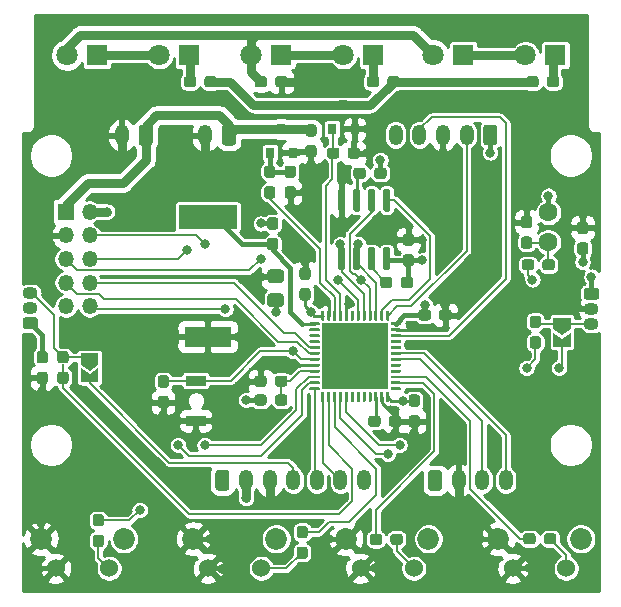
<source format=gbr>
%TF.GenerationSoftware,KiCad,Pcbnew,(5.1.6)-1*%
%TF.CreationDate,2020-12-26T20:27:58+01:00*%
%TF.ProjectId,VESC_UI,56455343-5f55-4492-9e6b-696361645f70,rev?*%
%TF.SameCoordinates,Original*%
%TF.FileFunction,Copper,L1,Top*%
%TF.FilePolarity,Positive*%
%FSLAX46Y46*%
G04 Gerber Fmt 4.6, Leading zero omitted, Abs format (unit mm)*
G04 Created by KiCad (PCBNEW (5.1.6)-1) date 2020-12-26 20:27:58*
%MOMM*%
%LPD*%
G01*
G04 APERTURE LIST*
%TA.AperFunction,ComponentPad*%
%ADD10O,1.350000X1.350000*%
%TD*%
%TA.AperFunction,ComponentPad*%
%ADD11R,1.350000X1.350000*%
%TD*%
%TA.AperFunction,ComponentPad*%
%ADD12O,1.300000X1.050000*%
%TD*%
%TA.AperFunction,SMDPad,CuDef*%
%ADD13R,1.700000X0.900000*%
%TD*%
%TA.AperFunction,ComponentPad*%
%ADD14C,1.600000*%
%TD*%
%TA.AperFunction,SMDPad,CuDef*%
%ADD15R,0.800000X0.900000*%
%TD*%
%TA.AperFunction,ComponentPad*%
%ADD16C,1.524000*%
%TD*%
%TA.AperFunction,ComponentPad*%
%ADD17C,1.850000*%
%TD*%
%TA.AperFunction,ComponentPad*%
%ADD18O,1.200000X1.750000*%
%TD*%
%TA.AperFunction,ComponentPad*%
%ADD19C,1.800000*%
%TD*%
%TA.AperFunction,ComponentPad*%
%ADD20R,1.800000X1.800000*%
%TD*%
%TA.AperFunction,SMDPad,CuDef*%
%ADD21R,5.000000X2.000000*%
%TD*%
%TA.AperFunction,SMDPad,CuDef*%
%ADD22R,4.000000X1.700000*%
%TD*%
%TA.AperFunction,SMDPad,CuDef*%
%ADD23C,0.100000*%
%TD*%
%TA.AperFunction,SMDPad,CuDef*%
%ADD24R,5.600000X5.600000*%
%TD*%
%TA.AperFunction,ViaPad*%
%ADD25C,0.800000*%
%TD*%
%TA.AperFunction,Conductor*%
%ADD26C,0.250000*%
%TD*%
%TA.AperFunction,Conductor*%
%ADD27C,0.800000*%
%TD*%
%TA.AperFunction,Conductor*%
%ADD28C,0.400000*%
%TD*%
%TA.AperFunction,Conductor*%
%ADD29C,0.200000*%
%TD*%
%TA.AperFunction,Conductor*%
%ADD30C,0.254000*%
%TD*%
G04 APERTURE END LIST*
%TO.P,C15,2*%
%TO.N,GND*%
%TA.AperFunction,SMDPad,CuDef*%
G36*
G01*
X135250000Y-106362500D02*
X135250000Y-106837500D01*
G75*
G02*
X135012500Y-107075000I-237500J0D01*
G01*
X134437500Y-107075000D01*
G75*
G02*
X134200000Y-106837500I0J237500D01*
G01*
X134200000Y-106362500D01*
G75*
G02*
X134437500Y-106125000I237500J0D01*
G01*
X135012500Y-106125000D01*
G75*
G02*
X135250000Y-106362500I0J-237500D01*
G01*
G37*
%TD.AperFunction*%
%TO.P,C15,1*%
%TO.N,/VREF+*%
%TA.AperFunction,SMDPad,CuDef*%
G36*
G01*
X137000000Y-106362500D02*
X137000000Y-106837500D01*
G75*
G02*
X136762500Y-107075000I-237500J0D01*
G01*
X136187500Y-107075000D01*
G75*
G02*
X135950000Y-106837500I0J237500D01*
G01*
X135950000Y-106362500D01*
G75*
G02*
X136187500Y-106125000I237500J0D01*
G01*
X136762500Y-106125000D01*
G75*
G02*
X137000000Y-106362500I0J-237500D01*
G01*
G37*
%TD.AperFunction*%
%TD*%
%TO.P,L2,1*%
%TO.N,+3V3*%
%TA.AperFunction,SMDPad,CuDef*%
G36*
G01*
X134200000Y-108437500D02*
X134200000Y-107962500D01*
G75*
G02*
X134437500Y-107725000I237500J0D01*
G01*
X135012500Y-107725000D01*
G75*
G02*
X135250000Y-107962500I0J-237500D01*
G01*
X135250000Y-108437500D01*
G75*
G02*
X135012500Y-108675000I-237500J0D01*
G01*
X134437500Y-108675000D01*
G75*
G02*
X134200000Y-108437500I0J237500D01*
G01*
G37*
%TD.AperFunction*%
%TO.P,L2,2*%
%TO.N,/VREF+*%
%TA.AperFunction,SMDPad,CuDef*%
G36*
G01*
X135950000Y-108437500D02*
X135950000Y-107962500D01*
G75*
G02*
X136187500Y-107725000I237500J0D01*
G01*
X136762500Y-107725000D01*
G75*
G02*
X137000000Y-107962500I0J-237500D01*
G01*
X137000000Y-108437500D01*
G75*
G02*
X136762500Y-108675000I-237500J0D01*
G01*
X136187500Y-108675000D01*
G75*
G02*
X135950000Y-108437500I0J237500D01*
G01*
G37*
%TD.AperFunction*%
%TD*%
D10*
%TO.P,J4,10*%
%TO.N,/SD_CS*%
X120250000Y-100250000D03*
%TO.P,J4,9*%
%TO.N,/OLED_RST*%
X118250000Y-100250000D03*
%TO.P,J4,8*%
%TO.N,/OLED_CS*%
X120250000Y-98250000D03*
%TO.P,J4,7*%
%TO.N,/OLED_DC*%
X118250000Y-98250000D03*
%TO.P,J4,6*%
%TO.N,/SPI1_SCK*%
X120250000Y-96250000D03*
%TO.P,J4,5*%
%TO.N,/SPI1_MISO*%
X118250000Y-96250000D03*
%TO.P,J4,4*%
%TO.N,/SPI1_MOSI*%
X120250000Y-94250000D03*
%TO.P,J4,3*%
%TO.N,GND*%
X118250000Y-94250000D03*
%TO.P,J4,2*%
%TO.N,+3V3*%
X120250000Y-92250000D03*
D11*
%TO.P,J4,1*%
%TO.N,+12V*%
X118250000Y-92250000D03*
%TD*%
%TO.P,J1,1*%
%TO.N,+3V3*%
%TA.AperFunction,ComponentPad*%
G36*
G01*
X115650100Y-102225000D02*
X114849900Y-102225000D01*
G75*
G02*
X114600000Y-101975100I0J249900D01*
G01*
X114600000Y-101424900D01*
G75*
G02*
X114849900Y-101175000I249900J0D01*
G01*
X115650100Y-101175000D01*
G75*
G02*
X115900000Y-101424900I0J-249900D01*
G01*
X115900000Y-101975100D01*
G75*
G02*
X115650100Y-102225000I-249900J0D01*
G01*
G37*
%TD.AperFunction*%
D12*
%TO.P,J1,3*%
%TO.N,Net-(J1-Pad3)*%
X115250000Y-99160000D03*
%TO.P,J1,2*%
%TO.N,GND*%
X115250000Y-100430000D03*
%TD*%
%TO.P,C12,2*%
%TO.N,GND*%
%TA.AperFunction,SMDPad,CuDef*%
G36*
G01*
X126262500Y-107850000D02*
X126737500Y-107850000D01*
G75*
G02*
X126975000Y-108087500I0J-237500D01*
G01*
X126975000Y-108662500D01*
G75*
G02*
X126737500Y-108900000I-237500J0D01*
G01*
X126262500Y-108900000D01*
G75*
G02*
X126025000Y-108662500I0J237500D01*
G01*
X126025000Y-108087500D01*
G75*
G02*
X126262500Y-107850000I237500J0D01*
G01*
G37*
%TD.AperFunction*%
%TO.P,C12,1*%
%TO.N,/NRST*%
%TA.AperFunction,SMDPad,CuDef*%
G36*
G01*
X126262500Y-106100000D02*
X126737500Y-106100000D01*
G75*
G02*
X126975000Y-106337500I0J-237500D01*
G01*
X126975000Y-106912500D01*
G75*
G02*
X126737500Y-107150000I-237500J0D01*
G01*
X126262500Y-107150000D01*
G75*
G02*
X126025000Y-106912500I0J237500D01*
G01*
X126025000Y-106337500D01*
G75*
G02*
X126262500Y-106100000I237500J0D01*
G01*
G37*
%TD.AperFunction*%
%TD*%
D13*
%TO.P,SW5,2*%
%TO.N,GND*%
X129250000Y-109950000D03*
%TO.P,SW5,1*%
%TO.N,/NRST*%
X129250000Y-106550000D03*
%TD*%
%TO.P,C24,2*%
%TO.N,GND*%
%TA.AperFunction,SMDPad,CuDef*%
G36*
G01*
X147487500Y-95150000D02*
X147012500Y-95150000D01*
G75*
G02*
X146775000Y-94912500I0J237500D01*
G01*
X146775000Y-94337500D01*
G75*
G02*
X147012500Y-94100000I237500J0D01*
G01*
X147487500Y-94100000D01*
G75*
G02*
X147725000Y-94337500I0J-237500D01*
G01*
X147725000Y-94912500D01*
G75*
G02*
X147487500Y-95150000I-237500J0D01*
G01*
G37*
%TD.AperFunction*%
%TO.P,C24,1*%
%TO.N,+3V3*%
%TA.AperFunction,SMDPad,CuDef*%
G36*
G01*
X147487500Y-96900000D02*
X147012500Y-96900000D01*
G75*
G02*
X146775000Y-96662500I0J237500D01*
G01*
X146775000Y-96087500D01*
G75*
G02*
X147012500Y-95850000I237500J0D01*
G01*
X147487500Y-95850000D01*
G75*
G02*
X147725000Y-96087500I0J-237500D01*
G01*
X147725000Y-96662500D01*
G75*
G02*
X147487500Y-96900000I-237500J0D01*
G01*
G37*
%TD.AperFunction*%
%TD*%
%TO.P,C21,2*%
%TO.N,GND*%
%TA.AperFunction,SMDPad,CuDef*%
G36*
G01*
X147512500Y-109475000D02*
X147987500Y-109475000D01*
G75*
G02*
X148225000Y-109712500I0J-237500D01*
G01*
X148225000Y-110287500D01*
G75*
G02*
X147987500Y-110525000I-237500J0D01*
G01*
X147512500Y-110525000D01*
G75*
G02*
X147275000Y-110287500I0J237500D01*
G01*
X147275000Y-109712500D01*
G75*
G02*
X147512500Y-109475000I237500J0D01*
G01*
G37*
%TD.AperFunction*%
%TO.P,C21,1*%
%TO.N,+3V3*%
%TA.AperFunction,SMDPad,CuDef*%
G36*
G01*
X147512500Y-107725000D02*
X147987500Y-107725000D01*
G75*
G02*
X148225000Y-107962500I0J-237500D01*
G01*
X148225000Y-108537500D01*
G75*
G02*
X147987500Y-108775000I-237500J0D01*
G01*
X147512500Y-108775000D01*
G75*
G02*
X147275000Y-108537500I0J237500D01*
G01*
X147275000Y-107962500D01*
G75*
G02*
X147512500Y-107725000I237500J0D01*
G01*
G37*
%TD.AperFunction*%
%TD*%
%TO.P,C20,2*%
%TO.N,GND*%
%TA.AperFunction,SMDPad,CuDef*%
G36*
G01*
X149850000Y-101237500D02*
X149850000Y-100762500D01*
G75*
G02*
X150087500Y-100525000I237500J0D01*
G01*
X150662500Y-100525000D01*
G75*
G02*
X150900000Y-100762500I0J-237500D01*
G01*
X150900000Y-101237500D01*
G75*
G02*
X150662500Y-101475000I-237500J0D01*
G01*
X150087500Y-101475000D01*
G75*
G02*
X149850000Y-101237500I0J237500D01*
G01*
G37*
%TD.AperFunction*%
%TO.P,C20,1*%
%TO.N,+3V3*%
%TA.AperFunction,SMDPad,CuDef*%
G36*
G01*
X148100000Y-101237500D02*
X148100000Y-100762500D01*
G75*
G02*
X148337500Y-100525000I237500J0D01*
G01*
X148912500Y-100525000D01*
G75*
G02*
X149150000Y-100762500I0J-237500D01*
G01*
X149150000Y-101237500D01*
G75*
G02*
X148912500Y-101475000I-237500J0D01*
G01*
X148337500Y-101475000D01*
G75*
G02*
X148100000Y-101237500I0J237500D01*
G01*
G37*
%TD.AperFunction*%
%TD*%
%TO.P,C10,2*%
%TO.N,GND*%
%TA.AperFunction,SMDPad,CuDef*%
G36*
G01*
X116012500Y-105800000D02*
X116487500Y-105800000D01*
G75*
G02*
X116725000Y-106037500I0J-237500D01*
G01*
X116725000Y-106612500D01*
G75*
G02*
X116487500Y-106850000I-237500J0D01*
G01*
X116012500Y-106850000D01*
G75*
G02*
X115775000Y-106612500I0J237500D01*
G01*
X115775000Y-106037500D01*
G75*
G02*
X116012500Y-105800000I237500J0D01*
G01*
G37*
%TD.AperFunction*%
%TO.P,C10,1*%
%TO.N,+3V3*%
%TA.AperFunction,SMDPad,CuDef*%
G36*
G01*
X116012500Y-104050000D02*
X116487500Y-104050000D01*
G75*
G02*
X116725000Y-104287500I0J-237500D01*
G01*
X116725000Y-104862500D01*
G75*
G02*
X116487500Y-105100000I-237500J0D01*
G01*
X116012500Y-105100000D01*
G75*
G02*
X115775000Y-104862500I0J237500D01*
G01*
X115775000Y-104287500D01*
G75*
G02*
X116012500Y-104050000I237500J0D01*
G01*
G37*
%TD.AperFunction*%
%TD*%
%TO.P,C9,1*%
%TO.N,+3V3*%
%TA.AperFunction,SMDPad,CuDef*%
G36*
G01*
X162237500Y-95900000D02*
X161762500Y-95900000D01*
G75*
G02*
X161525000Y-95662500I0J237500D01*
G01*
X161525000Y-95087500D01*
G75*
G02*
X161762500Y-94850000I237500J0D01*
G01*
X162237500Y-94850000D01*
G75*
G02*
X162475000Y-95087500I0J-237500D01*
G01*
X162475000Y-95662500D01*
G75*
G02*
X162237500Y-95900000I-237500J0D01*
G01*
G37*
%TD.AperFunction*%
%TO.P,C9,2*%
%TO.N,GND*%
%TA.AperFunction,SMDPad,CuDef*%
G36*
G01*
X162237500Y-94150000D02*
X161762500Y-94150000D01*
G75*
G02*
X161525000Y-93912500I0J237500D01*
G01*
X161525000Y-93337500D01*
G75*
G02*
X161762500Y-93100000I237500J0D01*
G01*
X162237500Y-93100000D01*
G75*
G02*
X162475000Y-93337500I0J-237500D01*
G01*
X162475000Y-93912500D01*
G75*
G02*
X162237500Y-94150000I-237500J0D01*
G01*
G37*
%TD.AperFunction*%
%TD*%
%TO.P,C6,2*%
%TO.N,+5V*%
%TA.AperFunction,SMDPad,CuDef*%
G36*
G01*
X135275000Y-81012500D02*
X135275000Y-81487500D01*
G75*
G02*
X135037500Y-81725000I-237500J0D01*
G01*
X134462500Y-81725000D01*
G75*
G02*
X134225000Y-81487500I0J237500D01*
G01*
X134225000Y-81012500D01*
G75*
G02*
X134462500Y-80775000I237500J0D01*
G01*
X135037500Y-80775000D01*
G75*
G02*
X135275000Y-81012500I0J-237500D01*
G01*
G37*
%TD.AperFunction*%
%TO.P,C6,1*%
%TO.N,GND*%
%TA.AperFunction,SMDPad,CuDef*%
G36*
G01*
X137025000Y-81012500D02*
X137025000Y-81487500D01*
G75*
G02*
X136787500Y-81725000I-237500J0D01*
G01*
X136212500Y-81725000D01*
G75*
G02*
X135975000Y-81487500I0J237500D01*
G01*
X135975000Y-81012500D01*
G75*
G02*
X136212500Y-80775000I237500J0D01*
G01*
X136787500Y-80775000D01*
G75*
G02*
X137025000Y-81012500I0J-237500D01*
G01*
G37*
%TD.AperFunction*%
%TD*%
D14*
%TO.P,R13,2*%
%TO.N,Net-(R12-Pad1)*%
X159100000Y-94840000D03*
%TO.P,R13,1*%
%TO.N,+3V3*%
X159100000Y-92300000D03*
%TD*%
%TO.P,C23,1*%
%TO.N,+12V*%
%TA.AperFunction,SMDPad,CuDef*%
G36*
G01*
X138762500Y-84850000D02*
X139237500Y-84850000D01*
G75*
G02*
X139475000Y-85087500I0J-237500D01*
G01*
X139475000Y-85662500D01*
G75*
G02*
X139237500Y-85900000I-237500J0D01*
G01*
X138762500Y-85900000D01*
G75*
G02*
X138525000Y-85662500I0J237500D01*
G01*
X138525000Y-85087500D01*
G75*
G02*
X138762500Y-84850000I237500J0D01*
G01*
G37*
%TD.AperFunction*%
%TO.P,C23,2*%
%TO.N,GND*%
%TA.AperFunction,SMDPad,CuDef*%
G36*
G01*
X138762500Y-86600000D02*
X139237500Y-86600000D01*
G75*
G02*
X139475000Y-86837500I0J-237500D01*
G01*
X139475000Y-87412500D01*
G75*
G02*
X139237500Y-87650000I-237500J0D01*
G01*
X138762500Y-87650000D01*
G75*
G02*
X138525000Y-87412500I0J237500D01*
G01*
X138525000Y-86837500D01*
G75*
G02*
X138762500Y-86600000I237500J0D01*
G01*
G37*
%TD.AperFunction*%
%TD*%
D15*
%TO.P,Q2,3*%
%TO.N,+12V*%
X136500000Y-85250000D03*
%TO.P,Q2,2*%
%TO.N,GND*%
X137450000Y-87250000D03*
%TO.P,Q2,1*%
%TO.N,Net-(C1-Pad1)*%
X135550000Y-87250000D03*
%TD*%
%TO.P,C1,2*%
%TO.N,/BUZZER*%
%TA.AperFunction,SMDPad,CuDef*%
G36*
G01*
X135262500Y-90100000D02*
X135737500Y-90100000D01*
G75*
G02*
X135975000Y-90337500I0J-237500D01*
G01*
X135975000Y-90912500D01*
G75*
G02*
X135737500Y-91150000I-237500J0D01*
G01*
X135262500Y-91150000D01*
G75*
G02*
X135025000Y-90912500I0J237500D01*
G01*
X135025000Y-90337500D01*
G75*
G02*
X135262500Y-90100000I237500J0D01*
G01*
G37*
%TD.AperFunction*%
%TO.P,C1,1*%
%TO.N,Net-(C1-Pad1)*%
%TA.AperFunction,SMDPad,CuDef*%
G36*
G01*
X135262500Y-88350000D02*
X135737500Y-88350000D01*
G75*
G02*
X135975000Y-88587500I0J-237500D01*
G01*
X135975000Y-89162500D01*
G75*
G02*
X135737500Y-89400000I-237500J0D01*
G01*
X135262500Y-89400000D01*
G75*
G02*
X135025000Y-89162500I0J237500D01*
G01*
X135025000Y-88587500D01*
G75*
G02*
X135262500Y-88350000I237500J0D01*
G01*
G37*
%TD.AperFunction*%
%TD*%
%TO.P,R8,2*%
%TO.N,GND*%
%TA.AperFunction,SMDPad,CuDef*%
G36*
G01*
X137012500Y-90100000D02*
X137487500Y-90100000D01*
G75*
G02*
X137725000Y-90337500I0J-237500D01*
G01*
X137725000Y-90912500D01*
G75*
G02*
X137487500Y-91150000I-237500J0D01*
G01*
X137012500Y-91150000D01*
G75*
G02*
X136775000Y-90912500I0J237500D01*
G01*
X136775000Y-90337500D01*
G75*
G02*
X137012500Y-90100000I237500J0D01*
G01*
G37*
%TD.AperFunction*%
%TO.P,R8,1*%
%TO.N,Net-(C1-Pad1)*%
%TA.AperFunction,SMDPad,CuDef*%
G36*
G01*
X137012500Y-88350000D02*
X137487500Y-88350000D01*
G75*
G02*
X137725000Y-88587500I0J-237500D01*
G01*
X137725000Y-89162500D01*
G75*
G02*
X137487500Y-89400000I-237500J0D01*
G01*
X137012500Y-89400000D01*
G75*
G02*
X136775000Y-89162500I0J237500D01*
G01*
X136775000Y-88587500D01*
G75*
G02*
X137012500Y-88350000I237500J0D01*
G01*
G37*
%TD.AperFunction*%
%TD*%
D16*
%TO.P,SW1,2*%
%TO.N,Net-(R3-Pad1)*%
X121900000Y-122450000D03*
%TO.P,SW1,1*%
%TO.N,GND*%
X117400000Y-122450000D03*
D17*
%TO.P,SW1,3*%
%TO.N,N/C*%
X123150000Y-119950000D03*
%TO.P,SW1,1*%
%TO.N,GND*%
X116150000Y-119950000D03*
%TD*%
%TO.P,SW2,1*%
%TO.N,GND*%
X129050000Y-119950000D03*
%TO.P,SW2,3*%
%TO.N,N/C*%
X136050000Y-119950000D03*
D16*
%TO.P,SW2,1*%
%TO.N,GND*%
X130300000Y-122450000D03*
%TO.P,SW2,2*%
%TO.N,Net-(R5-Pad1)*%
X134800000Y-122450000D03*
%TD*%
%TO.P,SW3,2*%
%TO.N,Net-(R7-Pad1)*%
X147700000Y-122450000D03*
%TO.P,SW3,1*%
%TO.N,GND*%
X143200000Y-122450000D03*
D17*
%TO.P,SW3,3*%
%TO.N,N/C*%
X148950000Y-119950000D03*
%TO.P,SW3,1*%
%TO.N,GND*%
X141950000Y-119950000D03*
%TD*%
%TO.P,SW4,1*%
%TO.N,GND*%
X154850000Y-119950000D03*
%TO.P,SW4,3*%
%TO.N,N/C*%
X161850000Y-119950000D03*
D16*
%TO.P,SW4,1*%
%TO.N,GND*%
X156100000Y-122450000D03*
%TO.P,SW4,2*%
%TO.N,Net-(R9-Pad1)*%
X160600000Y-122450000D03*
%TD*%
%TO.P,R21,1*%
%TO.N,Net-(R21-Pad1)*%
%TA.AperFunction,SMDPad,CuDef*%
G36*
G01*
X144850000Y-98487500D02*
X144850000Y-98012500D01*
G75*
G02*
X145087500Y-97775000I237500J0D01*
G01*
X145662500Y-97775000D01*
G75*
G02*
X145900000Y-98012500I0J-237500D01*
G01*
X145900000Y-98487500D01*
G75*
G02*
X145662500Y-98725000I-237500J0D01*
G01*
X145087500Y-98725000D01*
G75*
G02*
X144850000Y-98487500I0J237500D01*
G01*
G37*
%TD.AperFunction*%
%TO.P,R21,2*%
%TO.N,+3V3*%
%TA.AperFunction,SMDPad,CuDef*%
G36*
G01*
X146600000Y-98487500D02*
X146600000Y-98012500D01*
G75*
G02*
X146837500Y-97775000I237500J0D01*
G01*
X147412500Y-97775000D01*
G75*
G02*
X147650000Y-98012500I0J-237500D01*
G01*
X147650000Y-98487500D01*
G75*
G02*
X147412500Y-98725000I-237500J0D01*
G01*
X146837500Y-98725000D01*
G75*
G02*
X146600000Y-98487500I0J237500D01*
G01*
G37*
%TD.AperFunction*%
%TD*%
%TO.P,U3,1*%
%TO.N,/EXT_FLASH_CS*%
%TA.AperFunction,SMDPad,CuDef*%
G36*
G01*
X145255000Y-90300000D02*
X145555000Y-90300000D01*
G75*
G02*
X145705000Y-90450000I0J-150000D01*
G01*
X145705000Y-92100000D01*
G75*
G02*
X145555000Y-92250000I-150000J0D01*
G01*
X145255000Y-92250000D01*
G75*
G02*
X145105000Y-92100000I0J150000D01*
G01*
X145105000Y-90450000D01*
G75*
G02*
X145255000Y-90300000I150000J0D01*
G01*
G37*
%TD.AperFunction*%
%TO.P,U3,2*%
%TO.N,/SPI1_MISO*%
%TA.AperFunction,SMDPad,CuDef*%
G36*
G01*
X143985000Y-90300000D02*
X144285000Y-90300000D01*
G75*
G02*
X144435000Y-90450000I0J-150000D01*
G01*
X144435000Y-92100000D01*
G75*
G02*
X144285000Y-92250000I-150000J0D01*
G01*
X143985000Y-92250000D01*
G75*
G02*
X143835000Y-92100000I0J150000D01*
G01*
X143835000Y-90450000D01*
G75*
G02*
X143985000Y-90300000I150000J0D01*
G01*
G37*
%TD.AperFunction*%
%TO.P,U3,3*%
%TO.N,Net-(R22-Pad1)*%
%TA.AperFunction,SMDPad,CuDef*%
G36*
G01*
X142715000Y-90300000D02*
X143015000Y-90300000D01*
G75*
G02*
X143165000Y-90450000I0J-150000D01*
G01*
X143165000Y-92100000D01*
G75*
G02*
X143015000Y-92250000I-150000J0D01*
G01*
X142715000Y-92250000D01*
G75*
G02*
X142565000Y-92100000I0J150000D01*
G01*
X142565000Y-90450000D01*
G75*
G02*
X142715000Y-90300000I150000J0D01*
G01*
G37*
%TD.AperFunction*%
%TO.P,U3,4*%
%TO.N,GND*%
%TA.AperFunction,SMDPad,CuDef*%
G36*
G01*
X141445000Y-90300000D02*
X141745000Y-90300000D01*
G75*
G02*
X141895000Y-90450000I0J-150000D01*
G01*
X141895000Y-92100000D01*
G75*
G02*
X141745000Y-92250000I-150000J0D01*
G01*
X141445000Y-92250000D01*
G75*
G02*
X141295000Y-92100000I0J150000D01*
G01*
X141295000Y-90450000D01*
G75*
G02*
X141445000Y-90300000I150000J0D01*
G01*
G37*
%TD.AperFunction*%
%TO.P,U3,5*%
%TO.N,/SPI1_MOSI*%
%TA.AperFunction,SMDPad,CuDef*%
G36*
G01*
X141445000Y-95250000D02*
X141745000Y-95250000D01*
G75*
G02*
X141895000Y-95400000I0J-150000D01*
G01*
X141895000Y-97050000D01*
G75*
G02*
X141745000Y-97200000I-150000J0D01*
G01*
X141445000Y-97200000D01*
G75*
G02*
X141295000Y-97050000I0J150000D01*
G01*
X141295000Y-95400000D01*
G75*
G02*
X141445000Y-95250000I150000J0D01*
G01*
G37*
%TD.AperFunction*%
%TO.P,U3,6*%
%TO.N,/SPI1_SCK*%
%TA.AperFunction,SMDPad,CuDef*%
G36*
G01*
X142715000Y-95250000D02*
X143015000Y-95250000D01*
G75*
G02*
X143165000Y-95400000I0J-150000D01*
G01*
X143165000Y-97050000D01*
G75*
G02*
X143015000Y-97200000I-150000J0D01*
G01*
X142715000Y-97200000D01*
G75*
G02*
X142565000Y-97050000I0J150000D01*
G01*
X142565000Y-95400000D01*
G75*
G02*
X142715000Y-95250000I150000J0D01*
G01*
G37*
%TD.AperFunction*%
%TO.P,U3,7*%
%TO.N,Net-(R21-Pad1)*%
%TA.AperFunction,SMDPad,CuDef*%
G36*
G01*
X143985000Y-95250000D02*
X144285000Y-95250000D01*
G75*
G02*
X144435000Y-95400000I0J-150000D01*
G01*
X144435000Y-97050000D01*
G75*
G02*
X144285000Y-97200000I-150000J0D01*
G01*
X143985000Y-97200000D01*
G75*
G02*
X143835000Y-97050000I0J150000D01*
G01*
X143835000Y-95400000D01*
G75*
G02*
X143985000Y-95250000I150000J0D01*
G01*
G37*
%TD.AperFunction*%
%TO.P,U3,8*%
%TO.N,+3V3*%
%TA.AperFunction,SMDPad,CuDef*%
G36*
G01*
X145255000Y-95250000D02*
X145555000Y-95250000D01*
G75*
G02*
X145705000Y-95400000I0J-150000D01*
G01*
X145705000Y-97050000D01*
G75*
G02*
X145555000Y-97200000I-150000J0D01*
G01*
X145255000Y-97200000D01*
G75*
G02*
X145105000Y-97050000I0J150000D01*
G01*
X145105000Y-95400000D01*
G75*
G02*
X145255000Y-95250000I150000J0D01*
G01*
G37*
%TD.AperFunction*%
%TD*%
D12*
%TO.P,J2,2*%
%TO.N,GND*%
X162750000Y-100470000D03*
%TO.P,J2,3*%
%TO.N,Net-(J2-Pad3)*%
X162750000Y-101740000D03*
%TO.P,J2,1*%
%TO.N,+3V3*%
%TA.AperFunction,ComponentPad*%
G36*
G01*
X162349900Y-98675000D02*
X163150100Y-98675000D01*
G75*
G02*
X163400000Y-98924900I0J-249900D01*
G01*
X163400000Y-99475100D01*
G75*
G02*
X163150100Y-99725000I-249900J0D01*
G01*
X162349900Y-99725000D01*
G75*
G02*
X162100000Y-99475100I0J249900D01*
G01*
X162100000Y-98924900D01*
G75*
G02*
X162349900Y-98675000I249900J0D01*
G01*
G37*
%TD.AperFunction*%
%TD*%
D18*
%TO.P,J5,5*%
%TO.N,/NRST*%
X146175000Y-85750000D03*
%TO.P,J5,4*%
%TO.N,/SWDIO*%
X148175000Y-85750000D03*
%TO.P,J5,3*%
%TO.N,GND*%
X150175000Y-85750000D03*
%TO.P,J5,2*%
%TO.N,/SWDCLK*%
X152175000Y-85750000D03*
%TO.P,J5,1*%
%TO.N,+3V3*%
%TA.AperFunction,ComponentPad*%
G36*
G01*
X154775000Y-85124999D02*
X154775000Y-86375001D01*
G75*
G02*
X154525001Y-86625000I-249999J0D01*
G01*
X153824999Y-86625000D01*
G75*
G02*
X153575000Y-86375001I0J249999D01*
G01*
X153575000Y-85124999D01*
G75*
G02*
X153824999Y-84875000I249999J0D01*
G01*
X154525001Y-84875000D01*
G75*
G02*
X154775000Y-85124999I0J-249999D01*
G01*
G37*
%TD.AperFunction*%
%TD*%
D19*
%TO.P,D6,2*%
%TO.N,Net-(D5-Pad1)*%
X157160000Y-79000000D03*
D20*
%TO.P,D6,1*%
%TO.N,Net-(D6-Pad1)*%
X159700000Y-79000000D03*
%TD*%
D19*
%TO.P,D5,2*%
%TO.N,+5V*%
X149360000Y-79000000D03*
D20*
%TO.P,D5,1*%
%TO.N,Net-(D5-Pad1)*%
X151900000Y-79000000D03*
%TD*%
D19*
%TO.P,D4,2*%
%TO.N,Net-(D3-Pad1)*%
X141750000Y-79000000D03*
D20*
%TO.P,D4,1*%
%TO.N,Net-(D4-Pad1)*%
X144290000Y-79000000D03*
%TD*%
D19*
%TO.P,D3,2*%
%TO.N,+5V*%
X133960000Y-79000000D03*
D20*
%TO.P,D3,1*%
%TO.N,Net-(D3-Pad1)*%
X136500000Y-79000000D03*
%TD*%
D19*
%TO.P,D2,2*%
%TO.N,Net-(D1-Pad1)*%
X126150000Y-79000000D03*
D20*
%TO.P,D2,1*%
%TO.N,Net-(D2-Pad1)*%
X128690000Y-79000000D03*
%TD*%
D19*
%TO.P,D1,2*%
%TO.N,+5V*%
X118360000Y-79000000D03*
D20*
%TO.P,D1,1*%
%TO.N,Net-(D1-Pad1)*%
X120900000Y-79000000D03*
%TD*%
%TO.P,C2,2*%
%TO.N,GND*%
%TA.AperFunction,SMDPad,CuDef*%
G36*
G01*
X136450001Y-98275000D02*
X135549999Y-98275000D01*
G75*
G02*
X135300000Y-98025001I0J249999D01*
G01*
X135300000Y-97374999D01*
G75*
G02*
X135549999Y-97125000I249999J0D01*
G01*
X136450001Y-97125000D01*
G75*
G02*
X136700000Y-97374999I0J-249999D01*
G01*
X136700000Y-98025001D01*
G75*
G02*
X136450001Y-98275000I-249999J0D01*
G01*
G37*
%TD.AperFunction*%
%TO.P,C2,1*%
%TO.N,+3V3*%
%TA.AperFunction,SMDPad,CuDef*%
G36*
G01*
X136450001Y-100325000D02*
X135549999Y-100325000D01*
G75*
G02*
X135300000Y-100075001I0J249999D01*
G01*
X135300000Y-99424999D01*
G75*
G02*
X135549999Y-99175000I249999J0D01*
G01*
X136450001Y-99175000D01*
G75*
G02*
X136700000Y-99424999I0J-249999D01*
G01*
X136700000Y-100075001D01*
G75*
G02*
X136450001Y-100325000I-249999J0D01*
G01*
G37*
%TD.AperFunction*%
%TD*%
D18*
%TO.P,J6,4*%
%TO.N,/USART1_RX*%
X155500000Y-115000000D03*
%TO.P,J6,3*%
%TO.N,/USART1_TX*%
X153500000Y-115000000D03*
%TO.P,J6,2*%
%TO.N,GND*%
X151500000Y-115000000D03*
%TO.P,J6,1*%
%TO.N,+5V*%
%TA.AperFunction,ComponentPad*%
G36*
G01*
X148900000Y-115625001D02*
X148900000Y-114374999D01*
G75*
G02*
X149149999Y-114125000I249999J0D01*
G01*
X149850001Y-114125000D01*
G75*
G02*
X150100000Y-114374999I0J-249999D01*
G01*
X150100000Y-115625001D01*
G75*
G02*
X149850001Y-115875000I-249999J0D01*
G01*
X149149999Y-115875000D01*
G75*
G02*
X148900000Y-115625001I0J249999D01*
G01*
G37*
%TD.AperFunction*%
%TD*%
%TO.P,C18,2*%
%TO.N,GND*%
%TA.AperFunction,SMDPad,CuDef*%
G36*
G01*
X145600000Y-110237500D02*
X145600000Y-109762500D01*
G75*
G02*
X145837500Y-109525000I237500J0D01*
G01*
X146412500Y-109525000D01*
G75*
G02*
X146650000Y-109762500I0J-237500D01*
G01*
X146650000Y-110237500D01*
G75*
G02*
X146412500Y-110475000I-237500J0D01*
G01*
X145837500Y-110475000D01*
G75*
G02*
X145600000Y-110237500I0J237500D01*
G01*
G37*
%TD.AperFunction*%
%TO.P,C18,1*%
%TO.N,Net-(C18-Pad1)*%
%TA.AperFunction,SMDPad,CuDef*%
G36*
G01*
X143850000Y-110237500D02*
X143850000Y-109762500D01*
G75*
G02*
X144087500Y-109525000I237500J0D01*
G01*
X144662500Y-109525000D01*
G75*
G02*
X144900000Y-109762500I0J-237500D01*
G01*
X144900000Y-110237500D01*
G75*
G02*
X144662500Y-110475000I-237500J0D01*
G01*
X144087500Y-110475000D01*
G75*
G02*
X143850000Y-110237500I0J237500D01*
G01*
G37*
%TD.AperFunction*%
%TD*%
%TO.P,C19,2*%
%TO.N,GND*%
%TA.AperFunction,SMDPad,CuDef*%
G36*
G01*
X138737500Y-98025000D02*
X138262500Y-98025000D01*
G75*
G02*
X138025000Y-97787500I0J237500D01*
G01*
X138025000Y-97212500D01*
G75*
G02*
X138262500Y-96975000I237500J0D01*
G01*
X138737500Y-96975000D01*
G75*
G02*
X138975000Y-97212500I0J-237500D01*
G01*
X138975000Y-97787500D01*
G75*
G02*
X138737500Y-98025000I-237500J0D01*
G01*
G37*
%TD.AperFunction*%
%TO.P,C19,1*%
%TO.N,+3V3*%
%TA.AperFunction,SMDPad,CuDef*%
G36*
G01*
X138737500Y-99775000D02*
X138262500Y-99775000D01*
G75*
G02*
X138025000Y-99537500I0J237500D01*
G01*
X138025000Y-98962500D01*
G75*
G02*
X138262500Y-98725000I237500J0D01*
G01*
X138737500Y-98725000D01*
G75*
G02*
X138975000Y-98962500I0J-237500D01*
G01*
X138975000Y-99537500D01*
G75*
G02*
X138737500Y-99775000I-237500J0D01*
G01*
G37*
%TD.AperFunction*%
%TD*%
D21*
%TO.P,C22,1*%
%TO.N,Net-(C22-Pad1)*%
X130250000Y-92675000D03*
D22*
%TO.P,C22,2*%
%TO.N,GND*%
X130250000Y-102825000D03*
%TD*%
%TO.P,D10,1*%
%TO.N,Net-(C22-Pad1)*%
%TA.AperFunction,SMDPad,CuDef*%
G36*
G01*
X135987500Y-95525000D02*
X135512500Y-95525000D01*
G75*
G02*
X135275000Y-95287500I0J237500D01*
G01*
X135275000Y-94712500D01*
G75*
G02*
X135512500Y-94475000I237500J0D01*
G01*
X135987500Y-94475000D01*
G75*
G02*
X136225000Y-94712500I0J-237500D01*
G01*
X136225000Y-95287500D01*
G75*
G02*
X135987500Y-95525000I-237500J0D01*
G01*
G37*
%TD.AperFunction*%
%TO.P,D10,2*%
%TO.N,+3V3*%
%TA.AperFunction,SMDPad,CuDef*%
G36*
G01*
X135987500Y-93775000D02*
X135512500Y-93775000D01*
G75*
G02*
X135275000Y-93537500I0J237500D01*
G01*
X135275000Y-92962500D01*
G75*
G02*
X135512500Y-92725000I237500J0D01*
G01*
X135987500Y-92725000D01*
G75*
G02*
X136225000Y-92962500I0J-237500D01*
G01*
X136225000Y-93537500D01*
G75*
G02*
X135987500Y-93775000I-237500J0D01*
G01*
G37*
%TD.AperFunction*%
%TD*%
%TO.P,J3,1*%
%TO.N,+5V*%
%TA.AperFunction,ComponentPad*%
G36*
G01*
X130900000Y-115625001D02*
X130900000Y-114374999D01*
G75*
G02*
X131149999Y-114125000I249999J0D01*
G01*
X131850001Y-114125000D01*
G75*
G02*
X132100000Y-114374999I0J-249999D01*
G01*
X132100000Y-115625001D01*
G75*
G02*
X131850001Y-115875000I-249999J0D01*
G01*
X131149999Y-115875000D01*
G75*
G02*
X130900000Y-115625001I0J249999D01*
G01*
G37*
%TD.AperFunction*%
D18*
%TO.P,J3,2*%
%TO.N,+3V3*%
X133500000Y-115000000D03*
%TO.P,J3,3*%
%TO.N,GND*%
X135500000Y-115000000D03*
%TO.P,J3,4*%
%TO.N,/Accelerator*%
X137500000Y-115000000D03*
%TO.P,J3,5*%
%TO.N,/USART2_TX*%
X139500000Y-115000000D03*
%TO.P,J3,6*%
%TO.N,/USART2_RX*%
X141500000Y-115000000D03*
%TO.P,J3,7*%
%TO.N,/Brake*%
X143500000Y-115000000D03*
%TD*%
%TA.AperFunction,SMDPad,CuDef*%
D23*
%TO.P,JP1,1*%
%TO.N,Net-(J1-Pad3)*%
G36*
X120250000Y-105725000D02*
G01*
X119500000Y-105225000D01*
X119500000Y-104225000D01*
X121000000Y-104225000D01*
X121000000Y-105225000D01*
X120250000Y-105725000D01*
G37*
%TD.AperFunction*%
%TA.AperFunction,SMDPad,CuDef*%
%TO.P,JP1,2*%
%TO.N,/Accelerator*%
G36*
X119500000Y-106675000D02*
G01*
X119500000Y-105525000D01*
X120250000Y-106025000D01*
X121000000Y-105525000D01*
X121000000Y-106675000D01*
X119500000Y-106675000D01*
G37*
%TD.AperFunction*%
%TD*%
%TA.AperFunction,SMDPad,CuDef*%
%TO.P,JP2,2*%
%TO.N,/Brake*%
G36*
X159500000Y-103675000D02*
G01*
X159500000Y-102525000D01*
X160250000Y-103025000D01*
X161000000Y-102525000D01*
X161000000Y-103675000D01*
X159500000Y-103675000D01*
G37*
%TD.AperFunction*%
%TA.AperFunction,SMDPad,CuDef*%
%TO.P,JP2,1*%
%TO.N,Net-(J2-Pad3)*%
G36*
X160250000Y-102725000D02*
G01*
X159500000Y-102225000D01*
X159500000Y-101225000D01*
X161000000Y-101225000D01*
X161000000Y-102225000D01*
X160250000Y-102725000D01*
G37*
%TD.AperFunction*%
%TD*%
D15*
%TO.P,Q1,1*%
%TO.N,/LIGHT_SW*%
X140800000Y-85250000D03*
%TO.P,Q1,2*%
%TO.N,GND*%
X142700000Y-85250000D03*
%TO.P,Q1,3*%
%TO.N,Net-(Q1-Pad3)*%
X141750000Y-83250000D03*
%TD*%
%TO.P,R1,2*%
%TO.N,Net-(Q1-Pad3)*%
%TA.AperFunction,SMDPad,CuDef*%
G36*
G01*
X129975000Y-81487500D02*
X129975000Y-81012500D01*
G75*
G02*
X130212500Y-80775000I237500J0D01*
G01*
X130787500Y-80775000D01*
G75*
G02*
X131025000Y-81012500I0J-237500D01*
G01*
X131025000Y-81487500D01*
G75*
G02*
X130787500Y-81725000I-237500J0D01*
G01*
X130212500Y-81725000D01*
G75*
G02*
X129975000Y-81487500I0J237500D01*
G01*
G37*
%TD.AperFunction*%
%TO.P,R1,1*%
%TO.N,Net-(D2-Pad1)*%
%TA.AperFunction,SMDPad,CuDef*%
G36*
G01*
X128225000Y-81487500D02*
X128225000Y-81012500D01*
G75*
G02*
X128462500Y-80775000I237500J0D01*
G01*
X129037500Y-80775000D01*
G75*
G02*
X129275000Y-81012500I0J-237500D01*
G01*
X129275000Y-81487500D01*
G75*
G02*
X129037500Y-81725000I-237500J0D01*
G01*
X128462500Y-81725000D01*
G75*
G02*
X128225000Y-81487500I0J237500D01*
G01*
G37*
%TD.AperFunction*%
%TD*%
%TO.P,R2,2*%
%TO.N,GND*%
%TA.AperFunction,SMDPad,CuDef*%
G36*
G01*
X142100000Y-87537500D02*
X142100000Y-87062500D01*
G75*
G02*
X142337500Y-86825000I237500J0D01*
G01*
X142912500Y-86825000D01*
G75*
G02*
X143150000Y-87062500I0J-237500D01*
G01*
X143150000Y-87537500D01*
G75*
G02*
X142912500Y-87775000I-237500J0D01*
G01*
X142337500Y-87775000D01*
G75*
G02*
X142100000Y-87537500I0J237500D01*
G01*
G37*
%TD.AperFunction*%
%TO.P,R2,1*%
%TO.N,/LIGHT_SW*%
%TA.AperFunction,SMDPad,CuDef*%
G36*
G01*
X140350000Y-87537500D02*
X140350000Y-87062500D01*
G75*
G02*
X140587500Y-86825000I237500J0D01*
G01*
X141162500Y-86825000D01*
G75*
G02*
X141400000Y-87062500I0J-237500D01*
G01*
X141400000Y-87537500D01*
G75*
G02*
X141162500Y-87775000I-237500J0D01*
G01*
X140587500Y-87775000D01*
G75*
G02*
X140350000Y-87537500I0J237500D01*
G01*
G37*
%TD.AperFunction*%
%TD*%
%TO.P,R3,1*%
%TO.N,Net-(R3-Pad1)*%
%TA.AperFunction,SMDPad,CuDef*%
G36*
G01*
X121237500Y-120650000D02*
X120762500Y-120650000D01*
G75*
G02*
X120525000Y-120412500I0J237500D01*
G01*
X120525000Y-119837500D01*
G75*
G02*
X120762500Y-119600000I237500J0D01*
G01*
X121237500Y-119600000D01*
G75*
G02*
X121475000Y-119837500I0J-237500D01*
G01*
X121475000Y-120412500D01*
G75*
G02*
X121237500Y-120650000I-237500J0D01*
G01*
G37*
%TD.AperFunction*%
%TO.P,R3,2*%
%TO.N,/BUTTON_1*%
%TA.AperFunction,SMDPad,CuDef*%
G36*
G01*
X121237500Y-118900000D02*
X120762500Y-118900000D01*
G75*
G02*
X120525000Y-118662500I0J237500D01*
G01*
X120525000Y-118087500D01*
G75*
G02*
X120762500Y-117850000I237500J0D01*
G01*
X121237500Y-117850000D01*
G75*
G02*
X121475000Y-118087500I0J-237500D01*
G01*
X121475000Y-118662500D01*
G75*
G02*
X121237500Y-118900000I-237500J0D01*
G01*
G37*
%TD.AperFunction*%
%TD*%
%TO.P,R4,1*%
%TO.N,Net-(D4-Pad1)*%
%TA.AperFunction,SMDPad,CuDef*%
G36*
G01*
X143725000Y-81487500D02*
X143725000Y-81012500D01*
G75*
G02*
X143962500Y-80775000I237500J0D01*
G01*
X144537500Y-80775000D01*
G75*
G02*
X144775000Y-81012500I0J-237500D01*
G01*
X144775000Y-81487500D01*
G75*
G02*
X144537500Y-81725000I-237500J0D01*
G01*
X143962500Y-81725000D01*
G75*
G02*
X143725000Y-81487500I0J237500D01*
G01*
G37*
%TD.AperFunction*%
%TO.P,R4,2*%
%TO.N,Net-(Q1-Pad3)*%
%TA.AperFunction,SMDPad,CuDef*%
G36*
G01*
X145475000Y-81487500D02*
X145475000Y-81012500D01*
G75*
G02*
X145712500Y-80775000I237500J0D01*
G01*
X146287500Y-80775000D01*
G75*
G02*
X146525000Y-81012500I0J-237500D01*
G01*
X146525000Y-81487500D01*
G75*
G02*
X146287500Y-81725000I-237500J0D01*
G01*
X145712500Y-81725000D01*
G75*
G02*
X145475000Y-81487500I0J237500D01*
G01*
G37*
%TD.AperFunction*%
%TD*%
%TO.P,R5,1*%
%TO.N,Net-(R5-Pad1)*%
%TA.AperFunction,SMDPad,CuDef*%
G36*
G01*
X138487500Y-121650000D02*
X138012500Y-121650000D01*
G75*
G02*
X137775000Y-121412500I0J237500D01*
G01*
X137775000Y-120837500D01*
G75*
G02*
X138012500Y-120600000I237500J0D01*
G01*
X138487500Y-120600000D01*
G75*
G02*
X138725000Y-120837500I0J-237500D01*
G01*
X138725000Y-121412500D01*
G75*
G02*
X138487500Y-121650000I-237500J0D01*
G01*
G37*
%TD.AperFunction*%
%TO.P,R5,2*%
%TO.N,/BUTTON_2*%
%TA.AperFunction,SMDPad,CuDef*%
G36*
G01*
X138487500Y-119900000D02*
X138012500Y-119900000D01*
G75*
G02*
X137775000Y-119662500I0J237500D01*
G01*
X137775000Y-119087500D01*
G75*
G02*
X138012500Y-118850000I237500J0D01*
G01*
X138487500Y-118850000D01*
G75*
G02*
X138725000Y-119087500I0J-237500D01*
G01*
X138725000Y-119662500D01*
G75*
G02*
X138487500Y-119900000I-237500J0D01*
G01*
G37*
%TD.AperFunction*%
%TD*%
%TO.P,R6,2*%
%TO.N,Net-(Q1-Pad3)*%
%TA.AperFunction,SMDPad,CuDef*%
G36*
G01*
X158275000Y-81012500D02*
X158275000Y-81487500D01*
G75*
G02*
X158037500Y-81725000I-237500J0D01*
G01*
X157462500Y-81725000D01*
G75*
G02*
X157225000Y-81487500I0J237500D01*
G01*
X157225000Y-81012500D01*
G75*
G02*
X157462500Y-80775000I237500J0D01*
G01*
X158037500Y-80775000D01*
G75*
G02*
X158275000Y-81012500I0J-237500D01*
G01*
G37*
%TD.AperFunction*%
%TO.P,R6,1*%
%TO.N,Net-(D6-Pad1)*%
%TA.AperFunction,SMDPad,CuDef*%
G36*
G01*
X160025000Y-81012500D02*
X160025000Y-81487500D01*
G75*
G02*
X159787500Y-81725000I-237500J0D01*
G01*
X159212500Y-81725000D01*
G75*
G02*
X158975000Y-81487500I0J237500D01*
G01*
X158975000Y-81012500D01*
G75*
G02*
X159212500Y-80775000I237500J0D01*
G01*
X159787500Y-80775000D01*
G75*
G02*
X160025000Y-81012500I0J-237500D01*
G01*
G37*
%TD.AperFunction*%
%TD*%
%TO.P,R7,2*%
%TO.N,/BUTTON_3*%
%TA.AperFunction,SMDPad,CuDef*%
G36*
G01*
X145025000Y-119762500D02*
X145025000Y-120237500D01*
G75*
G02*
X144787500Y-120475000I-237500J0D01*
G01*
X144212500Y-120475000D01*
G75*
G02*
X143975000Y-120237500I0J237500D01*
G01*
X143975000Y-119762500D01*
G75*
G02*
X144212500Y-119525000I237500J0D01*
G01*
X144787500Y-119525000D01*
G75*
G02*
X145025000Y-119762500I0J-237500D01*
G01*
G37*
%TD.AperFunction*%
%TO.P,R7,1*%
%TO.N,Net-(R7-Pad1)*%
%TA.AperFunction,SMDPad,CuDef*%
G36*
G01*
X146775000Y-119762500D02*
X146775000Y-120237500D01*
G75*
G02*
X146537500Y-120475000I-237500J0D01*
G01*
X145962500Y-120475000D01*
G75*
G02*
X145725000Y-120237500I0J237500D01*
G01*
X145725000Y-119762500D01*
G75*
G02*
X145962500Y-119525000I237500J0D01*
G01*
X146537500Y-119525000D01*
G75*
G02*
X146775000Y-119762500I0J-237500D01*
G01*
G37*
%TD.AperFunction*%
%TD*%
%TO.P,R9,1*%
%TO.N,Net-(R9-Pad1)*%
%TA.AperFunction,SMDPad,CuDef*%
G36*
G01*
X159775000Y-119712500D02*
X159775000Y-120187500D01*
G75*
G02*
X159537500Y-120425000I-237500J0D01*
G01*
X158962500Y-120425000D01*
G75*
G02*
X158725000Y-120187500I0J237500D01*
G01*
X158725000Y-119712500D01*
G75*
G02*
X158962500Y-119475000I237500J0D01*
G01*
X159537500Y-119475000D01*
G75*
G02*
X159775000Y-119712500I0J-237500D01*
G01*
G37*
%TD.AperFunction*%
%TO.P,R9,2*%
%TO.N,/BUTTON_4*%
%TA.AperFunction,SMDPad,CuDef*%
G36*
G01*
X158025000Y-119712500D02*
X158025000Y-120187500D01*
G75*
G02*
X157787500Y-120425000I-237500J0D01*
G01*
X157212500Y-120425000D01*
G75*
G02*
X156975000Y-120187500I0J237500D01*
G01*
X156975000Y-119712500D01*
G75*
G02*
X157212500Y-119475000I237500J0D01*
G01*
X157787500Y-119475000D01*
G75*
G02*
X158025000Y-119712500I0J-237500D01*
G01*
G37*
%TD.AperFunction*%
%TD*%
%TO.P,R12,1*%
%TO.N,Net-(R12-Pad1)*%
%TA.AperFunction,SMDPad,CuDef*%
G36*
G01*
X159650000Y-96512500D02*
X159650000Y-96987500D01*
G75*
G02*
X159412500Y-97225000I-237500J0D01*
G01*
X158837500Y-97225000D01*
G75*
G02*
X158600000Y-96987500I0J237500D01*
G01*
X158600000Y-96512500D01*
G75*
G02*
X158837500Y-96275000I237500J0D01*
G01*
X159412500Y-96275000D01*
G75*
G02*
X159650000Y-96512500I0J-237500D01*
G01*
G37*
%TD.AperFunction*%
%TO.P,R12,2*%
%TO.N,/PHOTO_RESISTOR*%
%TA.AperFunction,SMDPad,CuDef*%
G36*
G01*
X157900000Y-96512500D02*
X157900000Y-96987500D01*
G75*
G02*
X157662500Y-97225000I-237500J0D01*
G01*
X157087500Y-97225000D01*
G75*
G02*
X156850000Y-96987500I0J237500D01*
G01*
X156850000Y-96512500D01*
G75*
G02*
X157087500Y-96275000I237500J0D01*
G01*
X157662500Y-96275000D01*
G75*
G02*
X157900000Y-96512500I0J-237500D01*
G01*
G37*
%TD.AperFunction*%
%TD*%
%TO.P,R14,2*%
%TO.N,GND*%
%TA.AperFunction,SMDPad,CuDef*%
G36*
G01*
X157487500Y-93650000D02*
X157012500Y-93650000D01*
G75*
G02*
X156775000Y-93412500I0J237500D01*
G01*
X156775000Y-92837500D01*
G75*
G02*
X157012500Y-92600000I237500J0D01*
G01*
X157487500Y-92600000D01*
G75*
G02*
X157725000Y-92837500I0J-237500D01*
G01*
X157725000Y-93412500D01*
G75*
G02*
X157487500Y-93650000I-237500J0D01*
G01*
G37*
%TD.AperFunction*%
%TO.P,R14,1*%
%TO.N,Net-(R12-Pad1)*%
%TA.AperFunction,SMDPad,CuDef*%
G36*
G01*
X157487500Y-95400000D02*
X157012500Y-95400000D01*
G75*
G02*
X156775000Y-95162500I0J237500D01*
G01*
X156775000Y-94587500D01*
G75*
G02*
X157012500Y-94350000I237500J0D01*
G01*
X157487500Y-94350000D01*
G75*
G02*
X157725000Y-94587500I0J-237500D01*
G01*
X157725000Y-95162500D01*
G75*
G02*
X157487500Y-95400000I-237500J0D01*
G01*
G37*
%TD.AperFunction*%
%TD*%
%TO.P,R17,1*%
%TO.N,Net-(J1-Pad3)*%
%TA.AperFunction,SMDPad,CuDef*%
G36*
G01*
X117762500Y-104050000D02*
X118237500Y-104050000D01*
G75*
G02*
X118475000Y-104287500I0J-237500D01*
G01*
X118475000Y-104862500D01*
G75*
G02*
X118237500Y-105100000I-237500J0D01*
G01*
X117762500Y-105100000D01*
G75*
G02*
X117525000Y-104862500I0J237500D01*
G01*
X117525000Y-104287500D01*
G75*
G02*
X117762500Y-104050000I237500J0D01*
G01*
G37*
%TD.AperFunction*%
%TO.P,R17,2*%
%TO.N,/ADC1*%
%TA.AperFunction,SMDPad,CuDef*%
G36*
G01*
X117762500Y-105800000D02*
X118237500Y-105800000D01*
G75*
G02*
X118475000Y-106037500I0J-237500D01*
G01*
X118475000Y-106612500D01*
G75*
G02*
X118237500Y-106850000I-237500J0D01*
G01*
X117762500Y-106850000D01*
G75*
G02*
X117525000Y-106612500I0J237500D01*
G01*
X117525000Y-106037500D01*
G75*
G02*
X117762500Y-105800000I237500J0D01*
G01*
G37*
%TD.AperFunction*%
%TD*%
%TO.P,R18,2*%
%TO.N,/ADC2*%
%TA.AperFunction,SMDPad,CuDef*%
G36*
G01*
X157762500Y-102800000D02*
X158237500Y-102800000D01*
G75*
G02*
X158475000Y-103037500I0J-237500D01*
G01*
X158475000Y-103612500D01*
G75*
G02*
X158237500Y-103850000I-237500J0D01*
G01*
X157762500Y-103850000D01*
G75*
G02*
X157525000Y-103612500I0J237500D01*
G01*
X157525000Y-103037500D01*
G75*
G02*
X157762500Y-102800000I237500J0D01*
G01*
G37*
%TD.AperFunction*%
%TO.P,R18,1*%
%TO.N,Net-(J2-Pad3)*%
%TA.AperFunction,SMDPad,CuDef*%
G36*
G01*
X157762500Y-101050000D02*
X158237500Y-101050000D01*
G75*
G02*
X158475000Y-101287500I0J-237500D01*
G01*
X158475000Y-101862500D01*
G75*
G02*
X158237500Y-102100000I-237500J0D01*
G01*
X157762500Y-102100000D01*
G75*
G02*
X157525000Y-101862500I0J237500D01*
G01*
X157525000Y-101287500D01*
G75*
G02*
X157762500Y-101050000I237500J0D01*
G01*
G37*
%TD.AperFunction*%
%TD*%
%TO.P,R22,1*%
%TO.N,Net-(R22-Pad1)*%
%TA.AperFunction,SMDPad,CuDef*%
G36*
G01*
X142600000Y-89237500D02*
X142600000Y-88762500D01*
G75*
G02*
X142837500Y-88525000I237500J0D01*
G01*
X143412500Y-88525000D01*
G75*
G02*
X143650000Y-88762500I0J-237500D01*
G01*
X143650000Y-89237500D01*
G75*
G02*
X143412500Y-89475000I-237500J0D01*
G01*
X142837500Y-89475000D01*
G75*
G02*
X142600000Y-89237500I0J237500D01*
G01*
G37*
%TD.AperFunction*%
%TO.P,R22,2*%
%TO.N,+3V3*%
%TA.AperFunction,SMDPad,CuDef*%
G36*
G01*
X144350000Y-89237500D02*
X144350000Y-88762500D01*
G75*
G02*
X144587500Y-88525000I237500J0D01*
G01*
X145162500Y-88525000D01*
G75*
G02*
X145400000Y-88762500I0J-237500D01*
G01*
X145400000Y-89237500D01*
G75*
G02*
X145162500Y-89475000I-237500J0D01*
G01*
X144587500Y-89475000D01*
G75*
G02*
X144350000Y-89237500I0J237500D01*
G01*
G37*
%TD.AperFunction*%
%TD*%
%TO.P,U2,1*%
%TO.N,Net-(C22-Pad1)*%
%TA.AperFunction,SMDPad,CuDef*%
G36*
G01*
X138875000Y-101812500D02*
X138875000Y-101687500D01*
G75*
G02*
X138937500Y-101625000I62500J0D01*
G01*
X139687500Y-101625000D01*
G75*
G02*
X139750000Y-101687500I0J-62500D01*
G01*
X139750000Y-101812500D01*
G75*
G02*
X139687500Y-101875000I-62500J0D01*
G01*
X138937500Y-101875000D01*
G75*
G02*
X138875000Y-101812500I0J62500D01*
G01*
G37*
%TD.AperFunction*%
%TO.P,U2,2*%
%TO.N,Net-(U2-Pad2)*%
%TA.AperFunction,SMDPad,CuDef*%
G36*
G01*
X138875000Y-102312500D02*
X138875000Y-102187500D01*
G75*
G02*
X138937500Y-102125000I62500J0D01*
G01*
X139687500Y-102125000D01*
G75*
G02*
X139750000Y-102187500I0J-62500D01*
G01*
X139750000Y-102312500D01*
G75*
G02*
X139687500Y-102375000I-62500J0D01*
G01*
X138937500Y-102375000D01*
G75*
G02*
X138875000Y-102312500I0J62500D01*
G01*
G37*
%TD.AperFunction*%
%TO.P,U2,3*%
%TO.N,Net-(U2-Pad3)*%
%TA.AperFunction,SMDPad,CuDef*%
G36*
G01*
X138875000Y-102812500D02*
X138875000Y-102687500D01*
G75*
G02*
X138937500Y-102625000I62500J0D01*
G01*
X139687500Y-102625000D01*
G75*
G02*
X139750000Y-102687500I0J-62500D01*
G01*
X139750000Y-102812500D01*
G75*
G02*
X139687500Y-102875000I-62500J0D01*
G01*
X138937500Y-102875000D01*
G75*
G02*
X138875000Y-102812500I0J62500D01*
G01*
G37*
%TD.AperFunction*%
%TO.P,U2,4*%
%TO.N,Net-(U2-Pad4)*%
%TA.AperFunction,SMDPad,CuDef*%
G36*
G01*
X138875000Y-103312500D02*
X138875000Y-103187500D01*
G75*
G02*
X138937500Y-103125000I62500J0D01*
G01*
X139687500Y-103125000D01*
G75*
G02*
X139750000Y-103187500I0J-62500D01*
G01*
X139750000Y-103312500D01*
G75*
G02*
X139687500Y-103375000I-62500J0D01*
G01*
X138937500Y-103375000D01*
G75*
G02*
X138875000Y-103312500I0J62500D01*
G01*
G37*
%TD.AperFunction*%
%TO.P,U2,5*%
%TO.N,/OLED_CS*%
%TA.AperFunction,SMDPad,CuDef*%
G36*
G01*
X138875000Y-103812500D02*
X138875000Y-103687500D01*
G75*
G02*
X138937500Y-103625000I62500J0D01*
G01*
X139687500Y-103625000D01*
G75*
G02*
X139750000Y-103687500I0J-62500D01*
G01*
X139750000Y-103812500D01*
G75*
G02*
X139687500Y-103875000I-62500J0D01*
G01*
X138937500Y-103875000D01*
G75*
G02*
X138875000Y-103812500I0J62500D01*
G01*
G37*
%TD.AperFunction*%
%TO.P,U2,6*%
%TO.N,/OLED_DC*%
%TA.AperFunction,SMDPad,CuDef*%
G36*
G01*
X138875000Y-104312500D02*
X138875000Y-104187500D01*
G75*
G02*
X138937500Y-104125000I62500J0D01*
G01*
X139687500Y-104125000D01*
G75*
G02*
X139750000Y-104187500I0J-62500D01*
G01*
X139750000Y-104312500D01*
G75*
G02*
X139687500Y-104375000I-62500J0D01*
G01*
X138937500Y-104375000D01*
G75*
G02*
X138875000Y-104312500I0J62500D01*
G01*
G37*
%TD.AperFunction*%
%TO.P,U2,7*%
%TO.N,/NRST*%
%TA.AperFunction,SMDPad,CuDef*%
G36*
G01*
X138875000Y-104812500D02*
X138875000Y-104687500D01*
G75*
G02*
X138937500Y-104625000I62500J0D01*
G01*
X139687500Y-104625000D01*
G75*
G02*
X139750000Y-104687500I0J-62500D01*
G01*
X139750000Y-104812500D01*
G75*
G02*
X139687500Y-104875000I-62500J0D01*
G01*
X138937500Y-104875000D01*
G75*
G02*
X138875000Y-104812500I0J62500D01*
G01*
G37*
%TD.AperFunction*%
%TO.P,U2,8*%
%TO.N,GND*%
%TA.AperFunction,SMDPad,CuDef*%
G36*
G01*
X138875000Y-105312500D02*
X138875000Y-105187500D01*
G75*
G02*
X138937500Y-105125000I62500J0D01*
G01*
X139687500Y-105125000D01*
G75*
G02*
X139750000Y-105187500I0J-62500D01*
G01*
X139750000Y-105312500D01*
G75*
G02*
X139687500Y-105375000I-62500J0D01*
G01*
X138937500Y-105375000D01*
G75*
G02*
X138875000Y-105312500I0J62500D01*
G01*
G37*
%TD.AperFunction*%
%TO.P,U2,9*%
%TO.N,/VREF+*%
%TA.AperFunction,SMDPad,CuDef*%
G36*
G01*
X138875000Y-105812500D02*
X138875000Y-105687500D01*
G75*
G02*
X138937500Y-105625000I62500J0D01*
G01*
X139687500Y-105625000D01*
G75*
G02*
X139750000Y-105687500I0J-62500D01*
G01*
X139750000Y-105812500D01*
G75*
G02*
X139687500Y-105875000I-62500J0D01*
G01*
X138937500Y-105875000D01*
G75*
G02*
X138875000Y-105812500I0J62500D01*
G01*
G37*
%TD.AperFunction*%
%TO.P,U2,10*%
%TO.N,/BUTTON_1*%
%TA.AperFunction,SMDPad,CuDef*%
G36*
G01*
X138875000Y-106312500D02*
X138875000Y-106187500D01*
G75*
G02*
X138937500Y-106125000I62500J0D01*
G01*
X139687500Y-106125000D01*
G75*
G02*
X139750000Y-106187500I0J-62500D01*
G01*
X139750000Y-106312500D01*
G75*
G02*
X139687500Y-106375000I-62500J0D01*
G01*
X138937500Y-106375000D01*
G75*
G02*
X138875000Y-106312500I0J62500D01*
G01*
G37*
%TD.AperFunction*%
%TO.P,U2,11*%
%TO.N,/OLED_RST*%
%TA.AperFunction,SMDPad,CuDef*%
G36*
G01*
X138875000Y-106812500D02*
X138875000Y-106687500D01*
G75*
G02*
X138937500Y-106625000I62500J0D01*
G01*
X139687500Y-106625000D01*
G75*
G02*
X139750000Y-106687500I0J-62500D01*
G01*
X139750000Y-106812500D01*
G75*
G02*
X139687500Y-106875000I-62500J0D01*
G01*
X138937500Y-106875000D01*
G75*
G02*
X138875000Y-106812500I0J62500D01*
G01*
G37*
%TD.AperFunction*%
%TO.P,U2,12*%
%TO.N,/USART2_TX*%
%TA.AperFunction,SMDPad,CuDef*%
G36*
G01*
X138875000Y-107312500D02*
X138875000Y-107187500D01*
G75*
G02*
X138937500Y-107125000I62500J0D01*
G01*
X139687500Y-107125000D01*
G75*
G02*
X139750000Y-107187500I0J-62500D01*
G01*
X139750000Y-107312500D01*
G75*
G02*
X139687500Y-107375000I-62500J0D01*
G01*
X138937500Y-107375000D01*
G75*
G02*
X138875000Y-107312500I0J62500D01*
G01*
G37*
%TD.AperFunction*%
%TO.P,U2,13*%
%TO.N,/USART2_RX*%
%TA.AperFunction,SMDPad,CuDef*%
G36*
G01*
X139875000Y-108312500D02*
X139875000Y-107562500D01*
G75*
G02*
X139937500Y-107500000I62500J0D01*
G01*
X140062500Y-107500000D01*
G75*
G02*
X140125000Y-107562500I0J-62500D01*
G01*
X140125000Y-108312500D01*
G75*
G02*
X140062500Y-108375000I-62500J0D01*
G01*
X139937500Y-108375000D01*
G75*
G02*
X139875000Y-108312500I0J62500D01*
G01*
G37*
%TD.AperFunction*%
%TO.P,U2,14*%
%TO.N,/ADC1*%
%TA.AperFunction,SMDPad,CuDef*%
G36*
G01*
X140375000Y-108312500D02*
X140375000Y-107562500D01*
G75*
G02*
X140437500Y-107500000I62500J0D01*
G01*
X140562500Y-107500000D01*
G75*
G02*
X140625000Y-107562500I0J-62500D01*
G01*
X140625000Y-108312500D01*
G75*
G02*
X140562500Y-108375000I-62500J0D01*
G01*
X140437500Y-108375000D01*
G75*
G02*
X140375000Y-108312500I0J62500D01*
G01*
G37*
%TD.AperFunction*%
%TO.P,U2,15*%
%TO.N,/BUTTON_2*%
%TA.AperFunction,SMDPad,CuDef*%
G36*
G01*
X140875000Y-108312500D02*
X140875000Y-107562500D01*
G75*
G02*
X140937500Y-107500000I62500J0D01*
G01*
X141062500Y-107500000D01*
G75*
G02*
X141125000Y-107562500I0J-62500D01*
G01*
X141125000Y-108312500D01*
G75*
G02*
X141062500Y-108375000I-62500J0D01*
G01*
X140937500Y-108375000D01*
G75*
G02*
X140875000Y-108312500I0J62500D01*
G01*
G37*
%TD.AperFunction*%
%TO.P,U2,16*%
%TO.N,/PHOTO_RESISTOR*%
%TA.AperFunction,SMDPad,CuDef*%
G36*
G01*
X141375000Y-108312500D02*
X141375000Y-107562500D01*
G75*
G02*
X141437500Y-107500000I62500J0D01*
G01*
X141562500Y-107500000D01*
G75*
G02*
X141625000Y-107562500I0J-62500D01*
G01*
X141625000Y-108312500D01*
G75*
G02*
X141562500Y-108375000I-62500J0D01*
G01*
X141437500Y-108375000D01*
G75*
G02*
X141375000Y-108312500I0J62500D01*
G01*
G37*
%TD.AperFunction*%
%TO.P,U2,17*%
%TO.N,/ADC2*%
%TA.AperFunction,SMDPad,CuDef*%
G36*
G01*
X141875000Y-108312500D02*
X141875000Y-107562500D01*
G75*
G02*
X141937500Y-107500000I62500J0D01*
G01*
X142062500Y-107500000D01*
G75*
G02*
X142125000Y-107562500I0J-62500D01*
G01*
X142125000Y-108312500D01*
G75*
G02*
X142062500Y-108375000I-62500J0D01*
G01*
X141937500Y-108375000D01*
G75*
G02*
X141875000Y-108312500I0J62500D01*
G01*
G37*
%TD.AperFunction*%
%TO.P,U2,18*%
%TO.N,Net-(U2-Pad18)*%
%TA.AperFunction,SMDPad,CuDef*%
G36*
G01*
X142375000Y-108312500D02*
X142375000Y-107562500D01*
G75*
G02*
X142437500Y-107500000I62500J0D01*
G01*
X142562500Y-107500000D01*
G75*
G02*
X142625000Y-107562500I0J-62500D01*
G01*
X142625000Y-108312500D01*
G75*
G02*
X142562500Y-108375000I-62500J0D01*
G01*
X142437500Y-108375000D01*
G75*
G02*
X142375000Y-108312500I0J62500D01*
G01*
G37*
%TD.AperFunction*%
%TO.P,U2,19*%
%TO.N,Net-(U2-Pad19)*%
%TA.AperFunction,SMDPad,CuDef*%
G36*
G01*
X142875000Y-108312500D02*
X142875000Y-107562500D01*
G75*
G02*
X142937500Y-107500000I62500J0D01*
G01*
X143062500Y-107500000D01*
G75*
G02*
X143125000Y-107562500I0J-62500D01*
G01*
X143125000Y-108312500D01*
G75*
G02*
X143062500Y-108375000I-62500J0D01*
G01*
X142937500Y-108375000D01*
G75*
G02*
X142875000Y-108312500I0J62500D01*
G01*
G37*
%TD.AperFunction*%
%TO.P,U2,20*%
%TO.N,Net-(U2-Pad20)*%
%TA.AperFunction,SMDPad,CuDef*%
G36*
G01*
X143375000Y-108312500D02*
X143375000Y-107562500D01*
G75*
G02*
X143437500Y-107500000I62500J0D01*
G01*
X143562500Y-107500000D01*
G75*
G02*
X143625000Y-107562500I0J-62500D01*
G01*
X143625000Y-108312500D01*
G75*
G02*
X143562500Y-108375000I-62500J0D01*
G01*
X143437500Y-108375000D01*
G75*
G02*
X143375000Y-108312500I0J62500D01*
G01*
G37*
%TD.AperFunction*%
%TO.P,U2,21*%
%TO.N,Net-(U2-Pad21)*%
%TA.AperFunction,SMDPad,CuDef*%
G36*
G01*
X143875000Y-108312500D02*
X143875000Y-107562500D01*
G75*
G02*
X143937500Y-107500000I62500J0D01*
G01*
X144062500Y-107500000D01*
G75*
G02*
X144125000Y-107562500I0J-62500D01*
G01*
X144125000Y-108312500D01*
G75*
G02*
X144062500Y-108375000I-62500J0D01*
G01*
X143937500Y-108375000D01*
G75*
G02*
X143875000Y-108312500I0J62500D01*
G01*
G37*
%TD.AperFunction*%
%TO.P,U2,22*%
%TO.N,Net-(C18-Pad1)*%
%TA.AperFunction,SMDPad,CuDef*%
G36*
G01*
X144375000Y-108312500D02*
X144375000Y-107562500D01*
G75*
G02*
X144437500Y-107500000I62500J0D01*
G01*
X144562500Y-107500000D01*
G75*
G02*
X144625000Y-107562500I0J-62500D01*
G01*
X144625000Y-108312500D01*
G75*
G02*
X144562500Y-108375000I-62500J0D01*
G01*
X144437500Y-108375000D01*
G75*
G02*
X144375000Y-108312500I0J62500D01*
G01*
G37*
%TD.AperFunction*%
%TO.P,U2,23*%
%TO.N,GND*%
%TA.AperFunction,SMDPad,CuDef*%
G36*
G01*
X144875000Y-108312500D02*
X144875000Y-107562500D01*
G75*
G02*
X144937500Y-107500000I62500J0D01*
G01*
X145062500Y-107500000D01*
G75*
G02*
X145125000Y-107562500I0J-62500D01*
G01*
X145125000Y-108312500D01*
G75*
G02*
X145062500Y-108375000I-62500J0D01*
G01*
X144937500Y-108375000D01*
G75*
G02*
X144875000Y-108312500I0J62500D01*
G01*
G37*
%TD.AperFunction*%
%TO.P,U2,24*%
%TO.N,+3V3*%
%TA.AperFunction,SMDPad,CuDef*%
G36*
G01*
X145375000Y-108312500D02*
X145375000Y-107562500D01*
G75*
G02*
X145437500Y-107500000I62500J0D01*
G01*
X145562500Y-107500000D01*
G75*
G02*
X145625000Y-107562500I0J-62500D01*
G01*
X145625000Y-108312500D01*
G75*
G02*
X145562500Y-108375000I-62500J0D01*
G01*
X145437500Y-108375000D01*
G75*
G02*
X145375000Y-108312500I0J62500D01*
G01*
G37*
%TD.AperFunction*%
%TO.P,U2,25*%
%TO.N,Net-(U2-Pad25)*%
%TA.AperFunction,SMDPad,CuDef*%
G36*
G01*
X145750000Y-107312500D02*
X145750000Y-107187500D01*
G75*
G02*
X145812500Y-107125000I62500J0D01*
G01*
X146562500Y-107125000D01*
G75*
G02*
X146625000Y-107187500I0J-62500D01*
G01*
X146625000Y-107312500D01*
G75*
G02*
X146562500Y-107375000I-62500J0D01*
G01*
X145812500Y-107375000D01*
G75*
G02*
X145750000Y-107312500I0J62500D01*
G01*
G37*
%TD.AperFunction*%
%TO.P,U2,26*%
%TO.N,/BUTTON_3*%
%TA.AperFunction,SMDPad,CuDef*%
G36*
G01*
X145750000Y-106812500D02*
X145750000Y-106687500D01*
G75*
G02*
X145812500Y-106625000I62500J0D01*
G01*
X146562500Y-106625000D01*
G75*
G02*
X146625000Y-106687500I0J-62500D01*
G01*
X146625000Y-106812500D01*
G75*
G02*
X146562500Y-106875000I-62500J0D01*
G01*
X145812500Y-106875000D01*
G75*
G02*
X145750000Y-106812500I0J62500D01*
G01*
G37*
%TD.AperFunction*%
%TO.P,U2,27*%
%TO.N,/BUTTON_4*%
%TA.AperFunction,SMDPad,CuDef*%
G36*
G01*
X145750000Y-106312500D02*
X145750000Y-106187500D01*
G75*
G02*
X145812500Y-106125000I62500J0D01*
G01*
X146562500Y-106125000D01*
G75*
G02*
X146625000Y-106187500I0J-62500D01*
G01*
X146625000Y-106312500D01*
G75*
G02*
X146562500Y-106375000I-62500J0D01*
G01*
X145812500Y-106375000D01*
G75*
G02*
X145750000Y-106312500I0J62500D01*
G01*
G37*
%TD.AperFunction*%
%TO.P,U2,28*%
%TO.N,Net-(U2-Pad28)*%
%TA.AperFunction,SMDPad,CuDef*%
G36*
G01*
X145750000Y-105812500D02*
X145750000Y-105687500D01*
G75*
G02*
X145812500Y-105625000I62500J0D01*
G01*
X146562500Y-105625000D01*
G75*
G02*
X146625000Y-105687500I0J-62500D01*
G01*
X146625000Y-105812500D01*
G75*
G02*
X146562500Y-105875000I-62500J0D01*
G01*
X145812500Y-105875000D01*
G75*
G02*
X145750000Y-105812500I0J62500D01*
G01*
G37*
%TD.AperFunction*%
%TO.P,U2,29*%
%TO.N,Net-(U2-Pad29)*%
%TA.AperFunction,SMDPad,CuDef*%
G36*
G01*
X145750000Y-105312500D02*
X145750000Y-105187500D01*
G75*
G02*
X145812500Y-105125000I62500J0D01*
G01*
X146562500Y-105125000D01*
G75*
G02*
X146625000Y-105187500I0J-62500D01*
G01*
X146625000Y-105312500D01*
G75*
G02*
X146562500Y-105375000I-62500J0D01*
G01*
X145812500Y-105375000D01*
G75*
G02*
X145750000Y-105312500I0J62500D01*
G01*
G37*
%TD.AperFunction*%
%TO.P,U2,30*%
%TO.N,/USART1_TX*%
%TA.AperFunction,SMDPad,CuDef*%
G36*
G01*
X145750000Y-104812500D02*
X145750000Y-104687500D01*
G75*
G02*
X145812500Y-104625000I62500J0D01*
G01*
X146562500Y-104625000D01*
G75*
G02*
X146625000Y-104687500I0J-62500D01*
G01*
X146625000Y-104812500D01*
G75*
G02*
X146562500Y-104875000I-62500J0D01*
G01*
X145812500Y-104875000D01*
G75*
G02*
X145750000Y-104812500I0J62500D01*
G01*
G37*
%TD.AperFunction*%
%TO.P,U2,31*%
%TO.N,/USART1_RX*%
%TA.AperFunction,SMDPad,CuDef*%
G36*
G01*
X145750000Y-104312500D02*
X145750000Y-104187500D01*
G75*
G02*
X145812500Y-104125000I62500J0D01*
G01*
X146562500Y-104125000D01*
G75*
G02*
X146625000Y-104187500I0J-62500D01*
G01*
X146625000Y-104312500D01*
G75*
G02*
X146562500Y-104375000I-62500J0D01*
G01*
X145812500Y-104375000D01*
G75*
G02*
X145750000Y-104312500I0J62500D01*
G01*
G37*
%TD.AperFunction*%
%TO.P,U2,32*%
%TO.N,Net-(U2-Pad32)*%
%TA.AperFunction,SMDPad,CuDef*%
G36*
G01*
X145750000Y-103812500D02*
X145750000Y-103687500D01*
G75*
G02*
X145812500Y-103625000I62500J0D01*
G01*
X146562500Y-103625000D01*
G75*
G02*
X146625000Y-103687500I0J-62500D01*
G01*
X146625000Y-103812500D01*
G75*
G02*
X146562500Y-103875000I-62500J0D01*
G01*
X145812500Y-103875000D01*
G75*
G02*
X145750000Y-103812500I0J62500D01*
G01*
G37*
%TD.AperFunction*%
%TO.P,U2,33*%
%TO.N,Net-(U2-Pad33)*%
%TA.AperFunction,SMDPad,CuDef*%
G36*
G01*
X145750000Y-103312500D02*
X145750000Y-103187500D01*
G75*
G02*
X145812500Y-103125000I62500J0D01*
G01*
X146562500Y-103125000D01*
G75*
G02*
X146625000Y-103187500I0J-62500D01*
G01*
X146625000Y-103312500D01*
G75*
G02*
X146562500Y-103375000I-62500J0D01*
G01*
X145812500Y-103375000D01*
G75*
G02*
X145750000Y-103312500I0J62500D01*
G01*
G37*
%TD.AperFunction*%
%TO.P,U2,34*%
%TO.N,/SWDIO*%
%TA.AperFunction,SMDPad,CuDef*%
G36*
G01*
X145750000Y-102812500D02*
X145750000Y-102687500D01*
G75*
G02*
X145812500Y-102625000I62500J0D01*
G01*
X146562500Y-102625000D01*
G75*
G02*
X146625000Y-102687500I0J-62500D01*
G01*
X146625000Y-102812500D01*
G75*
G02*
X146562500Y-102875000I-62500J0D01*
G01*
X145812500Y-102875000D01*
G75*
G02*
X145750000Y-102812500I0J62500D01*
G01*
G37*
%TD.AperFunction*%
%TO.P,U2,35*%
%TO.N,GND*%
%TA.AperFunction,SMDPad,CuDef*%
G36*
G01*
X145750000Y-102312500D02*
X145750000Y-102187500D01*
G75*
G02*
X145812500Y-102125000I62500J0D01*
G01*
X146562500Y-102125000D01*
G75*
G02*
X146625000Y-102187500I0J-62500D01*
G01*
X146625000Y-102312500D01*
G75*
G02*
X146562500Y-102375000I-62500J0D01*
G01*
X145812500Y-102375000D01*
G75*
G02*
X145750000Y-102312500I0J62500D01*
G01*
G37*
%TD.AperFunction*%
%TO.P,U2,36*%
%TO.N,+3V3*%
%TA.AperFunction,SMDPad,CuDef*%
G36*
G01*
X145750000Y-101812500D02*
X145750000Y-101687500D01*
G75*
G02*
X145812500Y-101625000I62500J0D01*
G01*
X146562500Y-101625000D01*
G75*
G02*
X146625000Y-101687500I0J-62500D01*
G01*
X146625000Y-101812500D01*
G75*
G02*
X146562500Y-101875000I-62500J0D01*
G01*
X145812500Y-101875000D01*
G75*
G02*
X145750000Y-101812500I0J62500D01*
G01*
G37*
%TD.AperFunction*%
%TO.P,U2,37*%
%TO.N,/SWDCLK*%
%TA.AperFunction,SMDPad,CuDef*%
G36*
G01*
X145375000Y-101437500D02*
X145375000Y-100687500D01*
G75*
G02*
X145437500Y-100625000I62500J0D01*
G01*
X145562500Y-100625000D01*
G75*
G02*
X145625000Y-100687500I0J-62500D01*
G01*
X145625000Y-101437500D01*
G75*
G02*
X145562500Y-101500000I-62500J0D01*
G01*
X145437500Y-101500000D01*
G75*
G02*
X145375000Y-101437500I0J62500D01*
G01*
G37*
%TD.AperFunction*%
%TO.P,U2,38*%
%TO.N,/EXT_FLASH_CS*%
%TA.AperFunction,SMDPad,CuDef*%
G36*
G01*
X144875000Y-101437500D02*
X144875000Y-100687500D01*
G75*
G02*
X144937500Y-100625000I62500J0D01*
G01*
X145062500Y-100625000D01*
G75*
G02*
X145125000Y-100687500I0J-62500D01*
G01*
X145125000Y-101437500D01*
G75*
G02*
X145062500Y-101500000I-62500J0D01*
G01*
X144937500Y-101500000D01*
G75*
G02*
X144875000Y-101437500I0J62500D01*
G01*
G37*
%TD.AperFunction*%
%TO.P,U2,39*%
%TO.N,/SPI1_SCK*%
%TA.AperFunction,SMDPad,CuDef*%
G36*
G01*
X144375000Y-101437500D02*
X144375000Y-100687500D01*
G75*
G02*
X144437500Y-100625000I62500J0D01*
G01*
X144562500Y-100625000D01*
G75*
G02*
X144625000Y-100687500I0J-62500D01*
G01*
X144625000Y-101437500D01*
G75*
G02*
X144562500Y-101500000I-62500J0D01*
G01*
X144437500Y-101500000D01*
G75*
G02*
X144375000Y-101437500I0J62500D01*
G01*
G37*
%TD.AperFunction*%
%TO.P,U2,40*%
%TO.N,/SPI1_MISO*%
%TA.AperFunction,SMDPad,CuDef*%
G36*
G01*
X143875000Y-101437500D02*
X143875000Y-100687500D01*
G75*
G02*
X143937500Y-100625000I62500J0D01*
G01*
X144062500Y-100625000D01*
G75*
G02*
X144125000Y-100687500I0J-62500D01*
G01*
X144125000Y-101437500D01*
G75*
G02*
X144062500Y-101500000I-62500J0D01*
G01*
X143937500Y-101500000D01*
G75*
G02*
X143875000Y-101437500I0J62500D01*
G01*
G37*
%TD.AperFunction*%
%TO.P,U2,41*%
%TO.N,/SPI1_MOSI*%
%TA.AperFunction,SMDPad,CuDef*%
G36*
G01*
X143375000Y-101437500D02*
X143375000Y-100687500D01*
G75*
G02*
X143437500Y-100625000I62500J0D01*
G01*
X143562500Y-100625000D01*
G75*
G02*
X143625000Y-100687500I0J-62500D01*
G01*
X143625000Y-101437500D01*
G75*
G02*
X143562500Y-101500000I-62500J0D01*
G01*
X143437500Y-101500000D01*
G75*
G02*
X143375000Y-101437500I0J62500D01*
G01*
G37*
%TD.AperFunction*%
%TO.P,U2,42*%
%TO.N,/SD_CS*%
%TA.AperFunction,SMDPad,CuDef*%
G36*
G01*
X142875000Y-101437500D02*
X142875000Y-100687500D01*
G75*
G02*
X142937500Y-100625000I62500J0D01*
G01*
X143062500Y-100625000D01*
G75*
G02*
X143125000Y-100687500I0J-62500D01*
G01*
X143125000Y-101437500D01*
G75*
G02*
X143062500Y-101500000I-62500J0D01*
G01*
X142937500Y-101500000D01*
G75*
G02*
X142875000Y-101437500I0J62500D01*
G01*
G37*
%TD.AperFunction*%
%TO.P,U2,43*%
%TO.N,Net-(U2-Pad43)*%
%TA.AperFunction,SMDPad,CuDef*%
G36*
G01*
X142375000Y-101437500D02*
X142375000Y-100687500D01*
G75*
G02*
X142437500Y-100625000I62500J0D01*
G01*
X142562500Y-100625000D01*
G75*
G02*
X142625000Y-100687500I0J-62500D01*
G01*
X142625000Y-101437500D01*
G75*
G02*
X142562500Y-101500000I-62500J0D01*
G01*
X142437500Y-101500000D01*
G75*
G02*
X142375000Y-101437500I0J62500D01*
G01*
G37*
%TD.AperFunction*%
%TO.P,U2,44*%
%TO.N,GND*%
%TA.AperFunction,SMDPad,CuDef*%
G36*
G01*
X141875000Y-101437500D02*
X141875000Y-100687500D01*
G75*
G02*
X141937500Y-100625000I62500J0D01*
G01*
X142062500Y-100625000D01*
G75*
G02*
X142125000Y-100687500I0J-62500D01*
G01*
X142125000Y-101437500D01*
G75*
G02*
X142062500Y-101500000I-62500J0D01*
G01*
X141937500Y-101500000D01*
G75*
G02*
X141875000Y-101437500I0J62500D01*
G01*
G37*
%TD.AperFunction*%
%TO.P,U2,45*%
%TO.N,/LIGHT_SW*%
%TA.AperFunction,SMDPad,CuDef*%
G36*
G01*
X141375000Y-101437500D02*
X141375000Y-100687500D01*
G75*
G02*
X141437500Y-100625000I62500J0D01*
G01*
X141562500Y-100625000D01*
G75*
G02*
X141625000Y-100687500I0J-62500D01*
G01*
X141625000Y-101437500D01*
G75*
G02*
X141562500Y-101500000I-62500J0D01*
G01*
X141437500Y-101500000D01*
G75*
G02*
X141375000Y-101437500I0J62500D01*
G01*
G37*
%TD.AperFunction*%
%TO.P,U2,46*%
%TO.N,/BUZZER*%
%TA.AperFunction,SMDPad,CuDef*%
G36*
G01*
X140875000Y-101437500D02*
X140875000Y-100687500D01*
G75*
G02*
X140937500Y-100625000I62500J0D01*
G01*
X141062500Y-100625000D01*
G75*
G02*
X141125000Y-100687500I0J-62500D01*
G01*
X141125000Y-101437500D01*
G75*
G02*
X141062500Y-101500000I-62500J0D01*
G01*
X140937500Y-101500000D01*
G75*
G02*
X140875000Y-101437500I0J62500D01*
G01*
G37*
%TD.AperFunction*%
%TO.P,U2,47*%
%TO.N,GND*%
%TA.AperFunction,SMDPad,CuDef*%
G36*
G01*
X140375000Y-101437500D02*
X140375000Y-100687500D01*
G75*
G02*
X140437500Y-100625000I62500J0D01*
G01*
X140562500Y-100625000D01*
G75*
G02*
X140625000Y-100687500I0J-62500D01*
G01*
X140625000Y-101437500D01*
G75*
G02*
X140562500Y-101500000I-62500J0D01*
G01*
X140437500Y-101500000D01*
G75*
G02*
X140375000Y-101437500I0J62500D01*
G01*
G37*
%TD.AperFunction*%
%TO.P,U2,48*%
%TO.N,+3V3*%
%TA.AperFunction,SMDPad,CuDef*%
G36*
G01*
X139875000Y-101437500D02*
X139875000Y-100687500D01*
G75*
G02*
X139937500Y-100625000I62500J0D01*
G01*
X140062500Y-100625000D01*
G75*
G02*
X140125000Y-100687500I0J-62500D01*
G01*
X140125000Y-101437500D01*
G75*
G02*
X140062500Y-101500000I-62500J0D01*
G01*
X139937500Y-101500000D01*
G75*
G02*
X139875000Y-101437500I0J62500D01*
G01*
G37*
%TD.AperFunction*%
D24*
%TO.P,U2,49*%
%TO.N,GND*%
X142750000Y-104500000D03*
%TD*%
%TO.P,J8,1*%
%TO.N,+12V*%
%TA.AperFunction,ComponentPad*%
G36*
G01*
X125600000Y-85149999D02*
X125600000Y-86400001D01*
G75*
G02*
X125350001Y-86650000I-249999J0D01*
G01*
X124649999Y-86650000D01*
G75*
G02*
X124400000Y-86400001I0J249999D01*
G01*
X124400000Y-85149999D01*
G75*
G02*
X124649999Y-84900000I249999J0D01*
G01*
X125350001Y-84900000D01*
G75*
G02*
X125600000Y-85149999I0J-249999D01*
G01*
G37*
%TD.AperFunction*%
D18*
%TO.P,J8,2*%
%TO.N,GND*%
X123000000Y-85775000D03*
%TD*%
%TO.P,J9,2*%
%TO.N,GND*%
X130050000Y-85775000D03*
%TO.P,J9,1*%
%TO.N,+12V*%
%TA.AperFunction,ComponentPad*%
G36*
G01*
X132650000Y-85149999D02*
X132650000Y-86400001D01*
G75*
G02*
X132400001Y-86650000I-249999J0D01*
G01*
X131699999Y-86650000D01*
G75*
G02*
X131450000Y-86400001I0J249999D01*
G01*
X131450000Y-85149999D01*
G75*
G02*
X131699999Y-84900000I249999J0D01*
G01*
X132400001Y-84900000D01*
G75*
G02*
X132650000Y-85149999I0J-249999D01*
G01*
G37*
%TD.AperFunction*%
%TD*%
D25*
%TO.N,GND*%
X148375013Y-94625013D03*
X147500000Y-102000000D03*
X143750000Y-85250000D03*
X142750000Y-104500000D03*
X130000000Y-87500000D03*
X123000000Y-87500000D03*
X142200001Y-100068651D03*
X139000000Y-88250000D03*
X132825000Y-102825000D03*
X143750028Y-87250000D03*
X138000000Y-81250000D03*
X144450002Y-122450002D03*
X153299990Y-119950000D03*
X157450006Y-122450006D03*
X151500000Y-116750018D03*
X140550040Y-119950000D03*
X131499996Y-122499996D03*
X140000000Y-99750000D03*
X134750000Y-97750000D03*
X116000000Y-122500000D03*
X116149996Y-118600004D03*
X138500000Y-96500000D03*
X150375015Y-100125015D03*
X135500000Y-116749938D03*
X150175004Y-87174990D03*
X127574994Y-102825000D03*
X138375007Y-90624993D03*
X141595009Y-89601475D03*
X147750000Y-111000000D03*
X146124995Y-111000000D03*
X130450002Y-119950000D03*
X126500000Y-109500000D03*
X129250000Y-111000000D03*
X127750000Y-110000000D03*
X137499988Y-105300000D03*
X157250000Y-91750000D03*
X116250000Y-107450000D03*
X162000000Y-92500000D03*
X133500010Y-106600000D03*
X116750000Y-99249990D03*
X116750000Y-94250000D03*
X161500006Y-100250006D03*
%TO.N,+3V3*%
X148374992Y-96375008D03*
X138987500Y-100762500D03*
X136000000Y-100750000D03*
X146750034Y-108250000D03*
X148624991Y-100124991D03*
X133500000Y-116499936D03*
X154174994Y-87250000D03*
X144874993Y-87875007D03*
X134749982Y-93250000D03*
X121750000Y-92250000D03*
X159100004Y-90900004D03*
X133500000Y-108200000D03*
X162000000Y-96499994D03*
X162750000Y-97750000D03*
%TO.N,/NRST*%
X137450002Y-104049998D03*
%TO.N,/Brake*%
X160000000Y-105500000D03*
%TO.N,/SPI1_MOSI*%
X141500000Y-95000000D03*
X130000000Y-95000000D03*
%TO.N,/SPI1_SCK*%
X143000000Y-95000000D03*
X128500000Y-95500000D03*
%TO.N,/OLED_RST*%
X127750000Y-112000000D03*
%TO.N,/BUTTON_1*%
X130000000Y-112000000D03*
X124500011Y-117500011D03*
%TO.N,/PHOTO_RESISTOR*%
X145500000Y-112750000D03*
X157750010Y-98000000D03*
%TO.N,/ADC2*%
X146500000Y-112000000D03*
X157250000Y-105500006D03*
%TO.N,/SPI1_MISO*%
X134750000Y-96250000D03*
X143250000Y-98000000D03*
%TO.N,/SD_CS*%
X141250000Y-98000000D03*
X131750000Y-100500000D03*
%TD*%
D26*
%TO.N,GND*%
X146187500Y-102250000D02*
X147250000Y-102250000D01*
X147250000Y-102250000D02*
X147500000Y-102000000D01*
X145000000Y-108423022D02*
X146125000Y-109548022D01*
X146125000Y-109548022D02*
X146125000Y-110000000D01*
X145000000Y-107937500D02*
X145000000Y-108423022D01*
X147750000Y-110000000D02*
X146125000Y-110000000D01*
D27*
X130050000Y-85775000D02*
X130050000Y-87450000D01*
X130050000Y-87450000D02*
X130000000Y-87500000D01*
X123000000Y-85775000D02*
X123000000Y-87500000D01*
D26*
X142000000Y-101062500D02*
X142000000Y-100268652D01*
X142000000Y-100268652D02*
X142200001Y-100068651D01*
D28*
X139000000Y-87150000D02*
X139000000Y-88199990D01*
X130250000Y-102825000D02*
X132825000Y-102825000D01*
X148375000Y-94625000D02*
X148375013Y-94625013D01*
X147250000Y-94625000D02*
X148375000Y-94625000D01*
X143700028Y-87300000D02*
X143750028Y-87250000D01*
X142625000Y-87300000D02*
X143700028Y-87300000D01*
X142700000Y-85250000D02*
X143750000Y-85250000D01*
D27*
X136500000Y-81250000D02*
X138000000Y-81250000D01*
D28*
X143200000Y-122450000D02*
X144450000Y-122450000D01*
X144450000Y-122450000D02*
X144450002Y-122450002D01*
X154850000Y-119950000D02*
X153299990Y-119950000D01*
X157450000Y-122450000D02*
X157450006Y-122450006D01*
X156100000Y-122450000D02*
X157450000Y-122450000D01*
D27*
X151500000Y-115000000D02*
X151500000Y-116750018D01*
D28*
X141950000Y-119950000D02*
X140550040Y-119950000D01*
X131450000Y-122450000D02*
X131499996Y-122499996D01*
X130300000Y-122450000D02*
X131450000Y-122450000D01*
D26*
X140500000Y-100250000D02*
X140000000Y-99750000D01*
X140500000Y-101062500D02*
X140500000Y-100250000D01*
D28*
X136000000Y-97700000D02*
X134800000Y-97700000D01*
X134800000Y-97700000D02*
X134750000Y-97750000D01*
X116050000Y-122450000D02*
X116000000Y-122500000D01*
X117400000Y-122450000D02*
X116050000Y-122450000D01*
X116150000Y-118600008D02*
X116149996Y-118600004D01*
X116150000Y-119950000D02*
X116150000Y-118600008D01*
X138500000Y-97500000D02*
X138500000Y-96500000D01*
X150375000Y-100125030D02*
X150375015Y-100125015D01*
X150375000Y-101000000D02*
X150375000Y-100125030D01*
D27*
X135500000Y-115000000D02*
X135500000Y-116749938D01*
D28*
X150175000Y-85750000D02*
X150175000Y-87174986D01*
X150175000Y-87174986D02*
X150175004Y-87174990D01*
X130250000Y-102825000D02*
X127574994Y-102825000D01*
X137250000Y-90625000D02*
X138375000Y-90625000D01*
X138375000Y-90625000D02*
X138375007Y-90624993D01*
D26*
X141595000Y-89601484D02*
X141595009Y-89601475D01*
X141595000Y-91275000D02*
X141595000Y-89601484D01*
D28*
X137575000Y-87125000D02*
X137450000Y-87250000D01*
X139000000Y-87125000D02*
X137575000Y-87125000D01*
D26*
X147750000Y-110000000D02*
X147750000Y-111000000D01*
X146125000Y-110000000D02*
X146125000Y-110999995D01*
X146125000Y-110999995D02*
X146124995Y-111000000D01*
D28*
X129050000Y-119950000D02*
X130450002Y-119950000D01*
X126500000Y-108375000D02*
X126500000Y-109500000D01*
X129250000Y-109950000D02*
X129250000Y-111000000D01*
X129250000Y-109950000D02*
X127800000Y-109950000D01*
X127800000Y-109950000D02*
X127750000Y-110000000D01*
D26*
X137549988Y-105250000D02*
X137499988Y-105300000D01*
X139312500Y-105250000D02*
X137549988Y-105250000D01*
D28*
X157250000Y-93125000D02*
X157250000Y-91750000D01*
X116250000Y-106325000D02*
X116250000Y-107450000D01*
X162000000Y-93625000D02*
X162000000Y-92500000D01*
X134725000Y-106600000D02*
X133500010Y-106600000D01*
X118250000Y-94250000D02*
X116750000Y-94250000D01*
X161720000Y-100470000D02*
X161500006Y-100250006D01*
X162750000Y-100470000D02*
X161720000Y-100470000D01*
D27*
%TO.N,+5V*%
X133960000Y-80460000D02*
X134750000Y-81250000D01*
X133960000Y-79000000D02*
X133960000Y-80460000D01*
X147659999Y-77299999D02*
X134387209Y-77299999D01*
X133960000Y-77727208D02*
X133960000Y-79000000D01*
X134387209Y-77299999D02*
X133960000Y-77727208D01*
X149360000Y-79000000D02*
X147659999Y-77299999D01*
X119450001Y-77299999D02*
X134387209Y-77299999D01*
X118360000Y-79000000D02*
X118360000Y-78390000D01*
X118360000Y-78390000D02*
X119450001Y-77299999D01*
%TO.N,+12V*%
X132575000Y-85250000D02*
X132050000Y-85775000D01*
X136500000Y-85250000D02*
X132575000Y-85250000D01*
X138875000Y-85250000D02*
X139000000Y-85375000D01*
X136500000Y-85250000D02*
X138875000Y-85250000D01*
X131249990Y-84099990D02*
X132050000Y-84900000D01*
X125900010Y-84099990D02*
X131249990Y-84099990D01*
X125000000Y-85775000D02*
X125000000Y-85000000D01*
X132050000Y-84900000D02*
X132050000Y-85775000D01*
X125000000Y-85000000D02*
X125900010Y-84099990D01*
X123100000Y-89800000D02*
X120100000Y-89800000D01*
X118250000Y-91650000D02*
X118250000Y-92250000D01*
X120100000Y-89800000D02*
X118250000Y-91650000D01*
X125000000Y-85775000D02*
X125000000Y-87900000D01*
X125000000Y-87900000D02*
X123100000Y-89800000D01*
D26*
%TO.N,+3V3*%
X148374984Y-96375000D02*
X148374992Y-96375008D01*
X140000000Y-101062500D02*
X139287500Y-101062500D01*
X138500000Y-99750000D02*
X138500000Y-100275000D01*
X138500000Y-100275000D02*
X138987500Y-100762500D01*
X139287500Y-101062500D02*
X138987500Y-100762500D01*
D28*
X136000000Y-99750000D02*
X136000000Y-100750000D01*
D26*
X147750000Y-108250000D02*
X146750034Y-108250000D01*
X145812500Y-108250000D02*
X146750034Y-108250000D01*
X145500000Y-107937500D02*
X145812500Y-108250000D01*
D28*
X146912490Y-101000000D02*
X146187500Y-101724990D01*
X148625000Y-101000000D02*
X146912490Y-101000000D01*
X148625000Y-100125000D02*
X148624991Y-100124991D01*
X148625000Y-101000000D02*
X148625000Y-100125000D01*
D27*
X133500000Y-115000000D02*
X133500000Y-116499936D01*
D28*
X154175000Y-85750000D02*
X154175000Y-87249994D01*
X154175000Y-87249994D02*
X154174994Y-87250000D01*
X144875000Y-87875014D02*
X144874993Y-87875007D01*
X144875000Y-89000000D02*
X144875000Y-87875014D01*
X135750000Y-93250000D02*
X134749982Y-93250000D01*
X147250008Y-96375008D02*
X147250000Y-96375000D01*
X148374992Y-96375008D02*
X147250008Y-96375008D01*
X145555000Y-96375000D02*
X145405000Y-96225000D01*
X147250000Y-96375000D02*
X145555000Y-96375000D01*
X147250000Y-98125000D02*
X147125000Y-98250000D01*
X147250000Y-96375000D02*
X147250000Y-98125000D01*
D27*
X120250000Y-92250000D02*
X121750000Y-92250000D01*
D28*
X159100000Y-90900008D02*
X159100004Y-90900004D01*
X159100000Y-92300000D02*
X159100000Y-90900008D01*
X134725000Y-108200000D02*
X133500000Y-108200000D01*
X116250000Y-102700000D02*
X115250000Y-101700000D01*
X116250000Y-104575000D02*
X116250000Y-102700000D01*
X162000000Y-95375000D02*
X162000000Y-96499994D01*
X162750000Y-99200000D02*
X162750000Y-97750000D01*
D29*
%TO.N,/NRST*%
X129250000Y-106550000D02*
X129950018Y-106550000D01*
X126575000Y-106550000D02*
X126500000Y-106625000D01*
X129250000Y-106550000D02*
X126575000Y-106550000D01*
X134700020Y-104049998D02*
X132200018Y-106550000D01*
X137450002Y-104049998D02*
X134700020Y-104049998D01*
X132200018Y-106550000D02*
X129250000Y-106550000D01*
X138144543Y-104744539D02*
X137450002Y-104049998D01*
X138400662Y-104744539D02*
X138144543Y-104744539D01*
X138406123Y-104750000D02*
X138400662Y-104744539D01*
X139312500Y-104750000D02*
X138406123Y-104750000D01*
%TO.N,/VREF+*%
X136475000Y-106600000D02*
X136475000Y-108200000D01*
X136150579Y-108524421D02*
X136475000Y-108200000D01*
X137235990Y-106600000D02*
X136475000Y-106600000D01*
X138085990Y-105750000D02*
X137235990Y-106600000D01*
X139312500Y-105750000D02*
X138085990Y-105750000D01*
D26*
%TO.N,Net-(C18-Pad1)*%
X144500000Y-109875000D02*
X144500000Y-107937500D01*
X144375000Y-110000000D02*
X144500000Y-109875000D01*
%TO.N,Net-(C22-Pad1)*%
X138250000Y-101750000D02*
X139312500Y-101750000D01*
D28*
X135750000Y-95000000D02*
X135750000Y-95525000D01*
X135750000Y-95525000D02*
X137205016Y-96980016D01*
X137205016Y-100705016D02*
X138250000Y-101750000D01*
X137205016Y-96980016D02*
X137205016Y-100705016D01*
X133158992Y-95000000D02*
X130833992Y-92675000D01*
X130833992Y-92675000D02*
X130250000Y-92675000D01*
X135750000Y-95000000D02*
X133158992Y-95000000D01*
D27*
%TO.N,Net-(D1-Pad1)*%
X126150000Y-79000000D02*
X120900000Y-79000000D01*
%TO.N,Net-(D2-Pad1)*%
X128750000Y-79060000D02*
X128690000Y-79000000D01*
X128750000Y-81250000D02*
X128750000Y-79060000D01*
%TO.N,Net-(D3-Pad1)*%
X136500000Y-79000000D02*
X141750000Y-79000000D01*
%TO.N,Net-(D4-Pad1)*%
X144290000Y-81210000D02*
X144250000Y-81250000D01*
X144290000Y-79000000D02*
X144290000Y-81210000D01*
%TO.N,Net-(D5-Pad1)*%
X151900000Y-79000000D02*
X157160000Y-79000000D01*
%TO.N,Net-(D6-Pad1)*%
X159500000Y-79200000D02*
X159700000Y-79000000D01*
X159500000Y-81250000D02*
X159500000Y-79200000D01*
D29*
%TO.N,Net-(J1-Pad3)*%
X120100000Y-104575000D02*
X120250000Y-104725000D01*
X118000000Y-104575000D02*
X120100000Y-104575000D01*
X117250000Y-103825000D02*
X118000000Y-104575000D01*
X117250000Y-101000000D02*
X117250000Y-103825000D01*
X115410000Y-99160000D02*
X115250000Y-99160000D01*
X117250000Y-101000000D02*
X115410000Y-99160000D01*
%TO.N,Net-(J2-Pad3)*%
X160265000Y-101740000D02*
X160250000Y-101725000D01*
X158150000Y-101725000D02*
X158000000Y-101575000D01*
X160250000Y-101725000D02*
X158150000Y-101725000D01*
X162735000Y-101725000D02*
X162750000Y-101740000D01*
X160250000Y-101725000D02*
X162735000Y-101725000D01*
%TO.N,/Accelerator*%
X137500000Y-113925000D02*
X137500000Y-115000000D01*
X137075000Y-113500000D02*
X137500000Y-113925000D01*
X126963996Y-113500000D02*
X137075000Y-113500000D01*
X120250000Y-106786004D02*
X126963996Y-113500000D01*
X120250000Y-106175000D02*
X120250000Y-106786004D01*
%TO.N,/USART2_TX*%
X139312500Y-114812500D02*
X139500000Y-115000000D01*
X139312500Y-107250000D02*
X139312500Y-114812500D01*
%TO.N,/USART2_RX*%
X140000000Y-113500000D02*
X141500000Y-115000000D01*
X140000000Y-107937500D02*
X140000000Y-113500000D01*
%TO.N,/Brake*%
X160250000Y-105250000D02*
X160000000Y-105500000D01*
X160250000Y-103175000D02*
X160250000Y-105250000D01*
%TO.N,/SWDCLK*%
X152175000Y-95575000D02*
X152175000Y-94387500D01*
X147500000Y-100250000D02*
X152175000Y-95575000D01*
X145500000Y-101062500D02*
X146312500Y-100250000D01*
X152175000Y-94387500D02*
X152175000Y-85750000D01*
X146312500Y-100250000D02*
X147500000Y-100250000D01*
%TO.N,/SWDIO*%
X148175000Y-85287500D02*
X148175000Y-85750000D01*
X149212500Y-84250000D02*
X148175000Y-85287500D01*
X150660156Y-102750000D02*
X155500000Y-97910156D01*
X155500000Y-97910156D02*
X155500000Y-84750000D01*
X155500000Y-84750000D02*
X155000000Y-84250000D01*
X146187500Y-102750000D02*
X150660156Y-102750000D01*
X155000000Y-84250000D02*
X149212500Y-84250000D01*
%TO.N,/USART1_TX*%
X146187500Y-104750000D02*
X148250000Y-104750000D01*
X153500000Y-110000000D02*
X153500000Y-115000000D01*
X148250000Y-104750000D02*
X153500000Y-110000000D01*
%TO.N,/USART1_RX*%
X146187500Y-104250000D02*
X148601054Y-104250000D01*
X155500000Y-111148946D02*
X155500000Y-115000000D01*
X148601054Y-104250000D02*
X155500000Y-111148946D01*
%TO.N,/SPI1_MOSI*%
X141500000Y-96130000D02*
X141595000Y-96225000D01*
X141500000Y-95000000D02*
X141500000Y-96130000D01*
X141595000Y-97345000D02*
X141595000Y-96225000D01*
X143500000Y-101062500D02*
X143500000Y-99250000D01*
X143500000Y-99250000D02*
X141595000Y-97345000D01*
X129250000Y-94250000D02*
X120250000Y-94250000D01*
X130000000Y-95000000D02*
X129250000Y-94250000D01*
%TO.N,/SPI1_SCK*%
X143000000Y-96090000D02*
X142865000Y-96225000D01*
X143000000Y-95000000D02*
X143000000Y-96090000D01*
X120250000Y-96250000D02*
X127750000Y-96250000D01*
X127750000Y-96250000D02*
X128500000Y-95500000D01*
X144500000Y-98250000D02*
X142865000Y-96615000D01*
X144500000Y-101062500D02*
X144500000Y-98250000D01*
X142865000Y-96615000D02*
X142865000Y-96225000D01*
%TO.N,/OLED_CS*%
X121204594Y-98250000D02*
X120250000Y-98250000D01*
X136750000Y-102500000D02*
X132500000Y-98250000D01*
X138862332Y-103750000D02*
X137612332Y-102500000D01*
X139312500Y-103750000D02*
X138862332Y-103750000D01*
X137612332Y-102500000D02*
X136750000Y-102500000D01*
X132500000Y-98250000D02*
X121204594Y-98250000D01*
%TO.N,/OLED_DC*%
X119225001Y-99225001D02*
X118250000Y-98250000D01*
X121067152Y-99225001D02*
X119225001Y-99225001D01*
X121492161Y-99650010D02*
X121067152Y-99225001D01*
X137796632Y-103250000D02*
X136250000Y-103250000D01*
X139312500Y-104250000D02*
X138796632Y-104250000D01*
X138796632Y-104250000D02*
X137796632Y-103250000D01*
X136250000Y-103250000D02*
X132650010Y-99650010D01*
X132650010Y-99650010D02*
X121492161Y-99650010D01*
%TO.N,/OLED_RST*%
X138862332Y-106750000D02*
X138250000Y-107362332D01*
X128649999Y-112899999D02*
X127750000Y-112000000D01*
X139312500Y-106750000D02*
X138862332Y-106750000D01*
X138250000Y-109425851D02*
X134775852Y-112899999D01*
X134775852Y-112899999D02*
X128649999Y-112899999D01*
X138250000Y-107362332D02*
X138250000Y-109425851D01*
D27*
%TO.N,Net-(Q1-Pad3)*%
X157750000Y-81250000D02*
X146000000Y-81250000D01*
X144000000Y-83250000D02*
X146000000Y-81250000D01*
X141750000Y-83250000D02*
X144000000Y-83250000D01*
X132128869Y-81250000D02*
X130500000Y-81250000D01*
X141750000Y-83250000D02*
X134128869Y-83250000D01*
X134128869Y-83250000D02*
X132128869Y-81250000D01*
D29*
%TO.N,Net-(R3-Pad1)*%
X121000000Y-121550000D02*
X121000000Y-120125000D01*
X121900000Y-122450000D02*
X121000000Y-121550000D01*
%TO.N,/BUTTON_1*%
X138796632Y-106250000D02*
X139312500Y-106250000D01*
X137750000Y-107296632D02*
X138796632Y-106250000D01*
X134786002Y-112000000D02*
X137750000Y-109036002D01*
X137750000Y-109036002D02*
X137750000Y-107296632D01*
X130000000Y-112000000D02*
X134786002Y-112000000D01*
X121000000Y-118375000D02*
X123625022Y-118375000D01*
X123625022Y-118375000D02*
X124500011Y-117500011D01*
%TO.N,Net-(R5-Pad1)*%
X136925000Y-122450000D02*
X138250000Y-121125000D01*
X134800000Y-122450000D02*
X136925000Y-122450000D01*
%TO.N,/BUTTON_2*%
X141000000Y-110500000D02*
X141000000Y-107937500D01*
X144500000Y-114000000D02*
X141000000Y-110500000D01*
X138250000Y-119375000D02*
X139672806Y-119375000D01*
X140547806Y-118500000D02*
X142250000Y-118500000D01*
X139672806Y-119375000D02*
X140547806Y-118500000D01*
X142250000Y-118500000D02*
X144500000Y-116250000D01*
X144500000Y-116250000D02*
X144500000Y-114000000D01*
%TO.N,/BUTTON_3*%
X148500000Y-106750000D02*
X146187500Y-106750000D01*
X149450001Y-107700001D02*
X148500000Y-106750000D01*
X144500000Y-120000000D02*
X144500000Y-117500000D01*
X149450001Y-112549999D02*
X149450001Y-107700001D01*
X144500000Y-117500000D02*
X149450001Y-112549999D01*
%TO.N,Net-(R7-Pad1)*%
X146250000Y-121000000D02*
X146250000Y-120000000D01*
X147700000Y-122450000D02*
X146250000Y-121000000D01*
%TO.N,Net-(R9-Pad1)*%
X160600000Y-121300000D02*
X159250000Y-119950000D01*
X160600000Y-122450000D02*
X160600000Y-121300000D01*
%TO.N,/BUTTON_4*%
X152500000Y-110000000D02*
X148750000Y-106250000D01*
X148750000Y-106250000D02*
X146187500Y-106250000D01*
X152500000Y-115475000D02*
X152500000Y-114250000D01*
X152500000Y-114250000D02*
X152500000Y-110000000D01*
X152500000Y-115750000D02*
X152500000Y-114250000D01*
X157500000Y-119950000D02*
X156700000Y-119950000D01*
X156700000Y-119950000D02*
X152500000Y-115750000D01*
%TO.N,Net-(R12-Pad1)*%
X159100000Y-96725000D02*
X159125000Y-96750000D01*
X159100000Y-94840000D02*
X159100000Y-96725000D01*
X159065000Y-94875000D02*
X159100000Y-94840000D01*
X157250000Y-94875000D02*
X159065000Y-94875000D01*
%TO.N,/PHOTO_RESISTOR*%
X141500000Y-107937500D02*
X141500000Y-109750000D01*
X141500000Y-109750000D02*
X144500000Y-112750000D01*
X144500000Y-112750000D02*
X145500000Y-112750000D01*
X157375000Y-97624990D02*
X157750010Y-98000000D01*
X157375000Y-96750000D02*
X157375000Y-97624990D01*
%TO.N,/ADC1*%
X140500000Y-112000000D02*
X142500000Y-114000000D01*
X140500000Y-107937500D02*
X140500000Y-112000000D01*
X142500000Y-114000000D02*
X142500000Y-116750000D01*
X142500000Y-116750000D02*
X141400010Y-117849990D01*
X141400010Y-117849990D02*
X128650010Y-117849990D01*
X118000000Y-107199980D02*
X128650010Y-117849990D01*
X118000000Y-105125000D02*
X118000000Y-107199980D01*
%TO.N,/ADC2*%
X144750000Y-112000000D02*
X146500000Y-112000000D01*
X142000000Y-109250000D02*
X144750000Y-112000000D01*
X142000000Y-107937500D02*
X142000000Y-109250000D01*
X158000000Y-104750006D02*
X157250000Y-105500006D01*
X158000000Y-104750006D02*
X158000000Y-103325000D01*
%TO.N,/LIGHT_SW*%
X140875000Y-85325000D02*
X140800000Y-85250000D01*
X140875000Y-87300000D02*
X140875000Y-85325000D01*
X140806662Y-87368338D02*
X140875000Y-87300000D01*
X141500000Y-99250000D02*
X140250000Y-98000000D01*
X140806662Y-89478640D02*
X140806662Y-87368338D01*
X140250000Y-90035302D02*
X140806662Y-89478640D01*
X141500000Y-101062500D02*
X141500000Y-99250000D01*
X140250000Y-98000000D02*
X140250000Y-90035302D01*
%TO.N,/BUZZER*%
X141000000Y-99500000D02*
X141000000Y-101062500D01*
X139750000Y-98250000D02*
X141000000Y-99500000D01*
X139750000Y-95400000D02*
X139750000Y-98250000D01*
X135500000Y-90625000D02*
X135500000Y-91150000D01*
X135500000Y-91150000D02*
X139750000Y-95400000D01*
%TO.N,Net-(R21-Pad1)*%
X144135000Y-97010000D02*
X144135000Y-96225000D01*
X145375000Y-98250000D02*
X144135000Y-97010000D01*
D26*
%TO.N,Net-(R22-Pad1)*%
X142865000Y-89260000D02*
X143125000Y-89000000D01*
X142865000Y-91275000D02*
X142865000Y-89260000D01*
D29*
%TO.N,/EXT_FLASH_CS*%
X146061002Y-91275000D02*
X145405000Y-91275000D01*
X149075014Y-97933986D02*
X149075014Y-94289012D01*
X145000000Y-101062500D02*
X145000000Y-100612332D01*
X149075014Y-94289012D02*
X146061002Y-91275000D01*
X145862332Y-99750000D02*
X147259000Y-99750000D01*
X145000000Y-100612332D02*
X145862332Y-99750000D01*
X147259000Y-99750000D02*
X149075014Y-97933986D01*
%TO.N,/SPI1_MISO*%
X118250000Y-96250000D02*
X119225001Y-97225001D01*
X133774999Y-97225001D02*
X134750000Y-96250000D01*
X119225001Y-97225001D02*
X133774999Y-97225001D01*
X144135000Y-92250000D02*
X144135000Y-91275000D01*
X142750010Y-97500010D02*
X142528598Y-97500010D01*
X142264990Y-94120010D02*
X144135000Y-92250000D01*
X142264990Y-97236402D02*
X142264990Y-94120010D01*
X144000000Y-101062500D02*
X144000000Y-98750000D01*
X142528598Y-97500010D02*
X142264990Y-97236402D01*
X143250000Y-98000000D02*
X142750010Y-97500010D01*
X144000000Y-98750000D02*
X143250000Y-98000000D01*
D28*
%TO.N,Net-(C1-Pad1)*%
X135500000Y-88875000D02*
X137250000Y-88875000D01*
X135550000Y-88825000D02*
X135500000Y-88875000D01*
X135550000Y-87250000D02*
X135550000Y-88825000D01*
D29*
%TO.N,/SD_CS*%
X143000000Y-101062500D02*
X143000000Y-99750000D01*
X143000000Y-99750000D02*
X141250000Y-98000000D01*
X120500000Y-100500000D02*
X120250000Y-100250000D01*
X131750000Y-100500000D02*
X120500000Y-100500000D01*
%TD*%
D30*
%TO.N,GND*%
G36*
X162369001Y-84968992D02*
G01*
X162365947Y-85000000D01*
X162378130Y-85123698D01*
X162414211Y-85242642D01*
X162472804Y-85352261D01*
X162551657Y-85448343D01*
X162647739Y-85527196D01*
X162757358Y-85585789D01*
X162876302Y-85621870D01*
X162969002Y-85631000D01*
X163000000Y-85634053D01*
X163030998Y-85631000D01*
X163369000Y-85631000D01*
X163369000Y-97270637D01*
X163356642Y-97252141D01*
X163247859Y-97143358D01*
X163119942Y-97057887D01*
X162977809Y-96999013D01*
X162826922Y-96969000D01*
X162673078Y-96969000D01*
X162618693Y-96979818D01*
X162692113Y-96869936D01*
X162750987Y-96727803D01*
X162781000Y-96576916D01*
X162781000Y-96423072D01*
X162750987Y-96272185D01*
X162692113Y-96130052D01*
X162673987Y-96102924D01*
X162676149Y-96101149D01*
X162753296Y-96007144D01*
X162810622Y-95899895D01*
X162845923Y-95783523D01*
X162857843Y-95662500D01*
X162857843Y-95087500D01*
X162845923Y-94966477D01*
X162810622Y-94850105D01*
X162753296Y-94742856D01*
X162740980Y-94727849D01*
X162829494Y-94680537D01*
X162926185Y-94601185D01*
X163005537Y-94504494D01*
X163064502Y-94394180D01*
X163100812Y-94274482D01*
X163113072Y-94150000D01*
X163110000Y-93910750D01*
X162951250Y-93752000D01*
X162127000Y-93752000D01*
X162127000Y-93772000D01*
X161873000Y-93772000D01*
X161873000Y-93752000D01*
X161048750Y-93752000D01*
X160890000Y-93910750D01*
X160886928Y-94150000D01*
X160899188Y-94274482D01*
X160935498Y-94394180D01*
X160994463Y-94504494D01*
X161073815Y-94601185D01*
X161170506Y-94680537D01*
X161259020Y-94727849D01*
X161246704Y-94742856D01*
X161189378Y-94850105D01*
X161154077Y-94966477D01*
X161142157Y-95087500D01*
X161142157Y-95662500D01*
X161154077Y-95783523D01*
X161189378Y-95899895D01*
X161246704Y-96007144D01*
X161323851Y-96101149D01*
X161326013Y-96102924D01*
X161307887Y-96130052D01*
X161249013Y-96272185D01*
X161219000Y-96423072D01*
X161219000Y-96576916D01*
X161249013Y-96727803D01*
X161307887Y-96869936D01*
X161393358Y-96997853D01*
X161502141Y-97106636D01*
X161630058Y-97192107D01*
X161772191Y-97250981D01*
X161923078Y-97280994D01*
X162076922Y-97280994D01*
X162131307Y-97270176D01*
X162057887Y-97380058D01*
X161999013Y-97522191D01*
X161969000Y-97673078D01*
X161969000Y-97826922D01*
X161999013Y-97977809D01*
X162057887Y-98119942D01*
X162143358Y-98247859D01*
X162169001Y-98273502D01*
X162169001Y-98321745D01*
X162107760Y-98340322D01*
X161998367Y-98398793D01*
X161902483Y-98477483D01*
X161823793Y-98573367D01*
X161765322Y-98682760D01*
X161729315Y-98801458D01*
X161717157Y-98924900D01*
X161717157Y-99475100D01*
X161729315Y-99598542D01*
X161761350Y-99704145D01*
X161685453Y-99789851D01*
X161570816Y-99986216D01*
X161506036Y-100164190D01*
X161631837Y-100343000D01*
X162623000Y-100343000D01*
X162623000Y-100323000D01*
X162877000Y-100323000D01*
X162877000Y-100343000D01*
X162897000Y-100343000D01*
X162897000Y-100597000D01*
X162877000Y-100597000D01*
X162877000Y-100617000D01*
X162623000Y-100617000D01*
X162623000Y-100597000D01*
X161631837Y-100597000D01*
X161506036Y-100775810D01*
X161570816Y-100953784D01*
X161685453Y-101150149D01*
X161768562Y-101244000D01*
X161382843Y-101244000D01*
X161382843Y-101225000D01*
X161375487Y-101150311D01*
X161353701Y-101078492D01*
X161318322Y-101012304D01*
X161270711Y-100954289D01*
X161212696Y-100906678D01*
X161146508Y-100871299D01*
X161074689Y-100849513D01*
X161000000Y-100842157D01*
X159500000Y-100842157D01*
X159425311Y-100849513D01*
X159353492Y-100871299D01*
X159287304Y-100906678D01*
X159229289Y-100954289D01*
X159181678Y-101012304D01*
X159146299Y-101078492D01*
X159124513Y-101150311D01*
X159117157Y-101225000D01*
X159117157Y-101244000D01*
X158853559Y-101244000D01*
X158845923Y-101166477D01*
X158810622Y-101050105D01*
X158753296Y-100942856D01*
X158676149Y-100848851D01*
X158582144Y-100771704D01*
X158474895Y-100714378D01*
X158358523Y-100679077D01*
X158237500Y-100667157D01*
X157762500Y-100667157D01*
X157641477Y-100679077D01*
X157525105Y-100714378D01*
X157417856Y-100771704D01*
X157323851Y-100848851D01*
X157246704Y-100942856D01*
X157189378Y-101050105D01*
X157154077Y-101166477D01*
X157142157Y-101287500D01*
X157142157Y-101862500D01*
X157154077Y-101983523D01*
X157189378Y-102099895D01*
X157246704Y-102207144D01*
X157323851Y-102301149D01*
X157417856Y-102378296D01*
X157525105Y-102435622D01*
X157572503Y-102450000D01*
X157525105Y-102464378D01*
X157417856Y-102521704D01*
X157323851Y-102598851D01*
X157246704Y-102692856D01*
X157189378Y-102800105D01*
X157154077Y-102916477D01*
X157142157Y-103037500D01*
X157142157Y-103612500D01*
X157154077Y-103733523D01*
X157189378Y-103849895D01*
X157246704Y-103957144D01*
X157323851Y-104051149D01*
X157417856Y-104128296D01*
X157519000Y-104182359D01*
X157519000Y-104550769D01*
X157346808Y-104722962D01*
X157326922Y-104719006D01*
X157173078Y-104719006D01*
X157022191Y-104749019D01*
X156880058Y-104807893D01*
X156752141Y-104893364D01*
X156643358Y-105002147D01*
X156557887Y-105130064D01*
X156499013Y-105272197D01*
X156469000Y-105423084D01*
X156469000Y-105576928D01*
X156499013Y-105727815D01*
X156557887Y-105869948D01*
X156643358Y-105997865D01*
X156752141Y-106106648D01*
X156880058Y-106192119D01*
X157022191Y-106250993D01*
X157173078Y-106281006D01*
X157326922Y-106281006D01*
X157477809Y-106250993D01*
X157619942Y-106192119D01*
X157747859Y-106106648D01*
X157856642Y-105997865D01*
X157942113Y-105869948D01*
X158000987Y-105727815D01*
X158031000Y-105576928D01*
X158031000Y-105423084D01*
X158027044Y-105403198D01*
X158323411Y-105106832D01*
X158341764Y-105091770D01*
X158401872Y-105018528D01*
X158446536Y-104934967D01*
X158474040Y-104844298D01*
X158474041Y-104844292D01*
X158483327Y-104750007D01*
X158481000Y-104726380D01*
X158481000Y-104182359D01*
X158582144Y-104128296D01*
X158676149Y-104051149D01*
X158753296Y-103957144D01*
X158810622Y-103849895D01*
X158845923Y-103733523D01*
X158857843Y-103612500D01*
X158857843Y-103037500D01*
X158845923Y-102916477D01*
X158810622Y-102800105D01*
X158753296Y-102692856D01*
X158676149Y-102598851D01*
X158582144Y-102521704D01*
X158474895Y-102464378D01*
X158427497Y-102450000D01*
X158474895Y-102435622D01*
X158582144Y-102378296D01*
X158676149Y-102301149D01*
X158753296Y-102207144D01*
X158753907Y-102206000D01*
X159117157Y-102206000D01*
X159117157Y-102225000D01*
X159124592Y-102300082D01*
X159146453Y-102371878D01*
X159148146Y-102375037D01*
X159146299Y-102378492D01*
X159124513Y-102450311D01*
X159117157Y-102525000D01*
X159117157Y-103675000D01*
X159124513Y-103749689D01*
X159146299Y-103821508D01*
X159181678Y-103887696D01*
X159229289Y-103945711D01*
X159287304Y-103993322D01*
X159353492Y-104028701D01*
X159425311Y-104050487D01*
X159500000Y-104057843D01*
X159769000Y-104057843D01*
X159769001Y-104750334D01*
X159630058Y-104807887D01*
X159502141Y-104893358D01*
X159393358Y-105002141D01*
X159307887Y-105130058D01*
X159249013Y-105272191D01*
X159219000Y-105423078D01*
X159219000Y-105576922D01*
X159249013Y-105727809D01*
X159307887Y-105869942D01*
X159393358Y-105997859D01*
X159502141Y-106106642D01*
X159630058Y-106192113D01*
X159772191Y-106250987D01*
X159923078Y-106281000D01*
X160076922Y-106281000D01*
X160227809Y-106250987D01*
X160369942Y-106192113D01*
X160497859Y-106106642D01*
X160606642Y-105997859D01*
X160692113Y-105869942D01*
X160750987Y-105727809D01*
X160781000Y-105576922D01*
X160781000Y-105423078D01*
X160750987Y-105272191D01*
X160731000Y-105223939D01*
X160731000Y-104057843D01*
X161000000Y-104057843D01*
X161074689Y-104050487D01*
X161146508Y-104028701D01*
X161212696Y-103993322D01*
X161270711Y-103945711D01*
X161318322Y-103887696D01*
X161353701Y-103821508D01*
X161375487Y-103749689D01*
X161382843Y-103675000D01*
X161382843Y-102525000D01*
X161375565Y-102450704D01*
X161353854Y-102378862D01*
X161351815Y-102375037D01*
X161353701Y-102371508D01*
X161375487Y-102299689D01*
X161382843Y-102225000D01*
X161382843Y-102206000D01*
X161846780Y-102206000D01*
X161868044Y-102245782D01*
X161981262Y-102383738D01*
X162119218Y-102496956D01*
X162276612Y-102581084D01*
X162447393Y-102632890D01*
X162580499Y-102646000D01*
X162919501Y-102646000D01*
X163052607Y-102632890D01*
X163223388Y-102581084D01*
X163369000Y-102503253D01*
X163369001Y-124369000D01*
X114631000Y-124369000D01*
X114631000Y-123415565D01*
X116614040Y-123415565D01*
X116681020Y-123655656D01*
X116930048Y-123772756D01*
X117197135Y-123839023D01*
X117472017Y-123851910D01*
X117744133Y-123810922D01*
X118003023Y-123717636D01*
X118118980Y-123655656D01*
X118185960Y-123415565D01*
X117400000Y-122629605D01*
X116614040Y-123415565D01*
X114631000Y-123415565D01*
X114631000Y-121031917D01*
X115247688Y-121031917D01*
X115334393Y-121288653D01*
X115611223Y-121422048D01*
X115908757Y-121498873D01*
X116215562Y-121516176D01*
X116371447Y-121494207D01*
X116318023Y-121547631D01*
X116434433Y-121664041D01*
X116194344Y-121731020D01*
X116077244Y-121980048D01*
X116010977Y-122247135D01*
X115998090Y-122522017D01*
X116039078Y-122794133D01*
X116132364Y-123053023D01*
X116194344Y-123168980D01*
X116434435Y-123235960D01*
X117220395Y-122450000D01*
X117579605Y-122450000D01*
X118365565Y-123235960D01*
X118605656Y-123168980D01*
X118722756Y-122919952D01*
X118789023Y-122652865D01*
X118801910Y-122377983D01*
X118760922Y-122105867D01*
X118667636Y-121846977D01*
X118605656Y-121731020D01*
X118365565Y-121664040D01*
X117579605Y-122450000D01*
X117220395Y-122450000D01*
X117206253Y-122435858D01*
X117385858Y-122256253D01*
X117400000Y-122270395D01*
X118185960Y-121484435D01*
X118118980Y-121244344D01*
X117869952Y-121127244D01*
X117602865Y-121060977D01*
X117327983Y-121048090D01*
X117055867Y-121089078D01*
X117029840Y-121098456D01*
X117052312Y-121031917D01*
X116150000Y-120129605D01*
X115247688Y-121031917D01*
X114631000Y-121031917D01*
X114631000Y-120332123D01*
X114728132Y-120609921D01*
X114811347Y-120765607D01*
X115068083Y-120852312D01*
X115970395Y-119950000D01*
X116329605Y-119950000D01*
X117231917Y-120852312D01*
X117488653Y-120765607D01*
X117622048Y-120488777D01*
X117698873Y-120191243D01*
X117716176Y-119884438D01*
X117673292Y-119580152D01*
X117571868Y-119290079D01*
X117488653Y-119134393D01*
X117231917Y-119047688D01*
X116329605Y-119950000D01*
X115970395Y-119950000D01*
X115068083Y-119047688D01*
X114811347Y-119134393D01*
X114677952Y-119411223D01*
X114631000Y-119593062D01*
X114631000Y-118868083D01*
X115247688Y-118868083D01*
X116150000Y-119770395D01*
X117052312Y-118868083D01*
X116965607Y-118611347D01*
X116688777Y-118477952D01*
X116391243Y-118401127D01*
X116084438Y-118383824D01*
X115780152Y-118426708D01*
X115490079Y-118528132D01*
X115334393Y-118611347D01*
X115247688Y-118868083D01*
X114631000Y-118868083D01*
X114631000Y-118087500D01*
X120142157Y-118087500D01*
X120142157Y-118662500D01*
X120154077Y-118783523D01*
X120189378Y-118899895D01*
X120246704Y-119007144D01*
X120323851Y-119101149D01*
X120417856Y-119178296D01*
X120525105Y-119235622D01*
X120572503Y-119250000D01*
X120525105Y-119264378D01*
X120417856Y-119321704D01*
X120323851Y-119398851D01*
X120246704Y-119492856D01*
X120189378Y-119600105D01*
X120154077Y-119716477D01*
X120142157Y-119837500D01*
X120142157Y-120412500D01*
X120154077Y-120533523D01*
X120189378Y-120649895D01*
X120246704Y-120757144D01*
X120323851Y-120851149D01*
X120417856Y-120928296D01*
X120519000Y-120982359D01*
X120519000Y-121526373D01*
X120516673Y-121550000D01*
X120519000Y-121573625D01*
X120525960Y-121644291D01*
X120553464Y-121734960D01*
X120598128Y-121818522D01*
X120658236Y-121891764D01*
X120676594Y-121906830D01*
X120825949Y-122056185D01*
X120800925Y-122116599D01*
X120757000Y-122337424D01*
X120757000Y-122562576D01*
X120800925Y-122783401D01*
X120887087Y-122991413D01*
X121012174Y-123178620D01*
X121171380Y-123337826D01*
X121358587Y-123462913D01*
X121566599Y-123549075D01*
X121787424Y-123593000D01*
X122012576Y-123593000D01*
X122233401Y-123549075D01*
X122441413Y-123462913D01*
X122512274Y-123415565D01*
X129514040Y-123415565D01*
X129581020Y-123655656D01*
X129830048Y-123772756D01*
X130097135Y-123839023D01*
X130372017Y-123851910D01*
X130644133Y-123810922D01*
X130903023Y-123717636D01*
X131018980Y-123655656D01*
X131085960Y-123415565D01*
X130300000Y-122629605D01*
X129514040Y-123415565D01*
X122512274Y-123415565D01*
X122628620Y-123337826D01*
X122787826Y-123178620D01*
X122912913Y-122991413D01*
X122999075Y-122783401D01*
X123043000Y-122562576D01*
X123043000Y-122337424D01*
X122999075Y-122116599D01*
X122912913Y-121908587D01*
X122787826Y-121721380D01*
X122628620Y-121562174D01*
X122441413Y-121437087D01*
X122233401Y-121350925D01*
X122012576Y-121307000D01*
X121787424Y-121307000D01*
X121566599Y-121350925D01*
X121506185Y-121375949D01*
X121481000Y-121350764D01*
X121481000Y-120982359D01*
X121582144Y-120928296D01*
X121676149Y-120851149D01*
X121753296Y-120757144D01*
X121810622Y-120649895D01*
X121845923Y-120533523D01*
X121857843Y-120412500D01*
X121857843Y-120148223D01*
X121894189Y-120330946D01*
X121992638Y-120568623D01*
X122135564Y-120782526D01*
X122317474Y-120964436D01*
X122531377Y-121107362D01*
X122769054Y-121205811D01*
X123021370Y-121256000D01*
X123278630Y-121256000D01*
X123530946Y-121205811D01*
X123768623Y-121107362D01*
X123881533Y-121031917D01*
X128147688Y-121031917D01*
X128234393Y-121288653D01*
X128511223Y-121422048D01*
X128808757Y-121498873D01*
X129115562Y-121516176D01*
X129271447Y-121494207D01*
X129218023Y-121547631D01*
X129334433Y-121664041D01*
X129094344Y-121731020D01*
X128977244Y-121980048D01*
X128910977Y-122247135D01*
X128898090Y-122522017D01*
X128939078Y-122794133D01*
X129032364Y-123053023D01*
X129094344Y-123168980D01*
X129334435Y-123235960D01*
X130120395Y-122450000D01*
X130479605Y-122450000D01*
X131265565Y-123235960D01*
X131505656Y-123168980D01*
X131622756Y-122919952D01*
X131689023Y-122652865D01*
X131701910Y-122377983D01*
X131660922Y-122105867D01*
X131567636Y-121846977D01*
X131505656Y-121731020D01*
X131265565Y-121664040D01*
X130479605Y-122450000D01*
X130120395Y-122450000D01*
X130106253Y-122435858D01*
X130285858Y-122256253D01*
X130300000Y-122270395D01*
X131085960Y-121484435D01*
X131018980Y-121244344D01*
X130769952Y-121127244D01*
X130502865Y-121060977D01*
X130227983Y-121048090D01*
X129955867Y-121089078D01*
X129929840Y-121098456D01*
X129952312Y-121031917D01*
X129050000Y-120129605D01*
X128147688Y-121031917D01*
X123881533Y-121031917D01*
X123982526Y-120964436D01*
X124164436Y-120782526D01*
X124307362Y-120568623D01*
X124405811Y-120330946D01*
X124456000Y-120078630D01*
X124456000Y-120015562D01*
X127483824Y-120015562D01*
X127526708Y-120319848D01*
X127628132Y-120609921D01*
X127711347Y-120765607D01*
X127968083Y-120852312D01*
X128870395Y-119950000D01*
X129229605Y-119950000D01*
X130131917Y-120852312D01*
X130388653Y-120765607D01*
X130522048Y-120488777D01*
X130598873Y-120191243D01*
X130616176Y-119884438D01*
X130607288Y-119821370D01*
X134744000Y-119821370D01*
X134744000Y-120078630D01*
X134794189Y-120330946D01*
X134892638Y-120568623D01*
X135035564Y-120782526D01*
X135217474Y-120964436D01*
X135431377Y-121107362D01*
X135669054Y-121205811D01*
X135921370Y-121256000D01*
X136178630Y-121256000D01*
X136430946Y-121205811D01*
X136668623Y-121107362D01*
X136882526Y-120964436D01*
X137064436Y-120782526D01*
X137207362Y-120568623D01*
X137305811Y-120330946D01*
X137356000Y-120078630D01*
X137356000Y-119821370D01*
X137305811Y-119569054D01*
X137207362Y-119331377D01*
X137064436Y-119117474D01*
X136882526Y-118935564D01*
X136668623Y-118792638D01*
X136430946Y-118694189D01*
X136178630Y-118644000D01*
X135921370Y-118644000D01*
X135669054Y-118694189D01*
X135431377Y-118792638D01*
X135217474Y-118935564D01*
X135035564Y-119117474D01*
X134892638Y-119331377D01*
X134794189Y-119569054D01*
X134744000Y-119821370D01*
X130607288Y-119821370D01*
X130573292Y-119580152D01*
X130471868Y-119290079D01*
X130388653Y-119134393D01*
X130131917Y-119047688D01*
X129229605Y-119950000D01*
X128870395Y-119950000D01*
X127968083Y-119047688D01*
X127711347Y-119134393D01*
X127577952Y-119411223D01*
X127501127Y-119708757D01*
X127483824Y-120015562D01*
X124456000Y-120015562D01*
X124456000Y-119821370D01*
X124405811Y-119569054D01*
X124307362Y-119331377D01*
X124164436Y-119117474D01*
X123982526Y-118935564D01*
X123881534Y-118868083D01*
X128147688Y-118868083D01*
X129050000Y-119770395D01*
X129952312Y-118868083D01*
X129865607Y-118611347D01*
X129588777Y-118477952D01*
X129291243Y-118401127D01*
X128984438Y-118383824D01*
X128680152Y-118426708D01*
X128390079Y-118528132D01*
X128234393Y-118611347D01*
X128147688Y-118868083D01*
X123881534Y-118868083D01*
X123811032Y-118820975D01*
X123893544Y-118776872D01*
X123966786Y-118716764D01*
X123981852Y-118698406D01*
X124403203Y-118277055D01*
X124423089Y-118281011D01*
X124576933Y-118281011D01*
X124727820Y-118250998D01*
X124869953Y-118192124D01*
X124997870Y-118106653D01*
X125106653Y-117997870D01*
X125192124Y-117869953D01*
X125250998Y-117727820D01*
X125281011Y-117576933D01*
X125281011Y-117423089D01*
X125250998Y-117272202D01*
X125192124Y-117130069D01*
X125106653Y-117002152D01*
X124997870Y-116893369D01*
X124869953Y-116807898D01*
X124727820Y-116749024D01*
X124576933Y-116719011D01*
X124423089Y-116719011D01*
X124272202Y-116749024D01*
X124130069Y-116807898D01*
X124002152Y-116893369D01*
X123893369Y-117002152D01*
X123807898Y-117130069D01*
X123749024Y-117272202D01*
X123719011Y-117423089D01*
X123719011Y-117576933D01*
X123722967Y-117596819D01*
X123425786Y-117894000D01*
X121823937Y-117894000D01*
X121810622Y-117850105D01*
X121753296Y-117742856D01*
X121676149Y-117648851D01*
X121582144Y-117571704D01*
X121474895Y-117514378D01*
X121358523Y-117479077D01*
X121237500Y-117467157D01*
X120762500Y-117467157D01*
X120641477Y-117479077D01*
X120525105Y-117514378D01*
X120417856Y-117571704D01*
X120323851Y-117648851D01*
X120246704Y-117742856D01*
X120189378Y-117850105D01*
X120154077Y-117966477D01*
X120142157Y-118087500D01*
X114631000Y-118087500D01*
X114631000Y-111814738D01*
X115119000Y-111814738D01*
X115119000Y-112185262D01*
X115191286Y-112548667D01*
X115333080Y-112890987D01*
X115538932Y-113199067D01*
X115800933Y-113461068D01*
X116109013Y-113666920D01*
X116451333Y-113808714D01*
X116814738Y-113881000D01*
X117185262Y-113881000D01*
X117548667Y-113808714D01*
X117890987Y-113666920D01*
X118199067Y-113461068D01*
X118461068Y-113199067D01*
X118666920Y-112890987D01*
X118808714Y-112548667D01*
X118881000Y-112185262D01*
X118881000Y-111814738D01*
X118808714Y-111451333D01*
X118666920Y-111109013D01*
X118461068Y-110800933D01*
X118199067Y-110538932D01*
X117890987Y-110333080D01*
X117548667Y-110191286D01*
X117185262Y-110119000D01*
X116814738Y-110119000D01*
X116451333Y-110191286D01*
X116109013Y-110333080D01*
X115800933Y-110538932D01*
X115538932Y-110800933D01*
X115333080Y-111109013D01*
X115191286Y-111451333D01*
X115119000Y-111814738D01*
X114631000Y-111814738D01*
X114631000Y-106850000D01*
X115136928Y-106850000D01*
X115149188Y-106974482D01*
X115185498Y-107094180D01*
X115244463Y-107204494D01*
X115323815Y-107301185D01*
X115420506Y-107380537D01*
X115530820Y-107439502D01*
X115650518Y-107475812D01*
X115775000Y-107488072D01*
X115964250Y-107485000D01*
X116123000Y-107326250D01*
X116123000Y-106452000D01*
X115298750Y-106452000D01*
X115140000Y-106610750D01*
X115136928Y-106850000D01*
X114631000Y-106850000D01*
X114631000Y-102566728D01*
X114726458Y-102595685D01*
X114849900Y-102607843D01*
X115336186Y-102607843D01*
X115669001Y-102940659D01*
X115669000Y-103771092D01*
X115667856Y-103771704D01*
X115573851Y-103848851D01*
X115496704Y-103942856D01*
X115439378Y-104050105D01*
X115404077Y-104166477D01*
X115392157Y-104287500D01*
X115392157Y-104862500D01*
X115404077Y-104983523D01*
X115439378Y-105099895D01*
X115496704Y-105207144D01*
X115509020Y-105222151D01*
X115420506Y-105269463D01*
X115323815Y-105348815D01*
X115244463Y-105445506D01*
X115185498Y-105555820D01*
X115149188Y-105675518D01*
X115136928Y-105800000D01*
X115140000Y-106039250D01*
X115298750Y-106198000D01*
X116123000Y-106198000D01*
X116123000Y-106178000D01*
X116377000Y-106178000D01*
X116377000Y-106198000D01*
X116397000Y-106198000D01*
X116397000Y-106452000D01*
X116377000Y-106452000D01*
X116377000Y-107326250D01*
X116535750Y-107485000D01*
X116725000Y-107488072D01*
X116849482Y-107475812D01*
X116969180Y-107439502D01*
X117079494Y-107380537D01*
X117176185Y-107301185D01*
X117255537Y-107204494D01*
X117314502Y-107094180D01*
X117326817Y-107053583D01*
X117417856Y-107128296D01*
X117518438Y-107182058D01*
X117516673Y-107199980D01*
X117525960Y-107294272D01*
X117550070Y-107373750D01*
X117553465Y-107384941D01*
X117598129Y-107468502D01*
X117658237Y-107541744D01*
X117676589Y-107556805D01*
X128293180Y-118173396D01*
X128308246Y-118191754D01*
X128381488Y-118251862D01*
X128420384Y-118272652D01*
X128465048Y-118296526D01*
X128555717Y-118324030D01*
X128650010Y-118333317D01*
X128673636Y-118330990D01*
X140036579Y-118330990D01*
X139473570Y-118894000D01*
X139073937Y-118894000D01*
X139060622Y-118850105D01*
X139003296Y-118742856D01*
X138926149Y-118648851D01*
X138832144Y-118571704D01*
X138724895Y-118514378D01*
X138608523Y-118479077D01*
X138487500Y-118467157D01*
X138012500Y-118467157D01*
X137891477Y-118479077D01*
X137775105Y-118514378D01*
X137667856Y-118571704D01*
X137573851Y-118648851D01*
X137496704Y-118742856D01*
X137439378Y-118850105D01*
X137404077Y-118966477D01*
X137392157Y-119087500D01*
X137392157Y-119662500D01*
X137404077Y-119783523D01*
X137439378Y-119899895D01*
X137496704Y-120007144D01*
X137573851Y-120101149D01*
X137667856Y-120178296D01*
X137775105Y-120235622D01*
X137822503Y-120250000D01*
X137775105Y-120264378D01*
X137667856Y-120321704D01*
X137573851Y-120398851D01*
X137496704Y-120492856D01*
X137439378Y-120600105D01*
X137404077Y-120716477D01*
X137392157Y-120837500D01*
X137392157Y-121302606D01*
X136725764Y-121969000D01*
X135837937Y-121969000D01*
X135812913Y-121908587D01*
X135687826Y-121721380D01*
X135528620Y-121562174D01*
X135341413Y-121437087D01*
X135133401Y-121350925D01*
X134912576Y-121307000D01*
X134687424Y-121307000D01*
X134466599Y-121350925D01*
X134258587Y-121437087D01*
X134071380Y-121562174D01*
X133912174Y-121721380D01*
X133787087Y-121908587D01*
X133700925Y-122116599D01*
X133657000Y-122337424D01*
X133657000Y-122562576D01*
X133700925Y-122783401D01*
X133787087Y-122991413D01*
X133912174Y-123178620D01*
X134071380Y-123337826D01*
X134258587Y-123462913D01*
X134466599Y-123549075D01*
X134687424Y-123593000D01*
X134912576Y-123593000D01*
X135133401Y-123549075D01*
X135341413Y-123462913D01*
X135412274Y-123415565D01*
X142414040Y-123415565D01*
X142481020Y-123655656D01*
X142730048Y-123772756D01*
X142997135Y-123839023D01*
X143272017Y-123851910D01*
X143544133Y-123810922D01*
X143803023Y-123717636D01*
X143918980Y-123655656D01*
X143985960Y-123415565D01*
X143200000Y-122629605D01*
X142414040Y-123415565D01*
X135412274Y-123415565D01*
X135528620Y-123337826D01*
X135687826Y-123178620D01*
X135812913Y-122991413D01*
X135837937Y-122931000D01*
X136901374Y-122931000D01*
X136925000Y-122933327D01*
X136948626Y-122931000D01*
X137019292Y-122924040D01*
X137109961Y-122896536D01*
X137193522Y-122851872D01*
X137266764Y-122791764D01*
X137281830Y-122773406D01*
X138022394Y-122032843D01*
X138487500Y-122032843D01*
X138608523Y-122020923D01*
X138724895Y-121985622D01*
X138832144Y-121928296D01*
X138926149Y-121851149D01*
X139003296Y-121757144D01*
X139060622Y-121649895D01*
X139095923Y-121533523D01*
X139107843Y-121412500D01*
X139107843Y-121031917D01*
X141047688Y-121031917D01*
X141134393Y-121288653D01*
X141411223Y-121422048D01*
X141708757Y-121498873D01*
X142015562Y-121516176D01*
X142171447Y-121494207D01*
X142118023Y-121547631D01*
X142234433Y-121664041D01*
X141994344Y-121731020D01*
X141877244Y-121980048D01*
X141810977Y-122247135D01*
X141798090Y-122522017D01*
X141839078Y-122794133D01*
X141932364Y-123053023D01*
X141994344Y-123168980D01*
X142234435Y-123235960D01*
X143020395Y-122450000D01*
X143379605Y-122450000D01*
X144165565Y-123235960D01*
X144405656Y-123168980D01*
X144522756Y-122919952D01*
X144589023Y-122652865D01*
X144601910Y-122377983D01*
X144560922Y-122105867D01*
X144467636Y-121846977D01*
X144405656Y-121731020D01*
X144165565Y-121664040D01*
X143379605Y-122450000D01*
X143020395Y-122450000D01*
X143006253Y-122435858D01*
X143185858Y-122256253D01*
X143200000Y-122270395D01*
X143985960Y-121484435D01*
X143918980Y-121244344D01*
X143669952Y-121127244D01*
X143402865Y-121060977D01*
X143127983Y-121048090D01*
X142855867Y-121089078D01*
X142829840Y-121098456D01*
X142852312Y-121031917D01*
X141950000Y-120129605D01*
X141047688Y-121031917D01*
X139107843Y-121031917D01*
X139107843Y-120837500D01*
X139095923Y-120716477D01*
X139060622Y-120600105D01*
X139003296Y-120492856D01*
X138926149Y-120398851D01*
X138832144Y-120321704D01*
X138724895Y-120264378D01*
X138677497Y-120250000D01*
X138724895Y-120235622D01*
X138832144Y-120178296D01*
X138926149Y-120101149D01*
X139003296Y-120007144D01*
X139060622Y-119899895D01*
X139073937Y-119856000D01*
X139649180Y-119856000D01*
X139672806Y-119858327D01*
X139696432Y-119856000D01*
X139767098Y-119849040D01*
X139857767Y-119821536D01*
X139941328Y-119776872D01*
X140014570Y-119716764D01*
X140029636Y-119698406D01*
X140747043Y-118981000D01*
X140801392Y-118981000D01*
X140868081Y-119047689D01*
X140611347Y-119134393D01*
X140477952Y-119411223D01*
X140401127Y-119708757D01*
X140383824Y-120015562D01*
X140426708Y-120319848D01*
X140528132Y-120609921D01*
X140611347Y-120765607D01*
X140868083Y-120852312D01*
X141770395Y-119950000D01*
X142129605Y-119950000D01*
X143031917Y-120852312D01*
X143288653Y-120765607D01*
X143422048Y-120488777D01*
X143498873Y-120191243D01*
X143516176Y-119884438D01*
X143473292Y-119580152D01*
X143371868Y-119290079D01*
X143288653Y-119134393D01*
X143031917Y-119047688D01*
X142129605Y-119950000D01*
X141770395Y-119950000D01*
X141756253Y-119935858D01*
X141935858Y-119756253D01*
X141950000Y-119770395D01*
X142852312Y-118868083D01*
X142779059Y-118651177D01*
X144026584Y-117403652D01*
X144025960Y-117405708D01*
X144016673Y-117500000D01*
X144019001Y-117523636D01*
X144019000Y-119176063D01*
X143975105Y-119189378D01*
X143867856Y-119246704D01*
X143773851Y-119323851D01*
X143696704Y-119417856D01*
X143639378Y-119525105D01*
X143604077Y-119641477D01*
X143592157Y-119762500D01*
X143592157Y-120237500D01*
X143604077Y-120358523D01*
X143639378Y-120474895D01*
X143696704Y-120582144D01*
X143773851Y-120676149D01*
X143867856Y-120753296D01*
X143975105Y-120810622D01*
X144091477Y-120845923D01*
X144212500Y-120857843D01*
X144787500Y-120857843D01*
X144908523Y-120845923D01*
X145024895Y-120810622D01*
X145132144Y-120753296D01*
X145226149Y-120676149D01*
X145303296Y-120582144D01*
X145360622Y-120474895D01*
X145375000Y-120427497D01*
X145389378Y-120474895D01*
X145446704Y-120582144D01*
X145523851Y-120676149D01*
X145617856Y-120753296D01*
X145725105Y-120810622D01*
X145769000Y-120823937D01*
X145769000Y-120976373D01*
X145766673Y-121000000D01*
X145775960Y-121094292D01*
X145782254Y-121115039D01*
X145803464Y-121184960D01*
X145848128Y-121268522D01*
X145908236Y-121341764D01*
X145926594Y-121356830D01*
X146625949Y-122056186D01*
X146600925Y-122116599D01*
X146557000Y-122337424D01*
X146557000Y-122562576D01*
X146600925Y-122783401D01*
X146687087Y-122991413D01*
X146812174Y-123178620D01*
X146971380Y-123337826D01*
X147158587Y-123462913D01*
X147366599Y-123549075D01*
X147587424Y-123593000D01*
X147812576Y-123593000D01*
X148033401Y-123549075D01*
X148241413Y-123462913D01*
X148312274Y-123415565D01*
X155314040Y-123415565D01*
X155381020Y-123655656D01*
X155630048Y-123772756D01*
X155897135Y-123839023D01*
X156172017Y-123851910D01*
X156444133Y-123810922D01*
X156703023Y-123717636D01*
X156818980Y-123655656D01*
X156885960Y-123415565D01*
X156100000Y-122629605D01*
X155314040Y-123415565D01*
X148312274Y-123415565D01*
X148428620Y-123337826D01*
X148587826Y-123178620D01*
X148712913Y-122991413D01*
X148799075Y-122783401D01*
X148843000Y-122562576D01*
X148843000Y-122337424D01*
X148799075Y-122116599D01*
X148712913Y-121908587D01*
X148587826Y-121721380D01*
X148428620Y-121562174D01*
X148241413Y-121437087D01*
X148033401Y-121350925D01*
X147812576Y-121307000D01*
X147587424Y-121307000D01*
X147366599Y-121350925D01*
X147306186Y-121375949D01*
X146748780Y-120818544D01*
X146774895Y-120810622D01*
X146882144Y-120753296D01*
X146976149Y-120676149D01*
X147053296Y-120582144D01*
X147110622Y-120474895D01*
X147145923Y-120358523D01*
X147157843Y-120237500D01*
X147157843Y-119821370D01*
X147644000Y-119821370D01*
X147644000Y-120078630D01*
X147694189Y-120330946D01*
X147792638Y-120568623D01*
X147935564Y-120782526D01*
X148117474Y-120964436D01*
X148331377Y-121107362D01*
X148569054Y-121205811D01*
X148821370Y-121256000D01*
X149078630Y-121256000D01*
X149330946Y-121205811D01*
X149568623Y-121107362D01*
X149681533Y-121031917D01*
X153947688Y-121031917D01*
X154034393Y-121288653D01*
X154311223Y-121422048D01*
X154608757Y-121498873D01*
X154915562Y-121516176D01*
X155071447Y-121494207D01*
X155018023Y-121547631D01*
X155134433Y-121664041D01*
X154894344Y-121731020D01*
X154777244Y-121980048D01*
X154710977Y-122247135D01*
X154698090Y-122522017D01*
X154739078Y-122794133D01*
X154832364Y-123053023D01*
X154894344Y-123168980D01*
X155134435Y-123235960D01*
X155920395Y-122450000D01*
X156279605Y-122450000D01*
X157065565Y-123235960D01*
X157305656Y-123168980D01*
X157422756Y-122919952D01*
X157489023Y-122652865D01*
X157501910Y-122377983D01*
X157460922Y-122105867D01*
X157367636Y-121846977D01*
X157305656Y-121731020D01*
X157065565Y-121664040D01*
X156279605Y-122450000D01*
X155920395Y-122450000D01*
X155906253Y-122435858D01*
X156085858Y-122256253D01*
X156100000Y-122270395D01*
X156885960Y-121484435D01*
X156818980Y-121244344D01*
X156569952Y-121127244D01*
X156302865Y-121060977D01*
X156027983Y-121048090D01*
X155755867Y-121089078D01*
X155729840Y-121098456D01*
X155752312Y-121031917D01*
X154850000Y-120129605D01*
X153947688Y-121031917D01*
X149681533Y-121031917D01*
X149782526Y-120964436D01*
X149964436Y-120782526D01*
X150107362Y-120568623D01*
X150205811Y-120330946D01*
X150256000Y-120078630D01*
X150256000Y-120015562D01*
X153283824Y-120015562D01*
X153326708Y-120319848D01*
X153428132Y-120609921D01*
X153511347Y-120765607D01*
X153768083Y-120852312D01*
X154670395Y-119950000D01*
X153768083Y-119047688D01*
X153511347Y-119134393D01*
X153377952Y-119411223D01*
X153301127Y-119708757D01*
X153283824Y-120015562D01*
X150256000Y-120015562D01*
X150256000Y-119821370D01*
X150205811Y-119569054D01*
X150107362Y-119331377D01*
X149964436Y-119117474D01*
X149782526Y-118935564D01*
X149568623Y-118792638D01*
X149330946Y-118694189D01*
X149078630Y-118644000D01*
X148821370Y-118644000D01*
X148569054Y-118694189D01*
X148331377Y-118792638D01*
X148117474Y-118935564D01*
X147935564Y-119117474D01*
X147792638Y-119331377D01*
X147694189Y-119569054D01*
X147644000Y-119821370D01*
X147157843Y-119821370D01*
X147157843Y-119762500D01*
X147145923Y-119641477D01*
X147110622Y-119525105D01*
X147053296Y-119417856D01*
X146976149Y-119323851D01*
X146882144Y-119246704D01*
X146774895Y-119189378D01*
X146658523Y-119154077D01*
X146537500Y-119142157D01*
X145962500Y-119142157D01*
X145841477Y-119154077D01*
X145725105Y-119189378D01*
X145617856Y-119246704D01*
X145523851Y-119323851D01*
X145446704Y-119417856D01*
X145389378Y-119525105D01*
X145375000Y-119572503D01*
X145360622Y-119525105D01*
X145303296Y-119417856D01*
X145226149Y-119323851D01*
X145132144Y-119246704D01*
X145024895Y-119189378D01*
X144981000Y-119176063D01*
X144981000Y-117699236D01*
X148377576Y-114302660D01*
X148370451Y-114374999D01*
X148370451Y-115625001D01*
X148385430Y-115777083D01*
X148429791Y-115923321D01*
X148501829Y-116058095D01*
X148598775Y-116176225D01*
X148716905Y-116273171D01*
X148851679Y-116345209D01*
X148997917Y-116389570D01*
X149149999Y-116404549D01*
X149850001Y-116404549D01*
X150002083Y-116389570D01*
X150148321Y-116345209D01*
X150283095Y-116273171D01*
X150401225Y-116176225D01*
X150498171Y-116058095D01*
X150515725Y-116025254D01*
X150543693Y-116066725D01*
X150716526Y-116238078D01*
X150919467Y-116372421D01*
X151144718Y-116464591D01*
X151182391Y-116468462D01*
X151373000Y-116343731D01*
X151373000Y-115127000D01*
X151353000Y-115127000D01*
X151353000Y-114873000D01*
X151373000Y-114873000D01*
X151373000Y-113656269D01*
X151182391Y-113531538D01*
X151144718Y-113535409D01*
X150919467Y-113627579D01*
X150716526Y-113761922D01*
X150543693Y-113933275D01*
X150515725Y-113974746D01*
X150498171Y-113941905D01*
X150401225Y-113823775D01*
X150283095Y-113726829D01*
X150148321Y-113654791D01*
X150002083Y-113610430D01*
X149850001Y-113595451D01*
X149149999Y-113595451D01*
X149077660Y-113602576D01*
X149773407Y-112906829D01*
X149791765Y-112891763D01*
X149851873Y-112818521D01*
X149872663Y-112779625D01*
X149896537Y-112734961D01*
X149924041Y-112644292D01*
X149933328Y-112549999D01*
X149931001Y-112526372D01*
X149931001Y-108111237D01*
X152019001Y-110199238D01*
X152019000Y-113602401D01*
X151855282Y-113535409D01*
X151817609Y-113531538D01*
X151627000Y-113656269D01*
X151627000Y-114873000D01*
X151647000Y-114873000D01*
X151647000Y-115127000D01*
X151627000Y-115127000D01*
X151627000Y-116343731D01*
X151817609Y-116468462D01*
X151855282Y-116464591D01*
X152080533Y-116372421D01*
X152283474Y-116238078D01*
X152295710Y-116225946D01*
X154494456Y-118424692D01*
X154480152Y-118426708D01*
X154190079Y-118528132D01*
X154034393Y-118611347D01*
X153947688Y-118868083D01*
X154850000Y-119770395D01*
X154864143Y-119756253D01*
X155043748Y-119935858D01*
X155029605Y-119950000D01*
X155931917Y-120852312D01*
X156188653Y-120765607D01*
X156322048Y-120488777D01*
X156370351Y-120301706D01*
X156431478Y-120351872D01*
X156515039Y-120396536D01*
X156567666Y-120412500D01*
X156605707Y-120424040D01*
X156640767Y-120427493D01*
X156696704Y-120532144D01*
X156773851Y-120626149D01*
X156867856Y-120703296D01*
X156975105Y-120760622D01*
X157091477Y-120795923D01*
X157212500Y-120807843D01*
X157787500Y-120807843D01*
X157908523Y-120795923D01*
X158024895Y-120760622D01*
X158132144Y-120703296D01*
X158226149Y-120626149D01*
X158303296Y-120532144D01*
X158360622Y-120424895D01*
X158375000Y-120377497D01*
X158389378Y-120424895D01*
X158446704Y-120532144D01*
X158523851Y-120626149D01*
X158617856Y-120703296D01*
X158725105Y-120760622D01*
X158841477Y-120795923D01*
X158962500Y-120807843D01*
X159427607Y-120807843D01*
X160057546Y-121437783D01*
X159871380Y-121562174D01*
X159712174Y-121721380D01*
X159587087Y-121908587D01*
X159500925Y-122116599D01*
X159457000Y-122337424D01*
X159457000Y-122562576D01*
X159500925Y-122783401D01*
X159587087Y-122991413D01*
X159712174Y-123178620D01*
X159871380Y-123337826D01*
X160058587Y-123462913D01*
X160266599Y-123549075D01*
X160487424Y-123593000D01*
X160712576Y-123593000D01*
X160933401Y-123549075D01*
X161141413Y-123462913D01*
X161328620Y-123337826D01*
X161487826Y-123178620D01*
X161612913Y-122991413D01*
X161699075Y-122783401D01*
X161743000Y-122562576D01*
X161743000Y-122337424D01*
X161699075Y-122116599D01*
X161612913Y-121908587D01*
X161487826Y-121721380D01*
X161328620Y-121562174D01*
X161141413Y-121437087D01*
X161081000Y-121412063D01*
X161081000Y-121323623D01*
X161083327Y-121299999D01*
X161081000Y-121276374D01*
X161074040Y-121205708D01*
X161046536Y-121115039D01*
X161001872Y-121031478D01*
X160941764Y-120958236D01*
X160923412Y-120943175D01*
X160157843Y-120177607D01*
X160157843Y-119821370D01*
X160544000Y-119821370D01*
X160544000Y-120078630D01*
X160594189Y-120330946D01*
X160692638Y-120568623D01*
X160835564Y-120782526D01*
X161017474Y-120964436D01*
X161231377Y-121107362D01*
X161469054Y-121205811D01*
X161721370Y-121256000D01*
X161978630Y-121256000D01*
X162230946Y-121205811D01*
X162468623Y-121107362D01*
X162682526Y-120964436D01*
X162864436Y-120782526D01*
X163007362Y-120568623D01*
X163105811Y-120330946D01*
X163156000Y-120078630D01*
X163156000Y-119821370D01*
X163105811Y-119569054D01*
X163007362Y-119331377D01*
X162864436Y-119117474D01*
X162682526Y-118935564D01*
X162468623Y-118792638D01*
X162230946Y-118694189D01*
X161978630Y-118644000D01*
X161721370Y-118644000D01*
X161469054Y-118694189D01*
X161231377Y-118792638D01*
X161017474Y-118935564D01*
X160835564Y-119117474D01*
X160692638Y-119331377D01*
X160594189Y-119569054D01*
X160544000Y-119821370D01*
X160157843Y-119821370D01*
X160157843Y-119712500D01*
X160145923Y-119591477D01*
X160110622Y-119475105D01*
X160053296Y-119367856D01*
X159976149Y-119273851D01*
X159882144Y-119196704D01*
X159774895Y-119139378D01*
X159658523Y-119104077D01*
X159537500Y-119092157D01*
X158962500Y-119092157D01*
X158841477Y-119104077D01*
X158725105Y-119139378D01*
X158617856Y-119196704D01*
X158523851Y-119273851D01*
X158446704Y-119367856D01*
X158389378Y-119475105D01*
X158375000Y-119522503D01*
X158360622Y-119475105D01*
X158303296Y-119367856D01*
X158226149Y-119273851D01*
X158132144Y-119196704D01*
X158024895Y-119139378D01*
X157908523Y-119104077D01*
X157787500Y-119092157D01*
X157212500Y-119092157D01*
X157091477Y-119104077D01*
X156975105Y-119139378D01*
X156867856Y-119196704D01*
X156773851Y-119273851D01*
X156742405Y-119312168D01*
X153673859Y-116243622D01*
X153692310Y-116241805D01*
X153877229Y-116185711D01*
X154047651Y-116094618D01*
X154197028Y-115972028D01*
X154319618Y-115822651D01*
X154410711Y-115652229D01*
X154466805Y-115467309D01*
X154481000Y-115323186D01*
X154481000Y-114676813D01*
X154466805Y-114532690D01*
X154410711Y-114347771D01*
X154319618Y-114177349D01*
X154197028Y-114027972D01*
X154047651Y-113905382D01*
X153981000Y-113869756D01*
X153981000Y-110310183D01*
X155019000Y-111348183D01*
X155019001Y-113869756D01*
X154952349Y-113905382D01*
X154802972Y-114027972D01*
X154680382Y-114177349D01*
X154589289Y-114347772D01*
X154533195Y-114532691D01*
X154519000Y-114676814D01*
X154519000Y-115323187D01*
X154533195Y-115467310D01*
X154589289Y-115652229D01*
X154680383Y-115822651D01*
X154802973Y-115972028D01*
X154952350Y-116094618D01*
X155122772Y-116185711D01*
X155307691Y-116241805D01*
X155500000Y-116260746D01*
X155692310Y-116241805D01*
X155877229Y-116185711D01*
X156047651Y-116094618D01*
X156197028Y-115972028D01*
X156319618Y-115822651D01*
X156410711Y-115652229D01*
X156466805Y-115467309D01*
X156481000Y-115323186D01*
X156481000Y-114676813D01*
X156466805Y-114532690D01*
X156410711Y-114347771D01*
X156319618Y-114177349D01*
X156197028Y-114027972D01*
X156047651Y-113905382D01*
X155981000Y-113869756D01*
X155981000Y-111814738D01*
X159119000Y-111814738D01*
X159119000Y-112185262D01*
X159191286Y-112548667D01*
X159333080Y-112890987D01*
X159538932Y-113199067D01*
X159800933Y-113461068D01*
X160109013Y-113666920D01*
X160451333Y-113808714D01*
X160814738Y-113881000D01*
X161185262Y-113881000D01*
X161548667Y-113808714D01*
X161890987Y-113666920D01*
X162199067Y-113461068D01*
X162461068Y-113199067D01*
X162666920Y-112890987D01*
X162808714Y-112548667D01*
X162881000Y-112185262D01*
X162881000Y-111814738D01*
X162808714Y-111451333D01*
X162666920Y-111109013D01*
X162461068Y-110800933D01*
X162199067Y-110538932D01*
X161890987Y-110333080D01*
X161548667Y-110191286D01*
X161185262Y-110119000D01*
X160814738Y-110119000D01*
X160451333Y-110191286D01*
X160109013Y-110333080D01*
X159800933Y-110538932D01*
X159538932Y-110800933D01*
X159333080Y-111109013D01*
X159191286Y-111451333D01*
X159119000Y-111814738D01*
X155981000Y-111814738D01*
X155981000Y-111172572D01*
X155983327Y-111148946D01*
X155974040Y-111054653D01*
X155965291Y-111025812D01*
X155946536Y-110963985D01*
X155901872Y-110880424D01*
X155841764Y-110807182D01*
X155823412Y-110792121D01*
X148957884Y-103926594D01*
X148942818Y-103908236D01*
X148869576Y-103848128D01*
X148786015Y-103803464D01*
X148695346Y-103775960D01*
X148624680Y-103769000D01*
X148601054Y-103766673D01*
X148577428Y-103769000D01*
X147007843Y-103769000D01*
X147007843Y-103687500D01*
X146999286Y-103600618D01*
X146973943Y-103517075D01*
X146964816Y-103500000D01*
X146973943Y-103482925D01*
X146999286Y-103399382D01*
X147007843Y-103312500D01*
X147007843Y-103231000D01*
X150636530Y-103231000D01*
X150660156Y-103233327D01*
X150683782Y-103231000D01*
X150754448Y-103224040D01*
X150845117Y-103196536D01*
X150928678Y-103151872D01*
X151001920Y-103091764D01*
X151016986Y-103073406D01*
X155823412Y-98266981D01*
X155841764Y-98251920D01*
X155901872Y-98178678D01*
X155946536Y-98095117D01*
X155967806Y-98025000D01*
X155974040Y-98004449D01*
X155983327Y-97910157D01*
X155981000Y-97886530D01*
X155981000Y-93650000D01*
X156136928Y-93650000D01*
X156149188Y-93774482D01*
X156185498Y-93894180D01*
X156244463Y-94004494D01*
X156323815Y-94101185D01*
X156420506Y-94180537D01*
X156509020Y-94227849D01*
X156496704Y-94242856D01*
X156439378Y-94350105D01*
X156404077Y-94466477D01*
X156392157Y-94587500D01*
X156392157Y-95162500D01*
X156404077Y-95283523D01*
X156439378Y-95399895D01*
X156496704Y-95507144D01*
X156573851Y-95601149D01*
X156667856Y-95678296D01*
X156775105Y-95735622D01*
X156891477Y-95770923D01*
X157012500Y-95782843D01*
X157487500Y-95782843D01*
X157608523Y-95770923D01*
X157724895Y-95735622D01*
X157832144Y-95678296D01*
X157926149Y-95601149D01*
X158003296Y-95507144D01*
X158057561Y-95405622D01*
X158182658Y-95592843D01*
X158347157Y-95757342D01*
X158540587Y-95886588D01*
X158619001Y-95919068D01*
X158619001Y-95933646D01*
X158600105Y-95939378D01*
X158492856Y-95996704D01*
X158398851Y-96073851D01*
X158321704Y-96167856D01*
X158264378Y-96275105D01*
X158250000Y-96322503D01*
X158235622Y-96275105D01*
X158178296Y-96167856D01*
X158101149Y-96073851D01*
X158007144Y-95996704D01*
X157899895Y-95939378D01*
X157783523Y-95904077D01*
X157662500Y-95892157D01*
X157087500Y-95892157D01*
X156966477Y-95904077D01*
X156850105Y-95939378D01*
X156742856Y-95996704D01*
X156648851Y-96073851D01*
X156571704Y-96167856D01*
X156514378Y-96275105D01*
X156479077Y-96391477D01*
X156467157Y-96512500D01*
X156467157Y-96987500D01*
X156479077Y-97108523D01*
X156514378Y-97224895D01*
X156571704Y-97332144D01*
X156648851Y-97426149D01*
X156742856Y-97503296D01*
X156850105Y-97560622D01*
X156894001Y-97573938D01*
X156894001Y-97601354D01*
X156891673Y-97624990D01*
X156900960Y-97719282D01*
X156928465Y-97809951D01*
X156973129Y-97893512D01*
X156974547Y-97895240D01*
X156969010Y-97923078D01*
X156969010Y-98076922D01*
X156999023Y-98227809D01*
X157057897Y-98369942D01*
X157143368Y-98497859D01*
X157252151Y-98606642D01*
X157380068Y-98692113D01*
X157522201Y-98750987D01*
X157673088Y-98781000D01*
X157826932Y-98781000D01*
X157977819Y-98750987D01*
X158119952Y-98692113D01*
X158247869Y-98606642D01*
X158356652Y-98497859D01*
X158442123Y-98369942D01*
X158500997Y-98227809D01*
X158531010Y-98076922D01*
X158531010Y-97923078D01*
X158500997Y-97772191D01*
X158442123Y-97630058D01*
X158356652Y-97502141D01*
X158247869Y-97393358D01*
X158170490Y-97341655D01*
X158178296Y-97332144D01*
X158235622Y-97224895D01*
X158250000Y-97177497D01*
X158264378Y-97224895D01*
X158321704Y-97332144D01*
X158398851Y-97426149D01*
X158492856Y-97503296D01*
X158600105Y-97560622D01*
X158716477Y-97595923D01*
X158837500Y-97607843D01*
X159412500Y-97607843D01*
X159533523Y-97595923D01*
X159649895Y-97560622D01*
X159757144Y-97503296D01*
X159851149Y-97426149D01*
X159928296Y-97332144D01*
X159985622Y-97224895D01*
X160020923Y-97108523D01*
X160032843Y-96987500D01*
X160032843Y-96512500D01*
X160020923Y-96391477D01*
X159985622Y-96275105D01*
X159928296Y-96167856D01*
X159851149Y-96073851D01*
X159757144Y-95996704D01*
X159649895Y-95939378D01*
X159581820Y-95918728D01*
X159659413Y-95886588D01*
X159852843Y-95757342D01*
X160017342Y-95592843D01*
X160146588Y-95399413D01*
X160235614Y-95184485D01*
X160281000Y-94956318D01*
X160281000Y-94723682D01*
X160235614Y-94495515D01*
X160146588Y-94280587D01*
X160017342Y-94087157D01*
X159852843Y-93922658D01*
X159659413Y-93793412D01*
X159444485Y-93704386D01*
X159216318Y-93659000D01*
X158983682Y-93659000D01*
X158755515Y-93704386D01*
X158540587Y-93793412D01*
X158347157Y-93922658D01*
X158210760Y-94059055D01*
X158255537Y-94004494D01*
X158314502Y-93894180D01*
X158350812Y-93774482D01*
X158363072Y-93650000D01*
X158360000Y-93410750D01*
X158201252Y-93252002D01*
X158360000Y-93252002D01*
X158360000Y-93225923D01*
X158540587Y-93346588D01*
X158755515Y-93435614D01*
X158983682Y-93481000D01*
X159216318Y-93481000D01*
X159444485Y-93435614D01*
X159659413Y-93346588D01*
X159852843Y-93217342D01*
X159970185Y-93100000D01*
X160886928Y-93100000D01*
X160890000Y-93339250D01*
X161048750Y-93498000D01*
X161873000Y-93498000D01*
X161873000Y-92623750D01*
X162127000Y-92623750D01*
X162127000Y-93498000D01*
X162951250Y-93498000D01*
X163110000Y-93339250D01*
X163113072Y-93100000D01*
X163100812Y-92975518D01*
X163064502Y-92855820D01*
X163005537Y-92745506D01*
X162926185Y-92648815D01*
X162829494Y-92569463D01*
X162719180Y-92510498D01*
X162599482Y-92474188D01*
X162475000Y-92461928D01*
X162285750Y-92465000D01*
X162127000Y-92623750D01*
X161873000Y-92623750D01*
X161714250Y-92465000D01*
X161525000Y-92461928D01*
X161400518Y-92474188D01*
X161280820Y-92510498D01*
X161170506Y-92569463D01*
X161073815Y-92648815D01*
X160994463Y-92745506D01*
X160935498Y-92855820D01*
X160899188Y-92975518D01*
X160886928Y-93100000D01*
X159970185Y-93100000D01*
X160017342Y-93052843D01*
X160146588Y-92859413D01*
X160235614Y-92644485D01*
X160281000Y-92416318D01*
X160281000Y-92183682D01*
X160235614Y-91955515D01*
X160146588Y-91740587D01*
X160017342Y-91547157D01*
X159852843Y-91382658D01*
X159758795Y-91319817D01*
X159792117Y-91269946D01*
X159850991Y-91127813D01*
X159881004Y-90976926D01*
X159881004Y-90823082D01*
X159850991Y-90672195D01*
X159792117Y-90530062D01*
X159706646Y-90402145D01*
X159597863Y-90293362D01*
X159469946Y-90207891D01*
X159327813Y-90149017D01*
X159176926Y-90119004D01*
X159023082Y-90119004D01*
X158872195Y-90149017D01*
X158730062Y-90207891D01*
X158602145Y-90293362D01*
X158493362Y-90402145D01*
X158407891Y-90530062D01*
X158349017Y-90672195D01*
X158319004Y-90823082D01*
X158319004Y-90976926D01*
X158349017Y-91127813D01*
X158407891Y-91269946D01*
X158441211Y-91319813D01*
X158347157Y-91382658D01*
X158182658Y-91547157D01*
X158053412Y-91740587D01*
X157964386Y-91955515D01*
X157954344Y-92005998D01*
X157849482Y-91974188D01*
X157725000Y-91961928D01*
X157535750Y-91965000D01*
X157377000Y-92123750D01*
X157377000Y-92998000D01*
X157397000Y-92998000D01*
X157397000Y-93252000D01*
X157377000Y-93252000D01*
X157377000Y-93272000D01*
X157123000Y-93272000D01*
X157123000Y-93252000D01*
X156298750Y-93252000D01*
X156140000Y-93410750D01*
X156136928Y-93650000D01*
X155981000Y-93650000D01*
X155981000Y-92600000D01*
X156136928Y-92600000D01*
X156140000Y-92839250D01*
X156298750Y-92998000D01*
X157123000Y-92998000D01*
X157123000Y-92123750D01*
X156964250Y-91965000D01*
X156775000Y-91961928D01*
X156650518Y-91974188D01*
X156530820Y-92010498D01*
X156420506Y-92069463D01*
X156323815Y-92148815D01*
X156244463Y-92245506D01*
X156185498Y-92355820D01*
X156149188Y-92475518D01*
X156136928Y-92600000D01*
X155981000Y-92600000D01*
X155981000Y-87314738D01*
X159119000Y-87314738D01*
X159119000Y-87685262D01*
X159191286Y-88048667D01*
X159333080Y-88390987D01*
X159538932Y-88699067D01*
X159800933Y-88961068D01*
X160109013Y-89166920D01*
X160451333Y-89308714D01*
X160814738Y-89381000D01*
X161185262Y-89381000D01*
X161548667Y-89308714D01*
X161890987Y-89166920D01*
X162199067Y-88961068D01*
X162461068Y-88699067D01*
X162666920Y-88390987D01*
X162808714Y-88048667D01*
X162881000Y-87685262D01*
X162881000Y-87314738D01*
X162808714Y-86951333D01*
X162666920Y-86609013D01*
X162461068Y-86300933D01*
X162199067Y-86038932D01*
X161890987Y-85833080D01*
X161548667Y-85691286D01*
X161185262Y-85619000D01*
X160814738Y-85619000D01*
X160451333Y-85691286D01*
X160109013Y-85833080D01*
X159800933Y-86038932D01*
X159538932Y-86300933D01*
X159333080Y-86609013D01*
X159191286Y-86951333D01*
X159119000Y-87314738D01*
X155981000Y-87314738D01*
X155981000Y-84773626D01*
X155983327Y-84750000D01*
X155974040Y-84655707D01*
X155965696Y-84628203D01*
X155946536Y-84565039D01*
X155901872Y-84481478D01*
X155841764Y-84408236D01*
X155823411Y-84393174D01*
X155356830Y-83926594D01*
X155341764Y-83908236D01*
X155268522Y-83848128D01*
X155184961Y-83803464D01*
X155094292Y-83775960D01*
X155023626Y-83769000D01*
X155000000Y-83766673D01*
X154976374Y-83769000D01*
X149236126Y-83769000D01*
X149212500Y-83766673D01*
X149118207Y-83775960D01*
X149027538Y-83803464D01*
X148982874Y-83827338D01*
X148943978Y-83848128D01*
X148870736Y-83908236D01*
X148855670Y-83926594D01*
X148282429Y-84499835D01*
X148175000Y-84489254D01*
X147982691Y-84508195D01*
X147797772Y-84564289D01*
X147627350Y-84655382D01*
X147477973Y-84777972D01*
X147355383Y-84927349D01*
X147264289Y-85097771D01*
X147208195Y-85282690D01*
X147194000Y-85426813D01*
X147194000Y-86073186D01*
X147208195Y-86217309D01*
X147264289Y-86402228D01*
X147355382Y-86572651D01*
X147477972Y-86722028D01*
X147627349Y-86844618D01*
X147797771Y-86935711D01*
X147982690Y-86991805D01*
X148175000Y-87010746D01*
X148367309Y-86991805D01*
X148552228Y-86935711D01*
X148722651Y-86844618D01*
X148872028Y-86722028D01*
X148994618Y-86572651D01*
X149033993Y-86498986D01*
X149082610Y-86614946D01*
X149218693Y-86816725D01*
X149391526Y-86988078D01*
X149594467Y-87122421D01*
X149819718Y-87214591D01*
X149857391Y-87218462D01*
X150048000Y-87093731D01*
X150048000Y-85877000D01*
X150028000Y-85877000D01*
X150028000Y-85623000D01*
X150048000Y-85623000D01*
X150048000Y-85603000D01*
X150302000Y-85603000D01*
X150302000Y-85623000D01*
X150322000Y-85623000D01*
X150322000Y-85877000D01*
X150302000Y-85877000D01*
X150302000Y-87093731D01*
X150492609Y-87218462D01*
X150530282Y-87214591D01*
X150755533Y-87122421D01*
X150958474Y-86988078D01*
X151131307Y-86816725D01*
X151267390Y-86614946D01*
X151316007Y-86498986D01*
X151355382Y-86572651D01*
X151477972Y-86722028D01*
X151627349Y-86844618D01*
X151694001Y-86880244D01*
X151694000Y-94411125D01*
X151694001Y-94411135D01*
X151694000Y-95375763D01*
X149556014Y-97513749D01*
X149556014Y-94312638D01*
X149558341Y-94289012D01*
X149549054Y-94194719D01*
X149521550Y-94104050D01*
X149490380Y-94045736D01*
X149476886Y-94020490D01*
X149416778Y-93947248D01*
X149398426Y-93932187D01*
X146417832Y-90951594D01*
X146402766Y-90933236D01*
X146329524Y-90873128D01*
X146245963Y-90828464D01*
X146155294Y-90800960D01*
X146087843Y-90794317D01*
X146087843Y-90450000D01*
X146077605Y-90346047D01*
X146047283Y-90246090D01*
X145998043Y-90153968D01*
X145931777Y-90073223D01*
X145851032Y-90006957D01*
X145758910Y-89957717D01*
X145658953Y-89927395D01*
X145555000Y-89917157D01*
X145255000Y-89917157D01*
X145151047Y-89927395D01*
X145051090Y-89957717D01*
X144958968Y-90006957D01*
X144878223Y-90073223D01*
X144811957Y-90153968D01*
X144770000Y-90232464D01*
X144728043Y-90153968D01*
X144661777Y-90073223D01*
X144581032Y-90006957D01*
X144488910Y-89957717D01*
X144388953Y-89927395D01*
X144285000Y-89917157D01*
X143985000Y-89917157D01*
X143881047Y-89927395D01*
X143781090Y-89957717D01*
X143688968Y-90006957D01*
X143608223Y-90073223D01*
X143541957Y-90153968D01*
X143500000Y-90232464D01*
X143458043Y-90153968D01*
X143391777Y-90073223D01*
X143371000Y-90056172D01*
X143371000Y-89857843D01*
X143412500Y-89857843D01*
X143533523Y-89845923D01*
X143649895Y-89810622D01*
X143757144Y-89753296D01*
X143851149Y-89676149D01*
X143928296Y-89582144D01*
X143985622Y-89474895D01*
X144000000Y-89427497D01*
X144014378Y-89474895D01*
X144071704Y-89582144D01*
X144148851Y-89676149D01*
X144242856Y-89753296D01*
X144350105Y-89810622D01*
X144466477Y-89845923D01*
X144587500Y-89857843D01*
X145162500Y-89857843D01*
X145283523Y-89845923D01*
X145399895Y-89810622D01*
X145507144Y-89753296D01*
X145601149Y-89676149D01*
X145678296Y-89582144D01*
X145735622Y-89474895D01*
X145770923Y-89358523D01*
X145782843Y-89237500D01*
X145782843Y-88762500D01*
X145770923Y-88641477D01*
X145735622Y-88525105D01*
X145678296Y-88417856D01*
X145601149Y-88323851D01*
X145545113Y-88277864D01*
X145567106Y-88244949D01*
X145625980Y-88102816D01*
X145655993Y-87951929D01*
X145655993Y-87798085D01*
X145625980Y-87647198D01*
X145567106Y-87505065D01*
X145481635Y-87377148D01*
X145372852Y-87268365D01*
X145244935Y-87182894D01*
X145102802Y-87124020D01*
X144951915Y-87094007D01*
X144798071Y-87094007D01*
X144647184Y-87124020D01*
X144505051Y-87182894D01*
X144377134Y-87268365D01*
X144268351Y-87377148D01*
X144182880Y-87505065D01*
X144124006Y-87647198D01*
X144093993Y-87798085D01*
X144093993Y-87951929D01*
X144124006Y-88102816D01*
X144182880Y-88244949D01*
X144204878Y-88277871D01*
X144148851Y-88323851D01*
X144071704Y-88417856D01*
X144014378Y-88525105D01*
X144000000Y-88572503D01*
X143985622Y-88525105D01*
X143928296Y-88417856D01*
X143851149Y-88323851D01*
X143757144Y-88246704D01*
X143649895Y-88189378D01*
X143635080Y-88184884D01*
X143680537Y-88129494D01*
X143739502Y-88019180D01*
X143775812Y-87899482D01*
X143788072Y-87775000D01*
X143785000Y-87585750D01*
X143626250Y-87427000D01*
X142752000Y-87427000D01*
X142752000Y-87447000D01*
X142498000Y-87447000D01*
X142498000Y-87427000D01*
X142478000Y-87427000D01*
X142478000Y-87173000D01*
X142498000Y-87173000D01*
X142498000Y-86348750D01*
X142752000Y-86348750D01*
X142752000Y-87173000D01*
X143626250Y-87173000D01*
X143785000Y-87014250D01*
X143788072Y-86825000D01*
X143775812Y-86700518D01*
X143739502Y-86580820D01*
X143680537Y-86470506D01*
X143601185Y-86373815D01*
X143504494Y-86294463D01*
X143419696Y-86249137D01*
X143454494Y-86230537D01*
X143551185Y-86151185D01*
X143630537Y-86054494D01*
X143689502Y-85944180D01*
X143725812Y-85824482D01*
X143738072Y-85700000D01*
X143735000Y-85535750D01*
X143626063Y-85426813D01*
X145194000Y-85426813D01*
X145194000Y-86073186D01*
X145208195Y-86217309D01*
X145264289Y-86402228D01*
X145355382Y-86572651D01*
X145477972Y-86722028D01*
X145627349Y-86844618D01*
X145797771Y-86935711D01*
X145982690Y-86991805D01*
X146175000Y-87010746D01*
X146367309Y-86991805D01*
X146552228Y-86935711D01*
X146722651Y-86844618D01*
X146872028Y-86722028D01*
X146994618Y-86572651D01*
X147085711Y-86402229D01*
X147141805Y-86217310D01*
X147156000Y-86073187D01*
X147156000Y-85426814D01*
X147141805Y-85282691D01*
X147085711Y-85097771D01*
X146994618Y-84927349D01*
X146872028Y-84777972D01*
X146722651Y-84655382D01*
X146552229Y-84564289D01*
X146367310Y-84508195D01*
X146175000Y-84489254D01*
X145982691Y-84508195D01*
X145797772Y-84564289D01*
X145627350Y-84655382D01*
X145477973Y-84777972D01*
X145355383Y-84927349D01*
X145264289Y-85097771D01*
X145208195Y-85282690D01*
X145194000Y-85426813D01*
X143626063Y-85426813D01*
X143576250Y-85377000D01*
X142827000Y-85377000D01*
X142827000Y-86176250D01*
X142875750Y-86225000D01*
X142752000Y-86348750D01*
X142498000Y-86348750D01*
X142449250Y-86300000D01*
X142573000Y-86176250D01*
X142573000Y-85377000D01*
X141823750Y-85377000D01*
X141665000Y-85535750D01*
X141661928Y-85700000D01*
X141674188Y-85824482D01*
X141710498Y-85944180D01*
X141769463Y-86054494D01*
X141848815Y-86151185D01*
X141925716Y-86214295D01*
X141855820Y-86235498D01*
X141745506Y-86294463D01*
X141648815Y-86373815D01*
X141569463Y-86470506D01*
X141522151Y-86559020D01*
X141507144Y-86546704D01*
X141399895Y-86489378D01*
X141356000Y-86476063D01*
X141356000Y-86048627D01*
X141412696Y-86018322D01*
X141470711Y-85970711D01*
X141518322Y-85912696D01*
X141553701Y-85846508D01*
X141575487Y-85774689D01*
X141582843Y-85700000D01*
X141582843Y-84800000D01*
X141661928Y-84800000D01*
X141665000Y-84964250D01*
X141823750Y-85123000D01*
X142573000Y-85123000D01*
X142573000Y-84323750D01*
X142827000Y-84323750D01*
X142827000Y-85123000D01*
X143576250Y-85123000D01*
X143735000Y-84964250D01*
X143738072Y-84800000D01*
X143725812Y-84675518D01*
X143689502Y-84555820D01*
X143630537Y-84445506D01*
X143551185Y-84348815D01*
X143454494Y-84269463D01*
X143344180Y-84210498D01*
X143224482Y-84174188D01*
X143100000Y-84161928D01*
X142985750Y-84165000D01*
X142827000Y-84323750D01*
X142573000Y-84323750D01*
X142414250Y-84165000D01*
X142300000Y-84161928D01*
X142175518Y-84174188D01*
X142055820Y-84210498D01*
X141945506Y-84269463D01*
X141848815Y-84348815D01*
X141769463Y-84445506D01*
X141710498Y-84555820D01*
X141674188Y-84675518D01*
X141661928Y-84800000D01*
X141582843Y-84800000D01*
X141575487Y-84725311D01*
X141553701Y-84653492D01*
X141518322Y-84587304D01*
X141470711Y-84529289D01*
X141412696Y-84481678D01*
X141346508Y-84446299D01*
X141274689Y-84424513D01*
X141200000Y-84417157D01*
X140400000Y-84417157D01*
X140325311Y-84424513D01*
X140253492Y-84446299D01*
X140187304Y-84481678D01*
X140129289Y-84529289D01*
X140081678Y-84587304D01*
X140046299Y-84653492D01*
X140024513Y-84725311D01*
X140017157Y-84800000D01*
X140017157Y-85700000D01*
X140024513Y-85774689D01*
X140046299Y-85846508D01*
X140081678Y-85912696D01*
X140129289Y-85970711D01*
X140187304Y-86018322D01*
X140253492Y-86053701D01*
X140325311Y-86075487D01*
X140394001Y-86082252D01*
X140394000Y-86476062D01*
X140350105Y-86489378D01*
X140242856Y-86546704D01*
X140148851Y-86623851D01*
X140112192Y-86668520D01*
X140113072Y-86600000D01*
X140100812Y-86475518D01*
X140064502Y-86355820D01*
X140005537Y-86245506D01*
X139926185Y-86148815D01*
X139866261Y-86099637D01*
X139875278Y-86088650D01*
X139946161Y-85956037D01*
X139989810Y-85812144D01*
X140004549Y-85662500D01*
X140004549Y-85087500D01*
X139989810Y-84937856D01*
X139946161Y-84793963D01*
X139875278Y-84661350D01*
X139779886Y-84545114D01*
X139663650Y-84449722D01*
X139531037Y-84378839D01*
X139387144Y-84335190D01*
X139237500Y-84320451D01*
X138894647Y-84320451D01*
X138875000Y-84318516D01*
X138855353Y-84320451D01*
X138762500Y-84320451D01*
X138736620Y-84323000D01*
X137125548Y-84323000D01*
X137102650Y-84310761D01*
X137003310Y-84280626D01*
X136900000Y-84270451D01*
X136100000Y-84270451D01*
X135996690Y-84280626D01*
X135897350Y-84310761D01*
X135874452Y-84323000D01*
X132775676Y-84323000D01*
X132737688Y-84276712D01*
X132737684Y-84276708D01*
X132708659Y-84241341D01*
X132673293Y-84212317D01*
X131937678Y-83476703D01*
X131908649Y-83441331D01*
X131767495Y-83325489D01*
X131606454Y-83239410D01*
X131431714Y-83186403D01*
X131295528Y-83172990D01*
X131295517Y-83172990D01*
X131249990Y-83168506D01*
X131204463Y-83172990D01*
X125945534Y-83172990D01*
X125900009Y-83168506D01*
X125854484Y-83172990D01*
X125854472Y-83172990D01*
X125718286Y-83186403D01*
X125543546Y-83239410D01*
X125523736Y-83249999D01*
X125382504Y-83325489D01*
X125276721Y-83412303D01*
X125276718Y-83412306D01*
X125241351Y-83441331D01*
X125212326Y-83476698D01*
X124376708Y-84312317D01*
X124341342Y-84341341D01*
X124312317Y-84376708D01*
X124312312Y-84376713D01*
X124225499Y-84482495D01*
X124213805Y-84504373D01*
X124098775Y-84598775D01*
X124001829Y-84716905D01*
X123984275Y-84749746D01*
X123956307Y-84708275D01*
X123783474Y-84536922D01*
X123580533Y-84402579D01*
X123355282Y-84310409D01*
X123317609Y-84306538D01*
X123127000Y-84431269D01*
X123127000Y-85648000D01*
X123147000Y-85648000D01*
X123147000Y-85902000D01*
X123127000Y-85902000D01*
X123127000Y-87118731D01*
X123317609Y-87243462D01*
X123355282Y-87239591D01*
X123580533Y-87147421D01*
X123783474Y-87013078D01*
X123956307Y-86841725D01*
X123984275Y-86800254D01*
X124001829Y-86833095D01*
X124073001Y-86919818D01*
X124073001Y-87516023D01*
X122716025Y-88873000D01*
X120145526Y-88873000D01*
X120099999Y-88868516D01*
X120054472Y-88873000D01*
X120054462Y-88873000D01*
X119918276Y-88886413D01*
X119745267Y-88938895D01*
X119743536Y-88939420D01*
X119582494Y-89025499D01*
X119476712Y-89112312D01*
X119476708Y-89112316D01*
X119441341Y-89141341D01*
X119412316Y-89176708D01*
X117626713Y-90962312D01*
X117591341Y-90991341D01*
X117562313Y-91026712D01*
X117562312Y-91026713D01*
X117544466Y-91048458D01*
X117471690Y-91055626D01*
X117372350Y-91085761D01*
X117280798Y-91134696D01*
X117200552Y-91200552D01*
X117134696Y-91280798D01*
X117085761Y-91372350D01*
X117055626Y-91471690D01*
X117045451Y-91575000D01*
X117045451Y-92925000D01*
X117055626Y-93028310D01*
X117085761Y-93127650D01*
X117134696Y-93219202D01*
X117200552Y-93299448D01*
X117280798Y-93365304D01*
X117284281Y-93367166D01*
X117271697Y-93378773D01*
X117120527Y-93586371D01*
X117012762Y-93819472D01*
X116982090Y-93920600D01*
X117105776Y-94123000D01*
X118123000Y-94123000D01*
X118123000Y-94103000D01*
X118377000Y-94103000D01*
X118377000Y-94123000D01*
X118397000Y-94123000D01*
X118397000Y-94377000D01*
X118377000Y-94377000D01*
X118377000Y-94397000D01*
X118123000Y-94397000D01*
X118123000Y-94377000D01*
X117105776Y-94377000D01*
X116982090Y-94579400D01*
X117012762Y-94680528D01*
X117120527Y-94913629D01*
X117271697Y-95121227D01*
X117460463Y-95295344D01*
X117626283Y-95396714D01*
X117576839Y-95429751D01*
X117429751Y-95576839D01*
X117314185Y-95749796D01*
X117234581Y-95941976D01*
X117194000Y-96145993D01*
X117194000Y-96354007D01*
X117234581Y-96558024D01*
X117314185Y-96750204D01*
X117429751Y-96923161D01*
X117576839Y-97070249D01*
X117749796Y-97185815D01*
X117904751Y-97250000D01*
X117749796Y-97314185D01*
X117576839Y-97429751D01*
X117429751Y-97576839D01*
X117314185Y-97749796D01*
X117234581Y-97941976D01*
X117194000Y-98145993D01*
X117194000Y-98354007D01*
X117234581Y-98558024D01*
X117314185Y-98750204D01*
X117429751Y-98923161D01*
X117576839Y-99070249D01*
X117749796Y-99185815D01*
X117904751Y-99250000D01*
X117749796Y-99314185D01*
X117576839Y-99429751D01*
X117429751Y-99576839D01*
X117314185Y-99749796D01*
X117234581Y-99941976D01*
X117194000Y-100145993D01*
X117194000Y-100263763D01*
X116267879Y-99337643D01*
X116267890Y-99337607D01*
X116285383Y-99160000D01*
X116267890Y-98982393D01*
X116216084Y-98811612D01*
X116131956Y-98654218D01*
X116018738Y-98516262D01*
X115880782Y-98403044D01*
X115723388Y-98318916D01*
X115552607Y-98267110D01*
X115419501Y-98254000D01*
X115080499Y-98254000D01*
X114947393Y-98267110D01*
X114776612Y-98318916D01*
X114631000Y-98396746D01*
X114631000Y-87314738D01*
X115119000Y-87314738D01*
X115119000Y-87685262D01*
X115191286Y-88048667D01*
X115333080Y-88390987D01*
X115538932Y-88699067D01*
X115800933Y-88961068D01*
X116109013Y-89166920D01*
X116451333Y-89308714D01*
X116814738Y-89381000D01*
X117185262Y-89381000D01*
X117548667Y-89308714D01*
X117890987Y-89166920D01*
X118199067Y-88961068D01*
X118461068Y-88699067D01*
X118666920Y-88390987D01*
X118808714Y-88048667D01*
X118881000Y-87685262D01*
X118881000Y-87314738D01*
X118808714Y-86951333D01*
X118666920Y-86609013D01*
X118461068Y-86300933D01*
X118199067Y-86038932D01*
X117994134Y-85902000D01*
X121765000Y-85902000D01*
X121765000Y-86177000D01*
X121813507Y-86415496D01*
X121907610Y-86639946D01*
X122043693Y-86841725D01*
X122216526Y-87013078D01*
X122419467Y-87147421D01*
X122644718Y-87239591D01*
X122682391Y-87243462D01*
X122873000Y-87118731D01*
X122873000Y-85902000D01*
X121765000Y-85902000D01*
X117994134Y-85902000D01*
X117890987Y-85833080D01*
X117548667Y-85691286D01*
X117185262Y-85619000D01*
X116814738Y-85619000D01*
X116451333Y-85691286D01*
X116109013Y-85833080D01*
X115800933Y-86038932D01*
X115538932Y-86300933D01*
X115333080Y-86609013D01*
X115191286Y-86951333D01*
X115119000Y-87314738D01*
X114631000Y-87314738D01*
X114631000Y-85631000D01*
X114969002Y-85631000D01*
X115000000Y-85634053D01*
X115030998Y-85631000D01*
X115123698Y-85621870D01*
X115242642Y-85585789D01*
X115352261Y-85527196D01*
X115448343Y-85448343D01*
X115510175Y-85373000D01*
X121765000Y-85373000D01*
X121765000Y-85648000D01*
X122873000Y-85648000D01*
X122873000Y-84431269D01*
X122682391Y-84306538D01*
X122644718Y-84310409D01*
X122419467Y-84402579D01*
X122216526Y-84536922D01*
X122043693Y-84708275D01*
X121907610Y-84910054D01*
X121813507Y-85134504D01*
X121765000Y-85373000D01*
X115510175Y-85373000D01*
X115527196Y-85352261D01*
X115585789Y-85242642D01*
X115621870Y-85123698D01*
X115634053Y-85000000D01*
X115631000Y-84969002D01*
X115631000Y-78859453D01*
X116933000Y-78859453D01*
X116933000Y-79140547D01*
X116987838Y-79416241D01*
X117095409Y-79675938D01*
X117251576Y-79909660D01*
X117450340Y-80108424D01*
X117684062Y-80264591D01*
X117943759Y-80372162D01*
X118219453Y-80427000D01*
X118500547Y-80427000D01*
X118776241Y-80372162D01*
X119035938Y-80264591D01*
X119269660Y-80108424D01*
X119468424Y-79909660D01*
X119617157Y-79687064D01*
X119617157Y-79900000D01*
X119624513Y-79974689D01*
X119646299Y-80046508D01*
X119681678Y-80112696D01*
X119729289Y-80170711D01*
X119787304Y-80218322D01*
X119853492Y-80253701D01*
X119925311Y-80275487D01*
X120000000Y-80282843D01*
X121800000Y-80282843D01*
X121874689Y-80275487D01*
X121946508Y-80253701D01*
X122012696Y-80218322D01*
X122070711Y-80170711D01*
X122118322Y-80112696D01*
X122153701Y-80046508D01*
X122175487Y-79974689D01*
X122182843Y-79900000D01*
X122182843Y-79781000D01*
X125131202Y-79781000D01*
X125154982Y-79816590D01*
X125333410Y-79995018D01*
X125543219Y-80135207D01*
X125776346Y-80231772D01*
X126023833Y-80281000D01*
X126276167Y-80281000D01*
X126523654Y-80231772D01*
X126756781Y-80135207D01*
X126966590Y-79995018D01*
X127145018Y-79816590D01*
X127285207Y-79606781D01*
X127381772Y-79373654D01*
X127407157Y-79246034D01*
X127407157Y-79900000D01*
X127414513Y-79974689D01*
X127436299Y-80046508D01*
X127471678Y-80112696D01*
X127519289Y-80170711D01*
X127577304Y-80218322D01*
X127643492Y-80253701D01*
X127715311Y-80275487D01*
X127790000Y-80282843D01*
X127969000Y-80282843D01*
X127969000Y-80640688D01*
X127946704Y-80667856D01*
X127889378Y-80775105D01*
X127854077Y-80891477D01*
X127842157Y-81012500D01*
X127842157Y-81487500D01*
X127854077Y-81608523D01*
X127889378Y-81724895D01*
X127946704Y-81832144D01*
X128023851Y-81926149D01*
X128117856Y-82003296D01*
X128225105Y-82060622D01*
X128341477Y-82095923D01*
X128462500Y-82107843D01*
X129037500Y-82107843D01*
X129158523Y-82095923D01*
X129274895Y-82060622D01*
X129382144Y-82003296D01*
X129476149Y-81926149D01*
X129553296Y-81832144D01*
X129610622Y-81724895D01*
X129625000Y-81677497D01*
X129639378Y-81724895D01*
X129696704Y-81832144D01*
X129773851Y-81926149D01*
X129867856Y-82003296D01*
X129975105Y-82060622D01*
X130091477Y-82095923D01*
X130212500Y-82107843D01*
X130787500Y-82107843D01*
X130908523Y-82095923D01*
X131024895Y-82060622D01*
X131080314Y-82031000D01*
X131805369Y-82031000D01*
X133549491Y-83775122D01*
X133573947Y-83804922D01*
X133647709Y-83865456D01*
X133692869Y-83902519D01*
X133722332Y-83918267D01*
X133828547Y-83975040D01*
X133975766Y-84019699D01*
X134090509Y-84031000D01*
X134090511Y-84031000D01*
X134128868Y-84034778D01*
X134167225Y-84031000D01*
X141161022Y-84031000D01*
X141203492Y-84053701D01*
X141275311Y-84075487D01*
X141350000Y-84082843D01*
X142150000Y-84082843D01*
X142224689Y-84075487D01*
X142296508Y-84053701D01*
X142338978Y-84031000D01*
X143961643Y-84031000D01*
X144000000Y-84034778D01*
X144038357Y-84031000D01*
X144038360Y-84031000D01*
X144153103Y-84019699D01*
X144300322Y-83975040D01*
X144435999Y-83902519D01*
X144554922Y-83804922D01*
X144579378Y-83775122D01*
X146246657Y-82107843D01*
X146287500Y-82107843D01*
X146408523Y-82095923D01*
X146524895Y-82060622D01*
X146580314Y-82031000D01*
X157169686Y-82031000D01*
X157225105Y-82060622D01*
X157341477Y-82095923D01*
X157462500Y-82107843D01*
X158037500Y-82107843D01*
X158158523Y-82095923D01*
X158274895Y-82060622D01*
X158382144Y-82003296D01*
X158476149Y-81926149D01*
X158553296Y-81832144D01*
X158610622Y-81724895D01*
X158625000Y-81677497D01*
X158639378Y-81724895D01*
X158696704Y-81832144D01*
X158773851Y-81926149D01*
X158867856Y-82003296D01*
X158975105Y-82060622D01*
X159091477Y-82095923D01*
X159212500Y-82107843D01*
X159787500Y-82107843D01*
X159908523Y-82095923D01*
X160024895Y-82060622D01*
X160132144Y-82003296D01*
X160226149Y-81926149D01*
X160303296Y-81832144D01*
X160360622Y-81724895D01*
X160395923Y-81608523D01*
X160407843Y-81487500D01*
X160407843Y-81012500D01*
X160395923Y-80891477D01*
X160360622Y-80775105D01*
X160303296Y-80667856D01*
X160281000Y-80640688D01*
X160281000Y-80282843D01*
X160600000Y-80282843D01*
X160674689Y-80275487D01*
X160746508Y-80253701D01*
X160812696Y-80218322D01*
X160870711Y-80170711D01*
X160918322Y-80112696D01*
X160953701Y-80046508D01*
X160975487Y-79974689D01*
X160982843Y-79900000D01*
X160982843Y-78100000D01*
X160975487Y-78025311D01*
X160953701Y-77953492D01*
X160918322Y-77887304D01*
X160870711Y-77829289D01*
X160812696Y-77781678D01*
X160746508Y-77746299D01*
X160674689Y-77724513D01*
X160600000Y-77717157D01*
X158800000Y-77717157D01*
X158725311Y-77724513D01*
X158653492Y-77746299D01*
X158587304Y-77781678D01*
X158529289Y-77829289D01*
X158481678Y-77887304D01*
X158446299Y-77953492D01*
X158424513Y-78025311D01*
X158417157Y-78100000D01*
X158417157Y-78753966D01*
X158391772Y-78626346D01*
X158295207Y-78393219D01*
X158155018Y-78183410D01*
X157976590Y-78004982D01*
X157766781Y-77864793D01*
X157533654Y-77768228D01*
X157286167Y-77719000D01*
X157033833Y-77719000D01*
X156786346Y-77768228D01*
X156553219Y-77864793D01*
X156343410Y-78004982D01*
X156164982Y-78183410D01*
X156141202Y-78219000D01*
X153182843Y-78219000D01*
X153182843Y-78100000D01*
X153175487Y-78025311D01*
X153153701Y-77953492D01*
X153118322Y-77887304D01*
X153070711Y-77829289D01*
X153012696Y-77781678D01*
X152946508Y-77746299D01*
X152874689Y-77724513D01*
X152800000Y-77717157D01*
X151000000Y-77717157D01*
X150925311Y-77724513D01*
X150853492Y-77746299D01*
X150787304Y-77781678D01*
X150729289Y-77829289D01*
X150681678Y-77887304D01*
X150646299Y-77953492D01*
X150624513Y-78025311D01*
X150617157Y-78100000D01*
X150617157Y-78312936D01*
X150468424Y-78090340D01*
X150269660Y-77891576D01*
X150035938Y-77735409D01*
X149776241Y-77627838D01*
X149500547Y-77573000D01*
X149243976Y-77573000D01*
X148347687Y-76676712D01*
X148318658Y-76641340D01*
X148177504Y-76525498D01*
X148016463Y-76439419D01*
X147841723Y-76386412D01*
X147705537Y-76372999D01*
X147705526Y-76372999D01*
X147659999Y-76368515D01*
X147614472Y-76372999D01*
X134432736Y-76372999D01*
X134387209Y-76368515D01*
X134341682Y-76372999D01*
X119495527Y-76372999D01*
X119450000Y-76368515D01*
X119404473Y-76372999D01*
X119404463Y-76372999D01*
X119268277Y-76386412D01*
X119093537Y-76439419D01*
X118988591Y-76495515D01*
X118932495Y-76525498D01*
X118826713Y-76612311D01*
X118826709Y-76612315D01*
X118791342Y-76641340D01*
X118762317Y-76676707D01*
X117736708Y-77702317D01*
X117708943Y-77725103D01*
X117684062Y-77735409D01*
X117450340Y-77891576D01*
X117251576Y-78090340D01*
X117095409Y-78324062D01*
X116987838Y-78583759D01*
X116933000Y-78859453D01*
X115631000Y-78859453D01*
X115631000Y-75631000D01*
X162369000Y-75631000D01*
X162369001Y-84968992D01*
G37*
X162369001Y-84968992D02*
X162365947Y-85000000D01*
X162378130Y-85123698D01*
X162414211Y-85242642D01*
X162472804Y-85352261D01*
X162551657Y-85448343D01*
X162647739Y-85527196D01*
X162757358Y-85585789D01*
X162876302Y-85621870D01*
X162969002Y-85631000D01*
X163000000Y-85634053D01*
X163030998Y-85631000D01*
X163369000Y-85631000D01*
X163369000Y-97270637D01*
X163356642Y-97252141D01*
X163247859Y-97143358D01*
X163119942Y-97057887D01*
X162977809Y-96999013D01*
X162826922Y-96969000D01*
X162673078Y-96969000D01*
X162618693Y-96979818D01*
X162692113Y-96869936D01*
X162750987Y-96727803D01*
X162781000Y-96576916D01*
X162781000Y-96423072D01*
X162750987Y-96272185D01*
X162692113Y-96130052D01*
X162673987Y-96102924D01*
X162676149Y-96101149D01*
X162753296Y-96007144D01*
X162810622Y-95899895D01*
X162845923Y-95783523D01*
X162857843Y-95662500D01*
X162857843Y-95087500D01*
X162845923Y-94966477D01*
X162810622Y-94850105D01*
X162753296Y-94742856D01*
X162740980Y-94727849D01*
X162829494Y-94680537D01*
X162926185Y-94601185D01*
X163005537Y-94504494D01*
X163064502Y-94394180D01*
X163100812Y-94274482D01*
X163113072Y-94150000D01*
X163110000Y-93910750D01*
X162951250Y-93752000D01*
X162127000Y-93752000D01*
X162127000Y-93772000D01*
X161873000Y-93772000D01*
X161873000Y-93752000D01*
X161048750Y-93752000D01*
X160890000Y-93910750D01*
X160886928Y-94150000D01*
X160899188Y-94274482D01*
X160935498Y-94394180D01*
X160994463Y-94504494D01*
X161073815Y-94601185D01*
X161170506Y-94680537D01*
X161259020Y-94727849D01*
X161246704Y-94742856D01*
X161189378Y-94850105D01*
X161154077Y-94966477D01*
X161142157Y-95087500D01*
X161142157Y-95662500D01*
X161154077Y-95783523D01*
X161189378Y-95899895D01*
X161246704Y-96007144D01*
X161323851Y-96101149D01*
X161326013Y-96102924D01*
X161307887Y-96130052D01*
X161249013Y-96272185D01*
X161219000Y-96423072D01*
X161219000Y-96576916D01*
X161249013Y-96727803D01*
X161307887Y-96869936D01*
X161393358Y-96997853D01*
X161502141Y-97106636D01*
X161630058Y-97192107D01*
X161772191Y-97250981D01*
X161923078Y-97280994D01*
X162076922Y-97280994D01*
X162131307Y-97270176D01*
X162057887Y-97380058D01*
X161999013Y-97522191D01*
X161969000Y-97673078D01*
X161969000Y-97826922D01*
X161999013Y-97977809D01*
X162057887Y-98119942D01*
X162143358Y-98247859D01*
X162169001Y-98273502D01*
X162169001Y-98321745D01*
X162107760Y-98340322D01*
X161998367Y-98398793D01*
X161902483Y-98477483D01*
X161823793Y-98573367D01*
X161765322Y-98682760D01*
X161729315Y-98801458D01*
X161717157Y-98924900D01*
X161717157Y-99475100D01*
X161729315Y-99598542D01*
X161761350Y-99704145D01*
X161685453Y-99789851D01*
X161570816Y-99986216D01*
X161506036Y-100164190D01*
X161631837Y-100343000D01*
X162623000Y-100343000D01*
X162623000Y-100323000D01*
X162877000Y-100323000D01*
X162877000Y-100343000D01*
X162897000Y-100343000D01*
X162897000Y-100597000D01*
X162877000Y-100597000D01*
X162877000Y-100617000D01*
X162623000Y-100617000D01*
X162623000Y-100597000D01*
X161631837Y-100597000D01*
X161506036Y-100775810D01*
X161570816Y-100953784D01*
X161685453Y-101150149D01*
X161768562Y-101244000D01*
X161382843Y-101244000D01*
X161382843Y-101225000D01*
X161375487Y-101150311D01*
X161353701Y-101078492D01*
X161318322Y-101012304D01*
X161270711Y-100954289D01*
X161212696Y-100906678D01*
X161146508Y-100871299D01*
X161074689Y-100849513D01*
X161000000Y-100842157D01*
X159500000Y-100842157D01*
X159425311Y-100849513D01*
X159353492Y-100871299D01*
X159287304Y-100906678D01*
X159229289Y-100954289D01*
X159181678Y-101012304D01*
X159146299Y-101078492D01*
X159124513Y-101150311D01*
X159117157Y-101225000D01*
X159117157Y-101244000D01*
X158853559Y-101244000D01*
X158845923Y-101166477D01*
X158810622Y-101050105D01*
X158753296Y-100942856D01*
X158676149Y-100848851D01*
X158582144Y-100771704D01*
X158474895Y-100714378D01*
X158358523Y-100679077D01*
X158237500Y-100667157D01*
X157762500Y-100667157D01*
X157641477Y-100679077D01*
X157525105Y-100714378D01*
X157417856Y-100771704D01*
X157323851Y-100848851D01*
X157246704Y-100942856D01*
X157189378Y-101050105D01*
X157154077Y-101166477D01*
X157142157Y-101287500D01*
X157142157Y-101862500D01*
X157154077Y-101983523D01*
X157189378Y-102099895D01*
X157246704Y-102207144D01*
X157323851Y-102301149D01*
X157417856Y-102378296D01*
X157525105Y-102435622D01*
X157572503Y-102450000D01*
X157525105Y-102464378D01*
X157417856Y-102521704D01*
X157323851Y-102598851D01*
X157246704Y-102692856D01*
X157189378Y-102800105D01*
X157154077Y-102916477D01*
X157142157Y-103037500D01*
X157142157Y-103612500D01*
X157154077Y-103733523D01*
X157189378Y-103849895D01*
X157246704Y-103957144D01*
X157323851Y-104051149D01*
X157417856Y-104128296D01*
X157519000Y-104182359D01*
X157519000Y-104550769D01*
X157346808Y-104722962D01*
X157326922Y-104719006D01*
X157173078Y-104719006D01*
X157022191Y-104749019D01*
X156880058Y-104807893D01*
X156752141Y-104893364D01*
X156643358Y-105002147D01*
X156557887Y-105130064D01*
X156499013Y-105272197D01*
X156469000Y-105423084D01*
X156469000Y-105576928D01*
X156499013Y-105727815D01*
X156557887Y-105869948D01*
X156643358Y-105997865D01*
X156752141Y-106106648D01*
X156880058Y-106192119D01*
X157022191Y-106250993D01*
X157173078Y-106281006D01*
X157326922Y-106281006D01*
X157477809Y-106250993D01*
X157619942Y-106192119D01*
X157747859Y-106106648D01*
X157856642Y-105997865D01*
X157942113Y-105869948D01*
X158000987Y-105727815D01*
X158031000Y-105576928D01*
X158031000Y-105423084D01*
X158027044Y-105403198D01*
X158323411Y-105106832D01*
X158341764Y-105091770D01*
X158401872Y-105018528D01*
X158446536Y-104934967D01*
X158474040Y-104844298D01*
X158474041Y-104844292D01*
X158483327Y-104750007D01*
X158481000Y-104726380D01*
X158481000Y-104182359D01*
X158582144Y-104128296D01*
X158676149Y-104051149D01*
X158753296Y-103957144D01*
X158810622Y-103849895D01*
X158845923Y-103733523D01*
X158857843Y-103612500D01*
X158857843Y-103037500D01*
X158845923Y-102916477D01*
X158810622Y-102800105D01*
X158753296Y-102692856D01*
X158676149Y-102598851D01*
X158582144Y-102521704D01*
X158474895Y-102464378D01*
X158427497Y-102450000D01*
X158474895Y-102435622D01*
X158582144Y-102378296D01*
X158676149Y-102301149D01*
X158753296Y-102207144D01*
X158753907Y-102206000D01*
X159117157Y-102206000D01*
X159117157Y-102225000D01*
X159124592Y-102300082D01*
X159146453Y-102371878D01*
X159148146Y-102375037D01*
X159146299Y-102378492D01*
X159124513Y-102450311D01*
X159117157Y-102525000D01*
X159117157Y-103675000D01*
X159124513Y-103749689D01*
X159146299Y-103821508D01*
X159181678Y-103887696D01*
X159229289Y-103945711D01*
X159287304Y-103993322D01*
X159353492Y-104028701D01*
X159425311Y-104050487D01*
X159500000Y-104057843D01*
X159769000Y-104057843D01*
X159769001Y-104750334D01*
X159630058Y-104807887D01*
X159502141Y-104893358D01*
X159393358Y-105002141D01*
X159307887Y-105130058D01*
X159249013Y-105272191D01*
X159219000Y-105423078D01*
X159219000Y-105576922D01*
X159249013Y-105727809D01*
X159307887Y-105869942D01*
X159393358Y-105997859D01*
X159502141Y-106106642D01*
X159630058Y-106192113D01*
X159772191Y-106250987D01*
X159923078Y-106281000D01*
X160076922Y-106281000D01*
X160227809Y-106250987D01*
X160369942Y-106192113D01*
X160497859Y-106106642D01*
X160606642Y-105997859D01*
X160692113Y-105869942D01*
X160750987Y-105727809D01*
X160781000Y-105576922D01*
X160781000Y-105423078D01*
X160750987Y-105272191D01*
X160731000Y-105223939D01*
X160731000Y-104057843D01*
X161000000Y-104057843D01*
X161074689Y-104050487D01*
X161146508Y-104028701D01*
X161212696Y-103993322D01*
X161270711Y-103945711D01*
X161318322Y-103887696D01*
X161353701Y-103821508D01*
X161375487Y-103749689D01*
X161382843Y-103675000D01*
X161382843Y-102525000D01*
X161375565Y-102450704D01*
X161353854Y-102378862D01*
X161351815Y-102375037D01*
X161353701Y-102371508D01*
X161375487Y-102299689D01*
X161382843Y-102225000D01*
X161382843Y-102206000D01*
X161846780Y-102206000D01*
X161868044Y-102245782D01*
X161981262Y-102383738D01*
X162119218Y-102496956D01*
X162276612Y-102581084D01*
X162447393Y-102632890D01*
X162580499Y-102646000D01*
X162919501Y-102646000D01*
X163052607Y-102632890D01*
X163223388Y-102581084D01*
X163369000Y-102503253D01*
X163369001Y-124369000D01*
X114631000Y-124369000D01*
X114631000Y-123415565D01*
X116614040Y-123415565D01*
X116681020Y-123655656D01*
X116930048Y-123772756D01*
X117197135Y-123839023D01*
X117472017Y-123851910D01*
X117744133Y-123810922D01*
X118003023Y-123717636D01*
X118118980Y-123655656D01*
X118185960Y-123415565D01*
X117400000Y-122629605D01*
X116614040Y-123415565D01*
X114631000Y-123415565D01*
X114631000Y-121031917D01*
X115247688Y-121031917D01*
X115334393Y-121288653D01*
X115611223Y-121422048D01*
X115908757Y-121498873D01*
X116215562Y-121516176D01*
X116371447Y-121494207D01*
X116318023Y-121547631D01*
X116434433Y-121664041D01*
X116194344Y-121731020D01*
X116077244Y-121980048D01*
X116010977Y-122247135D01*
X115998090Y-122522017D01*
X116039078Y-122794133D01*
X116132364Y-123053023D01*
X116194344Y-123168980D01*
X116434435Y-123235960D01*
X117220395Y-122450000D01*
X117579605Y-122450000D01*
X118365565Y-123235960D01*
X118605656Y-123168980D01*
X118722756Y-122919952D01*
X118789023Y-122652865D01*
X118801910Y-122377983D01*
X118760922Y-122105867D01*
X118667636Y-121846977D01*
X118605656Y-121731020D01*
X118365565Y-121664040D01*
X117579605Y-122450000D01*
X117220395Y-122450000D01*
X117206253Y-122435858D01*
X117385858Y-122256253D01*
X117400000Y-122270395D01*
X118185960Y-121484435D01*
X118118980Y-121244344D01*
X117869952Y-121127244D01*
X117602865Y-121060977D01*
X117327983Y-121048090D01*
X117055867Y-121089078D01*
X117029840Y-121098456D01*
X117052312Y-121031917D01*
X116150000Y-120129605D01*
X115247688Y-121031917D01*
X114631000Y-121031917D01*
X114631000Y-120332123D01*
X114728132Y-120609921D01*
X114811347Y-120765607D01*
X115068083Y-120852312D01*
X115970395Y-119950000D01*
X116329605Y-119950000D01*
X117231917Y-120852312D01*
X117488653Y-120765607D01*
X117622048Y-120488777D01*
X117698873Y-120191243D01*
X117716176Y-119884438D01*
X117673292Y-119580152D01*
X117571868Y-119290079D01*
X117488653Y-119134393D01*
X117231917Y-119047688D01*
X116329605Y-119950000D01*
X115970395Y-119950000D01*
X115068083Y-119047688D01*
X114811347Y-119134393D01*
X114677952Y-119411223D01*
X114631000Y-119593062D01*
X114631000Y-118868083D01*
X115247688Y-118868083D01*
X116150000Y-119770395D01*
X117052312Y-118868083D01*
X116965607Y-118611347D01*
X116688777Y-118477952D01*
X116391243Y-118401127D01*
X116084438Y-118383824D01*
X115780152Y-118426708D01*
X115490079Y-118528132D01*
X115334393Y-118611347D01*
X115247688Y-118868083D01*
X114631000Y-118868083D01*
X114631000Y-118087500D01*
X120142157Y-118087500D01*
X120142157Y-118662500D01*
X120154077Y-118783523D01*
X120189378Y-118899895D01*
X120246704Y-119007144D01*
X120323851Y-119101149D01*
X120417856Y-119178296D01*
X120525105Y-119235622D01*
X120572503Y-119250000D01*
X120525105Y-119264378D01*
X120417856Y-119321704D01*
X120323851Y-119398851D01*
X120246704Y-119492856D01*
X120189378Y-119600105D01*
X120154077Y-119716477D01*
X120142157Y-119837500D01*
X120142157Y-120412500D01*
X120154077Y-120533523D01*
X120189378Y-120649895D01*
X120246704Y-120757144D01*
X120323851Y-120851149D01*
X120417856Y-120928296D01*
X120519000Y-120982359D01*
X120519000Y-121526373D01*
X120516673Y-121550000D01*
X120519000Y-121573625D01*
X120525960Y-121644291D01*
X120553464Y-121734960D01*
X120598128Y-121818522D01*
X120658236Y-121891764D01*
X120676594Y-121906830D01*
X120825949Y-122056185D01*
X120800925Y-122116599D01*
X120757000Y-122337424D01*
X120757000Y-122562576D01*
X120800925Y-122783401D01*
X120887087Y-122991413D01*
X121012174Y-123178620D01*
X121171380Y-123337826D01*
X121358587Y-123462913D01*
X121566599Y-123549075D01*
X121787424Y-123593000D01*
X122012576Y-123593000D01*
X122233401Y-123549075D01*
X122441413Y-123462913D01*
X122512274Y-123415565D01*
X129514040Y-123415565D01*
X129581020Y-123655656D01*
X129830048Y-123772756D01*
X130097135Y-123839023D01*
X130372017Y-123851910D01*
X130644133Y-123810922D01*
X130903023Y-123717636D01*
X131018980Y-123655656D01*
X131085960Y-123415565D01*
X130300000Y-122629605D01*
X129514040Y-123415565D01*
X122512274Y-123415565D01*
X122628620Y-123337826D01*
X122787826Y-123178620D01*
X122912913Y-122991413D01*
X122999075Y-122783401D01*
X123043000Y-122562576D01*
X123043000Y-122337424D01*
X122999075Y-122116599D01*
X122912913Y-121908587D01*
X122787826Y-121721380D01*
X122628620Y-121562174D01*
X122441413Y-121437087D01*
X122233401Y-121350925D01*
X122012576Y-121307000D01*
X121787424Y-121307000D01*
X121566599Y-121350925D01*
X121506185Y-121375949D01*
X121481000Y-121350764D01*
X121481000Y-120982359D01*
X121582144Y-120928296D01*
X121676149Y-120851149D01*
X121753296Y-120757144D01*
X121810622Y-120649895D01*
X121845923Y-120533523D01*
X121857843Y-120412500D01*
X121857843Y-120148223D01*
X121894189Y-120330946D01*
X121992638Y-120568623D01*
X122135564Y-120782526D01*
X122317474Y-120964436D01*
X122531377Y-121107362D01*
X122769054Y-121205811D01*
X123021370Y-121256000D01*
X123278630Y-121256000D01*
X123530946Y-121205811D01*
X123768623Y-121107362D01*
X123881533Y-121031917D01*
X128147688Y-121031917D01*
X128234393Y-121288653D01*
X128511223Y-121422048D01*
X128808757Y-121498873D01*
X129115562Y-121516176D01*
X129271447Y-121494207D01*
X129218023Y-121547631D01*
X129334433Y-121664041D01*
X129094344Y-121731020D01*
X128977244Y-121980048D01*
X128910977Y-122247135D01*
X128898090Y-122522017D01*
X128939078Y-122794133D01*
X129032364Y-123053023D01*
X129094344Y-123168980D01*
X129334435Y-123235960D01*
X130120395Y-122450000D01*
X130479605Y-122450000D01*
X131265565Y-123235960D01*
X131505656Y-123168980D01*
X131622756Y-122919952D01*
X131689023Y-122652865D01*
X131701910Y-122377983D01*
X131660922Y-122105867D01*
X131567636Y-121846977D01*
X131505656Y-121731020D01*
X131265565Y-121664040D01*
X130479605Y-122450000D01*
X130120395Y-122450000D01*
X130106253Y-122435858D01*
X130285858Y-122256253D01*
X130300000Y-122270395D01*
X131085960Y-121484435D01*
X131018980Y-121244344D01*
X130769952Y-121127244D01*
X130502865Y-121060977D01*
X130227983Y-121048090D01*
X129955867Y-121089078D01*
X129929840Y-121098456D01*
X129952312Y-121031917D01*
X129050000Y-120129605D01*
X128147688Y-121031917D01*
X123881533Y-121031917D01*
X123982526Y-120964436D01*
X124164436Y-120782526D01*
X124307362Y-120568623D01*
X124405811Y-120330946D01*
X124456000Y-120078630D01*
X124456000Y-120015562D01*
X127483824Y-120015562D01*
X127526708Y-120319848D01*
X127628132Y-120609921D01*
X127711347Y-120765607D01*
X127968083Y-120852312D01*
X128870395Y-119950000D01*
X129229605Y-119950000D01*
X130131917Y-120852312D01*
X130388653Y-120765607D01*
X130522048Y-120488777D01*
X130598873Y-120191243D01*
X130616176Y-119884438D01*
X130607288Y-119821370D01*
X134744000Y-119821370D01*
X134744000Y-120078630D01*
X134794189Y-120330946D01*
X134892638Y-120568623D01*
X135035564Y-120782526D01*
X135217474Y-120964436D01*
X135431377Y-121107362D01*
X135669054Y-121205811D01*
X135921370Y-121256000D01*
X136178630Y-121256000D01*
X136430946Y-121205811D01*
X136668623Y-121107362D01*
X136882526Y-120964436D01*
X137064436Y-120782526D01*
X137207362Y-120568623D01*
X137305811Y-120330946D01*
X137356000Y-120078630D01*
X137356000Y-119821370D01*
X137305811Y-119569054D01*
X137207362Y-119331377D01*
X137064436Y-119117474D01*
X136882526Y-118935564D01*
X136668623Y-118792638D01*
X136430946Y-118694189D01*
X136178630Y-118644000D01*
X135921370Y-118644000D01*
X135669054Y-118694189D01*
X135431377Y-118792638D01*
X135217474Y-118935564D01*
X135035564Y-119117474D01*
X134892638Y-119331377D01*
X134794189Y-119569054D01*
X134744000Y-119821370D01*
X130607288Y-119821370D01*
X130573292Y-119580152D01*
X130471868Y-119290079D01*
X130388653Y-119134393D01*
X130131917Y-119047688D01*
X129229605Y-119950000D01*
X128870395Y-119950000D01*
X127968083Y-119047688D01*
X127711347Y-119134393D01*
X127577952Y-119411223D01*
X127501127Y-119708757D01*
X127483824Y-120015562D01*
X124456000Y-120015562D01*
X124456000Y-119821370D01*
X124405811Y-119569054D01*
X124307362Y-119331377D01*
X124164436Y-119117474D01*
X123982526Y-118935564D01*
X123881534Y-118868083D01*
X128147688Y-118868083D01*
X129050000Y-119770395D01*
X129952312Y-118868083D01*
X129865607Y-118611347D01*
X129588777Y-118477952D01*
X129291243Y-118401127D01*
X128984438Y-118383824D01*
X128680152Y-118426708D01*
X128390079Y-118528132D01*
X128234393Y-118611347D01*
X128147688Y-118868083D01*
X123881534Y-118868083D01*
X123811032Y-118820975D01*
X123893544Y-118776872D01*
X123966786Y-118716764D01*
X123981852Y-118698406D01*
X124403203Y-118277055D01*
X124423089Y-118281011D01*
X124576933Y-118281011D01*
X124727820Y-118250998D01*
X124869953Y-118192124D01*
X124997870Y-118106653D01*
X125106653Y-117997870D01*
X125192124Y-117869953D01*
X125250998Y-117727820D01*
X125281011Y-117576933D01*
X125281011Y-117423089D01*
X125250998Y-117272202D01*
X125192124Y-117130069D01*
X125106653Y-117002152D01*
X124997870Y-116893369D01*
X124869953Y-116807898D01*
X124727820Y-116749024D01*
X124576933Y-116719011D01*
X124423089Y-116719011D01*
X124272202Y-116749024D01*
X124130069Y-116807898D01*
X124002152Y-116893369D01*
X123893369Y-117002152D01*
X123807898Y-117130069D01*
X123749024Y-117272202D01*
X123719011Y-117423089D01*
X123719011Y-117576933D01*
X123722967Y-117596819D01*
X123425786Y-117894000D01*
X121823937Y-117894000D01*
X121810622Y-117850105D01*
X121753296Y-117742856D01*
X121676149Y-117648851D01*
X121582144Y-117571704D01*
X121474895Y-117514378D01*
X121358523Y-117479077D01*
X121237500Y-117467157D01*
X120762500Y-117467157D01*
X120641477Y-117479077D01*
X120525105Y-117514378D01*
X120417856Y-117571704D01*
X120323851Y-117648851D01*
X120246704Y-117742856D01*
X120189378Y-117850105D01*
X120154077Y-117966477D01*
X120142157Y-118087500D01*
X114631000Y-118087500D01*
X114631000Y-111814738D01*
X115119000Y-111814738D01*
X115119000Y-112185262D01*
X115191286Y-112548667D01*
X115333080Y-112890987D01*
X115538932Y-113199067D01*
X115800933Y-113461068D01*
X116109013Y-113666920D01*
X116451333Y-113808714D01*
X116814738Y-113881000D01*
X117185262Y-113881000D01*
X117548667Y-113808714D01*
X117890987Y-113666920D01*
X118199067Y-113461068D01*
X118461068Y-113199067D01*
X118666920Y-112890987D01*
X118808714Y-112548667D01*
X118881000Y-112185262D01*
X118881000Y-111814738D01*
X118808714Y-111451333D01*
X118666920Y-111109013D01*
X118461068Y-110800933D01*
X118199067Y-110538932D01*
X117890987Y-110333080D01*
X117548667Y-110191286D01*
X117185262Y-110119000D01*
X116814738Y-110119000D01*
X116451333Y-110191286D01*
X116109013Y-110333080D01*
X115800933Y-110538932D01*
X115538932Y-110800933D01*
X115333080Y-111109013D01*
X115191286Y-111451333D01*
X115119000Y-111814738D01*
X114631000Y-111814738D01*
X114631000Y-106850000D01*
X115136928Y-106850000D01*
X115149188Y-106974482D01*
X115185498Y-107094180D01*
X115244463Y-107204494D01*
X115323815Y-107301185D01*
X115420506Y-107380537D01*
X115530820Y-107439502D01*
X115650518Y-107475812D01*
X115775000Y-107488072D01*
X115964250Y-107485000D01*
X116123000Y-107326250D01*
X116123000Y-106452000D01*
X115298750Y-106452000D01*
X115140000Y-106610750D01*
X115136928Y-106850000D01*
X114631000Y-106850000D01*
X114631000Y-102566728D01*
X114726458Y-102595685D01*
X114849900Y-102607843D01*
X115336186Y-102607843D01*
X115669001Y-102940659D01*
X115669000Y-103771092D01*
X115667856Y-103771704D01*
X115573851Y-103848851D01*
X115496704Y-103942856D01*
X115439378Y-104050105D01*
X115404077Y-104166477D01*
X115392157Y-104287500D01*
X115392157Y-104862500D01*
X115404077Y-104983523D01*
X115439378Y-105099895D01*
X115496704Y-105207144D01*
X115509020Y-105222151D01*
X115420506Y-105269463D01*
X115323815Y-105348815D01*
X115244463Y-105445506D01*
X115185498Y-105555820D01*
X115149188Y-105675518D01*
X115136928Y-105800000D01*
X115140000Y-106039250D01*
X115298750Y-106198000D01*
X116123000Y-106198000D01*
X116123000Y-106178000D01*
X116377000Y-106178000D01*
X116377000Y-106198000D01*
X116397000Y-106198000D01*
X116397000Y-106452000D01*
X116377000Y-106452000D01*
X116377000Y-107326250D01*
X116535750Y-107485000D01*
X116725000Y-107488072D01*
X116849482Y-107475812D01*
X116969180Y-107439502D01*
X117079494Y-107380537D01*
X117176185Y-107301185D01*
X117255537Y-107204494D01*
X117314502Y-107094180D01*
X117326817Y-107053583D01*
X117417856Y-107128296D01*
X117518438Y-107182058D01*
X117516673Y-107199980D01*
X117525960Y-107294272D01*
X117550070Y-107373750D01*
X117553465Y-107384941D01*
X117598129Y-107468502D01*
X117658237Y-107541744D01*
X117676589Y-107556805D01*
X128293180Y-118173396D01*
X128308246Y-118191754D01*
X128381488Y-118251862D01*
X128420384Y-118272652D01*
X128465048Y-118296526D01*
X128555717Y-118324030D01*
X128650010Y-118333317D01*
X128673636Y-118330990D01*
X140036579Y-118330990D01*
X139473570Y-118894000D01*
X139073937Y-118894000D01*
X139060622Y-118850105D01*
X139003296Y-118742856D01*
X138926149Y-118648851D01*
X138832144Y-118571704D01*
X138724895Y-118514378D01*
X138608523Y-118479077D01*
X138487500Y-118467157D01*
X138012500Y-118467157D01*
X137891477Y-118479077D01*
X137775105Y-118514378D01*
X137667856Y-118571704D01*
X137573851Y-118648851D01*
X137496704Y-118742856D01*
X137439378Y-118850105D01*
X137404077Y-118966477D01*
X137392157Y-119087500D01*
X137392157Y-119662500D01*
X137404077Y-119783523D01*
X137439378Y-119899895D01*
X137496704Y-120007144D01*
X137573851Y-120101149D01*
X137667856Y-120178296D01*
X137775105Y-120235622D01*
X137822503Y-120250000D01*
X137775105Y-120264378D01*
X137667856Y-120321704D01*
X137573851Y-120398851D01*
X137496704Y-120492856D01*
X137439378Y-120600105D01*
X137404077Y-120716477D01*
X137392157Y-120837500D01*
X137392157Y-121302606D01*
X136725764Y-121969000D01*
X135837937Y-121969000D01*
X135812913Y-121908587D01*
X135687826Y-121721380D01*
X135528620Y-121562174D01*
X135341413Y-121437087D01*
X135133401Y-121350925D01*
X134912576Y-121307000D01*
X134687424Y-121307000D01*
X134466599Y-121350925D01*
X134258587Y-121437087D01*
X134071380Y-121562174D01*
X133912174Y-121721380D01*
X133787087Y-121908587D01*
X133700925Y-122116599D01*
X133657000Y-122337424D01*
X133657000Y-122562576D01*
X133700925Y-122783401D01*
X133787087Y-122991413D01*
X133912174Y-123178620D01*
X134071380Y-123337826D01*
X134258587Y-123462913D01*
X134466599Y-123549075D01*
X134687424Y-123593000D01*
X134912576Y-123593000D01*
X135133401Y-123549075D01*
X135341413Y-123462913D01*
X135412274Y-123415565D01*
X142414040Y-123415565D01*
X142481020Y-123655656D01*
X142730048Y-123772756D01*
X142997135Y-123839023D01*
X143272017Y-123851910D01*
X143544133Y-123810922D01*
X143803023Y-123717636D01*
X143918980Y-123655656D01*
X143985960Y-123415565D01*
X143200000Y-122629605D01*
X142414040Y-123415565D01*
X135412274Y-123415565D01*
X135528620Y-123337826D01*
X135687826Y-123178620D01*
X135812913Y-122991413D01*
X135837937Y-122931000D01*
X136901374Y-122931000D01*
X136925000Y-122933327D01*
X136948626Y-122931000D01*
X137019292Y-122924040D01*
X137109961Y-122896536D01*
X137193522Y-122851872D01*
X137266764Y-122791764D01*
X137281830Y-122773406D01*
X138022394Y-122032843D01*
X138487500Y-122032843D01*
X138608523Y-122020923D01*
X138724895Y-121985622D01*
X138832144Y-121928296D01*
X138926149Y-121851149D01*
X139003296Y-121757144D01*
X139060622Y-121649895D01*
X139095923Y-121533523D01*
X139107843Y-121412500D01*
X139107843Y-121031917D01*
X141047688Y-121031917D01*
X141134393Y-121288653D01*
X141411223Y-121422048D01*
X141708757Y-121498873D01*
X142015562Y-121516176D01*
X142171447Y-121494207D01*
X142118023Y-121547631D01*
X142234433Y-121664041D01*
X141994344Y-121731020D01*
X141877244Y-121980048D01*
X141810977Y-122247135D01*
X141798090Y-122522017D01*
X141839078Y-122794133D01*
X141932364Y-123053023D01*
X141994344Y-123168980D01*
X142234435Y-123235960D01*
X143020395Y-122450000D01*
X143379605Y-122450000D01*
X144165565Y-123235960D01*
X144405656Y-123168980D01*
X144522756Y-122919952D01*
X144589023Y-122652865D01*
X144601910Y-122377983D01*
X144560922Y-122105867D01*
X144467636Y-121846977D01*
X144405656Y-121731020D01*
X144165565Y-121664040D01*
X143379605Y-122450000D01*
X143020395Y-122450000D01*
X143006253Y-122435858D01*
X143185858Y-122256253D01*
X143200000Y-122270395D01*
X143985960Y-121484435D01*
X143918980Y-121244344D01*
X143669952Y-121127244D01*
X143402865Y-121060977D01*
X143127983Y-121048090D01*
X142855867Y-121089078D01*
X142829840Y-121098456D01*
X142852312Y-121031917D01*
X141950000Y-120129605D01*
X141047688Y-121031917D01*
X139107843Y-121031917D01*
X139107843Y-120837500D01*
X139095923Y-120716477D01*
X139060622Y-120600105D01*
X139003296Y-120492856D01*
X138926149Y-120398851D01*
X138832144Y-120321704D01*
X138724895Y-120264378D01*
X138677497Y-120250000D01*
X138724895Y-120235622D01*
X138832144Y-120178296D01*
X138926149Y-120101149D01*
X139003296Y-120007144D01*
X139060622Y-119899895D01*
X139073937Y-119856000D01*
X139649180Y-119856000D01*
X139672806Y-119858327D01*
X139696432Y-119856000D01*
X139767098Y-119849040D01*
X139857767Y-119821536D01*
X139941328Y-119776872D01*
X140014570Y-119716764D01*
X140029636Y-119698406D01*
X140747043Y-118981000D01*
X140801392Y-118981000D01*
X140868081Y-119047689D01*
X140611347Y-119134393D01*
X140477952Y-119411223D01*
X140401127Y-119708757D01*
X140383824Y-120015562D01*
X140426708Y-120319848D01*
X140528132Y-120609921D01*
X140611347Y-120765607D01*
X140868083Y-120852312D01*
X141770395Y-119950000D01*
X142129605Y-119950000D01*
X143031917Y-120852312D01*
X143288653Y-120765607D01*
X143422048Y-120488777D01*
X143498873Y-120191243D01*
X143516176Y-119884438D01*
X143473292Y-119580152D01*
X143371868Y-119290079D01*
X143288653Y-119134393D01*
X143031917Y-119047688D01*
X142129605Y-119950000D01*
X141770395Y-119950000D01*
X141756253Y-119935858D01*
X141935858Y-119756253D01*
X141950000Y-119770395D01*
X142852312Y-118868083D01*
X142779059Y-118651177D01*
X144026584Y-117403652D01*
X144025960Y-117405708D01*
X144016673Y-117500000D01*
X144019001Y-117523636D01*
X144019000Y-119176063D01*
X143975105Y-119189378D01*
X143867856Y-119246704D01*
X143773851Y-119323851D01*
X143696704Y-119417856D01*
X143639378Y-119525105D01*
X143604077Y-119641477D01*
X143592157Y-119762500D01*
X143592157Y-120237500D01*
X143604077Y-120358523D01*
X143639378Y-120474895D01*
X143696704Y-120582144D01*
X143773851Y-120676149D01*
X143867856Y-120753296D01*
X143975105Y-120810622D01*
X144091477Y-120845923D01*
X144212500Y-120857843D01*
X144787500Y-120857843D01*
X144908523Y-120845923D01*
X145024895Y-120810622D01*
X145132144Y-120753296D01*
X145226149Y-120676149D01*
X145303296Y-120582144D01*
X145360622Y-120474895D01*
X145375000Y-120427497D01*
X145389378Y-120474895D01*
X145446704Y-120582144D01*
X145523851Y-120676149D01*
X145617856Y-120753296D01*
X145725105Y-120810622D01*
X145769000Y-120823937D01*
X145769000Y-120976373D01*
X145766673Y-121000000D01*
X145775960Y-121094292D01*
X145782254Y-121115039D01*
X145803464Y-121184960D01*
X145848128Y-121268522D01*
X145908236Y-121341764D01*
X145926594Y-121356830D01*
X146625949Y-122056186D01*
X146600925Y-122116599D01*
X146557000Y-122337424D01*
X146557000Y-122562576D01*
X146600925Y-122783401D01*
X146687087Y-122991413D01*
X146812174Y-123178620D01*
X146971380Y-123337826D01*
X147158587Y-123462913D01*
X147366599Y-123549075D01*
X147587424Y-123593000D01*
X147812576Y-123593000D01*
X148033401Y-123549075D01*
X148241413Y-123462913D01*
X148312274Y-123415565D01*
X155314040Y-123415565D01*
X155381020Y-123655656D01*
X155630048Y-123772756D01*
X155897135Y-123839023D01*
X156172017Y-123851910D01*
X156444133Y-123810922D01*
X156703023Y-123717636D01*
X156818980Y-123655656D01*
X156885960Y-123415565D01*
X156100000Y-122629605D01*
X155314040Y-123415565D01*
X148312274Y-123415565D01*
X148428620Y-123337826D01*
X148587826Y-123178620D01*
X148712913Y-122991413D01*
X148799075Y-122783401D01*
X148843000Y-122562576D01*
X148843000Y-122337424D01*
X148799075Y-122116599D01*
X148712913Y-121908587D01*
X148587826Y-121721380D01*
X148428620Y-121562174D01*
X148241413Y-121437087D01*
X148033401Y-121350925D01*
X147812576Y-121307000D01*
X147587424Y-121307000D01*
X147366599Y-121350925D01*
X147306186Y-121375949D01*
X146748780Y-120818544D01*
X146774895Y-120810622D01*
X146882144Y-120753296D01*
X146976149Y-120676149D01*
X147053296Y-120582144D01*
X147110622Y-120474895D01*
X147145923Y-120358523D01*
X147157843Y-120237500D01*
X147157843Y-119821370D01*
X147644000Y-119821370D01*
X147644000Y-120078630D01*
X147694189Y-120330946D01*
X147792638Y-120568623D01*
X147935564Y-120782526D01*
X148117474Y-120964436D01*
X148331377Y-121107362D01*
X148569054Y-121205811D01*
X148821370Y-121256000D01*
X149078630Y-121256000D01*
X149330946Y-121205811D01*
X149568623Y-121107362D01*
X149681533Y-121031917D01*
X153947688Y-121031917D01*
X154034393Y-121288653D01*
X154311223Y-121422048D01*
X154608757Y-121498873D01*
X154915562Y-121516176D01*
X155071447Y-121494207D01*
X155018023Y-121547631D01*
X155134433Y-121664041D01*
X154894344Y-121731020D01*
X154777244Y-121980048D01*
X154710977Y-122247135D01*
X154698090Y-122522017D01*
X154739078Y-122794133D01*
X154832364Y-123053023D01*
X154894344Y-123168980D01*
X155134435Y-123235960D01*
X155920395Y-122450000D01*
X156279605Y-122450000D01*
X157065565Y-123235960D01*
X157305656Y-123168980D01*
X157422756Y-122919952D01*
X157489023Y-122652865D01*
X157501910Y-122377983D01*
X157460922Y-122105867D01*
X157367636Y-121846977D01*
X157305656Y-121731020D01*
X157065565Y-121664040D01*
X156279605Y-122450000D01*
X155920395Y-122450000D01*
X155906253Y-122435858D01*
X156085858Y-122256253D01*
X156100000Y-122270395D01*
X156885960Y-121484435D01*
X156818980Y-121244344D01*
X156569952Y-121127244D01*
X156302865Y-121060977D01*
X156027983Y-121048090D01*
X155755867Y-121089078D01*
X155729840Y-121098456D01*
X155752312Y-121031917D01*
X154850000Y-120129605D01*
X153947688Y-121031917D01*
X149681533Y-121031917D01*
X149782526Y-120964436D01*
X149964436Y-120782526D01*
X150107362Y-120568623D01*
X150205811Y-120330946D01*
X150256000Y-120078630D01*
X150256000Y-120015562D01*
X153283824Y-120015562D01*
X153326708Y-120319848D01*
X153428132Y-120609921D01*
X153511347Y-120765607D01*
X153768083Y-120852312D01*
X154670395Y-119950000D01*
X153768083Y-119047688D01*
X153511347Y-119134393D01*
X153377952Y-119411223D01*
X153301127Y-119708757D01*
X153283824Y-120015562D01*
X150256000Y-120015562D01*
X150256000Y-119821370D01*
X150205811Y-119569054D01*
X150107362Y-119331377D01*
X149964436Y-119117474D01*
X149782526Y-118935564D01*
X149568623Y-118792638D01*
X149330946Y-118694189D01*
X149078630Y-118644000D01*
X148821370Y-118644000D01*
X148569054Y-118694189D01*
X148331377Y-118792638D01*
X148117474Y-118935564D01*
X147935564Y-119117474D01*
X147792638Y-119331377D01*
X147694189Y-119569054D01*
X147644000Y-119821370D01*
X147157843Y-119821370D01*
X147157843Y-119762500D01*
X147145923Y-119641477D01*
X147110622Y-119525105D01*
X147053296Y-119417856D01*
X146976149Y-119323851D01*
X146882144Y-119246704D01*
X146774895Y-119189378D01*
X146658523Y-119154077D01*
X146537500Y-119142157D01*
X145962500Y-119142157D01*
X145841477Y-119154077D01*
X145725105Y-119189378D01*
X145617856Y-119246704D01*
X145523851Y-119323851D01*
X145446704Y-119417856D01*
X145389378Y-119525105D01*
X145375000Y-119572503D01*
X145360622Y-119525105D01*
X145303296Y-119417856D01*
X145226149Y-119323851D01*
X145132144Y-119246704D01*
X145024895Y-119189378D01*
X144981000Y-119176063D01*
X144981000Y-117699236D01*
X148377576Y-114302660D01*
X148370451Y-114374999D01*
X148370451Y-115625001D01*
X148385430Y-115777083D01*
X148429791Y-115923321D01*
X148501829Y-116058095D01*
X148598775Y-116176225D01*
X148716905Y-116273171D01*
X148851679Y-116345209D01*
X148997917Y-116389570D01*
X149149999Y-116404549D01*
X149850001Y-116404549D01*
X150002083Y-116389570D01*
X150148321Y-116345209D01*
X150283095Y-116273171D01*
X150401225Y-116176225D01*
X150498171Y-116058095D01*
X150515725Y-116025254D01*
X150543693Y-116066725D01*
X150716526Y-116238078D01*
X150919467Y-116372421D01*
X151144718Y-116464591D01*
X151182391Y-116468462D01*
X151373000Y-116343731D01*
X151373000Y-115127000D01*
X151353000Y-115127000D01*
X151353000Y-114873000D01*
X151373000Y-114873000D01*
X151373000Y-113656269D01*
X151182391Y-113531538D01*
X151144718Y-113535409D01*
X150919467Y-113627579D01*
X150716526Y-113761922D01*
X150543693Y-113933275D01*
X150515725Y-113974746D01*
X150498171Y-113941905D01*
X150401225Y-113823775D01*
X150283095Y-113726829D01*
X150148321Y-113654791D01*
X150002083Y-113610430D01*
X149850001Y-113595451D01*
X149149999Y-113595451D01*
X149077660Y-113602576D01*
X149773407Y-112906829D01*
X149791765Y-112891763D01*
X149851873Y-112818521D01*
X149872663Y-112779625D01*
X149896537Y-112734961D01*
X149924041Y-112644292D01*
X149933328Y-112549999D01*
X149931001Y-112526372D01*
X149931001Y-108111237D01*
X152019001Y-110199238D01*
X152019000Y-113602401D01*
X151855282Y-113535409D01*
X151817609Y-113531538D01*
X151627000Y-113656269D01*
X151627000Y-114873000D01*
X151647000Y-114873000D01*
X151647000Y-115127000D01*
X151627000Y-115127000D01*
X151627000Y-116343731D01*
X151817609Y-116468462D01*
X151855282Y-116464591D01*
X152080533Y-116372421D01*
X152283474Y-116238078D01*
X152295710Y-116225946D01*
X154494456Y-118424692D01*
X154480152Y-118426708D01*
X154190079Y-118528132D01*
X154034393Y-118611347D01*
X153947688Y-118868083D01*
X154850000Y-119770395D01*
X154864143Y-119756253D01*
X155043748Y-119935858D01*
X155029605Y-119950000D01*
X155931917Y-120852312D01*
X156188653Y-120765607D01*
X156322048Y-120488777D01*
X156370351Y-120301706D01*
X156431478Y-120351872D01*
X156515039Y-120396536D01*
X156567666Y-120412500D01*
X156605707Y-120424040D01*
X156640767Y-120427493D01*
X156696704Y-120532144D01*
X156773851Y-120626149D01*
X156867856Y-120703296D01*
X156975105Y-120760622D01*
X157091477Y-120795923D01*
X157212500Y-120807843D01*
X157787500Y-120807843D01*
X157908523Y-120795923D01*
X158024895Y-120760622D01*
X158132144Y-120703296D01*
X158226149Y-120626149D01*
X158303296Y-120532144D01*
X158360622Y-120424895D01*
X158375000Y-120377497D01*
X158389378Y-120424895D01*
X158446704Y-120532144D01*
X158523851Y-120626149D01*
X158617856Y-120703296D01*
X158725105Y-120760622D01*
X158841477Y-120795923D01*
X158962500Y-120807843D01*
X159427607Y-120807843D01*
X160057546Y-121437783D01*
X159871380Y-121562174D01*
X159712174Y-121721380D01*
X159587087Y-121908587D01*
X159500925Y-122116599D01*
X159457000Y-122337424D01*
X159457000Y-122562576D01*
X159500925Y-122783401D01*
X159587087Y-122991413D01*
X159712174Y-123178620D01*
X159871380Y-123337826D01*
X160058587Y-123462913D01*
X160266599Y-123549075D01*
X160487424Y-123593000D01*
X160712576Y-123593000D01*
X160933401Y-123549075D01*
X161141413Y-123462913D01*
X161328620Y-123337826D01*
X161487826Y-123178620D01*
X161612913Y-122991413D01*
X161699075Y-122783401D01*
X161743000Y-122562576D01*
X161743000Y-122337424D01*
X161699075Y-122116599D01*
X161612913Y-121908587D01*
X161487826Y-121721380D01*
X161328620Y-121562174D01*
X161141413Y-121437087D01*
X161081000Y-121412063D01*
X161081000Y-121323623D01*
X161083327Y-121299999D01*
X161081000Y-121276374D01*
X161074040Y-121205708D01*
X161046536Y-121115039D01*
X161001872Y-121031478D01*
X160941764Y-120958236D01*
X160923412Y-120943175D01*
X160157843Y-120177607D01*
X160157843Y-119821370D01*
X160544000Y-119821370D01*
X160544000Y-120078630D01*
X160594189Y-120330946D01*
X160692638Y-120568623D01*
X160835564Y-120782526D01*
X161017474Y-120964436D01*
X161231377Y-121107362D01*
X161469054Y-121205811D01*
X161721370Y-121256000D01*
X161978630Y-121256000D01*
X162230946Y-121205811D01*
X162468623Y-121107362D01*
X162682526Y-120964436D01*
X162864436Y-120782526D01*
X163007362Y-120568623D01*
X163105811Y-120330946D01*
X163156000Y-120078630D01*
X163156000Y-119821370D01*
X163105811Y-119569054D01*
X163007362Y-119331377D01*
X162864436Y-119117474D01*
X162682526Y-118935564D01*
X162468623Y-118792638D01*
X162230946Y-118694189D01*
X161978630Y-118644000D01*
X161721370Y-118644000D01*
X161469054Y-118694189D01*
X161231377Y-118792638D01*
X161017474Y-118935564D01*
X160835564Y-119117474D01*
X160692638Y-119331377D01*
X160594189Y-119569054D01*
X160544000Y-119821370D01*
X160157843Y-119821370D01*
X160157843Y-119712500D01*
X160145923Y-119591477D01*
X160110622Y-119475105D01*
X160053296Y-119367856D01*
X159976149Y-119273851D01*
X159882144Y-119196704D01*
X159774895Y-119139378D01*
X159658523Y-119104077D01*
X159537500Y-119092157D01*
X158962500Y-119092157D01*
X158841477Y-119104077D01*
X158725105Y-119139378D01*
X158617856Y-119196704D01*
X158523851Y-119273851D01*
X158446704Y-119367856D01*
X158389378Y-119475105D01*
X158375000Y-119522503D01*
X158360622Y-119475105D01*
X158303296Y-119367856D01*
X158226149Y-119273851D01*
X158132144Y-119196704D01*
X158024895Y-119139378D01*
X157908523Y-119104077D01*
X157787500Y-119092157D01*
X157212500Y-119092157D01*
X157091477Y-119104077D01*
X156975105Y-119139378D01*
X156867856Y-119196704D01*
X156773851Y-119273851D01*
X156742405Y-119312168D01*
X153673859Y-116243622D01*
X153692310Y-116241805D01*
X153877229Y-116185711D01*
X154047651Y-116094618D01*
X154197028Y-115972028D01*
X154319618Y-115822651D01*
X154410711Y-115652229D01*
X154466805Y-115467309D01*
X154481000Y-115323186D01*
X154481000Y-114676813D01*
X154466805Y-114532690D01*
X154410711Y-114347771D01*
X154319618Y-114177349D01*
X154197028Y-114027972D01*
X154047651Y-113905382D01*
X153981000Y-113869756D01*
X153981000Y-110310183D01*
X155019000Y-111348183D01*
X155019001Y-113869756D01*
X154952349Y-113905382D01*
X154802972Y-114027972D01*
X154680382Y-114177349D01*
X154589289Y-114347772D01*
X154533195Y-114532691D01*
X154519000Y-114676814D01*
X154519000Y-115323187D01*
X154533195Y-115467310D01*
X154589289Y-115652229D01*
X154680383Y-115822651D01*
X154802973Y-115972028D01*
X154952350Y-116094618D01*
X155122772Y-116185711D01*
X155307691Y-116241805D01*
X155500000Y-116260746D01*
X155692310Y-116241805D01*
X155877229Y-116185711D01*
X156047651Y-116094618D01*
X156197028Y-115972028D01*
X156319618Y-115822651D01*
X156410711Y-115652229D01*
X156466805Y-115467309D01*
X156481000Y-115323186D01*
X156481000Y-114676813D01*
X156466805Y-114532690D01*
X156410711Y-114347771D01*
X156319618Y-114177349D01*
X156197028Y-114027972D01*
X156047651Y-113905382D01*
X155981000Y-113869756D01*
X155981000Y-111814738D01*
X159119000Y-111814738D01*
X159119000Y-112185262D01*
X159191286Y-112548667D01*
X159333080Y-112890987D01*
X159538932Y-113199067D01*
X159800933Y-113461068D01*
X160109013Y-113666920D01*
X160451333Y-113808714D01*
X160814738Y-113881000D01*
X161185262Y-113881000D01*
X161548667Y-113808714D01*
X161890987Y-113666920D01*
X162199067Y-113461068D01*
X162461068Y-113199067D01*
X162666920Y-112890987D01*
X162808714Y-112548667D01*
X162881000Y-112185262D01*
X162881000Y-111814738D01*
X162808714Y-111451333D01*
X162666920Y-111109013D01*
X162461068Y-110800933D01*
X162199067Y-110538932D01*
X161890987Y-110333080D01*
X161548667Y-110191286D01*
X161185262Y-110119000D01*
X160814738Y-110119000D01*
X160451333Y-110191286D01*
X160109013Y-110333080D01*
X159800933Y-110538932D01*
X159538932Y-110800933D01*
X159333080Y-111109013D01*
X159191286Y-111451333D01*
X159119000Y-111814738D01*
X155981000Y-111814738D01*
X155981000Y-111172572D01*
X155983327Y-111148946D01*
X155974040Y-111054653D01*
X155965291Y-111025812D01*
X155946536Y-110963985D01*
X155901872Y-110880424D01*
X155841764Y-110807182D01*
X155823412Y-110792121D01*
X148957884Y-103926594D01*
X148942818Y-103908236D01*
X148869576Y-103848128D01*
X148786015Y-103803464D01*
X148695346Y-103775960D01*
X148624680Y-103769000D01*
X148601054Y-103766673D01*
X148577428Y-103769000D01*
X147007843Y-103769000D01*
X147007843Y-103687500D01*
X146999286Y-103600618D01*
X146973943Y-103517075D01*
X146964816Y-103500000D01*
X146973943Y-103482925D01*
X146999286Y-103399382D01*
X147007843Y-103312500D01*
X147007843Y-103231000D01*
X150636530Y-103231000D01*
X150660156Y-103233327D01*
X150683782Y-103231000D01*
X150754448Y-103224040D01*
X150845117Y-103196536D01*
X150928678Y-103151872D01*
X151001920Y-103091764D01*
X151016986Y-103073406D01*
X155823412Y-98266981D01*
X155841764Y-98251920D01*
X155901872Y-98178678D01*
X155946536Y-98095117D01*
X155967806Y-98025000D01*
X155974040Y-98004449D01*
X155983327Y-97910157D01*
X155981000Y-97886530D01*
X155981000Y-93650000D01*
X156136928Y-93650000D01*
X156149188Y-93774482D01*
X156185498Y-93894180D01*
X156244463Y-94004494D01*
X156323815Y-94101185D01*
X156420506Y-94180537D01*
X156509020Y-94227849D01*
X156496704Y-94242856D01*
X156439378Y-94350105D01*
X156404077Y-94466477D01*
X156392157Y-94587500D01*
X156392157Y-95162500D01*
X156404077Y-95283523D01*
X156439378Y-95399895D01*
X156496704Y-95507144D01*
X156573851Y-95601149D01*
X156667856Y-95678296D01*
X156775105Y-95735622D01*
X156891477Y-95770923D01*
X157012500Y-95782843D01*
X157487500Y-95782843D01*
X157608523Y-95770923D01*
X157724895Y-95735622D01*
X157832144Y-95678296D01*
X157926149Y-95601149D01*
X158003296Y-95507144D01*
X158057561Y-95405622D01*
X158182658Y-95592843D01*
X158347157Y-95757342D01*
X158540587Y-95886588D01*
X158619001Y-95919068D01*
X158619001Y-95933646D01*
X158600105Y-95939378D01*
X158492856Y-95996704D01*
X158398851Y-96073851D01*
X158321704Y-96167856D01*
X158264378Y-96275105D01*
X158250000Y-96322503D01*
X158235622Y-96275105D01*
X158178296Y-96167856D01*
X158101149Y-96073851D01*
X158007144Y-95996704D01*
X157899895Y-95939378D01*
X157783523Y-95904077D01*
X157662500Y-95892157D01*
X157087500Y-95892157D01*
X156966477Y-95904077D01*
X156850105Y-95939378D01*
X156742856Y-95996704D01*
X156648851Y-96073851D01*
X156571704Y-96167856D01*
X156514378Y-96275105D01*
X156479077Y-96391477D01*
X156467157Y-96512500D01*
X156467157Y-96987500D01*
X156479077Y-97108523D01*
X156514378Y-97224895D01*
X156571704Y-97332144D01*
X156648851Y-97426149D01*
X156742856Y-97503296D01*
X156850105Y-97560622D01*
X156894001Y-97573938D01*
X156894001Y-97601354D01*
X156891673Y-97624990D01*
X156900960Y-97719282D01*
X156928465Y-97809951D01*
X156973129Y-97893512D01*
X156974547Y-97895240D01*
X156969010Y-97923078D01*
X156969010Y-98076922D01*
X156999023Y-98227809D01*
X157057897Y-98369942D01*
X157143368Y-98497859D01*
X157252151Y-98606642D01*
X157380068Y-98692113D01*
X157522201Y-98750987D01*
X157673088Y-98781000D01*
X157826932Y-98781000D01*
X157977819Y-98750987D01*
X158119952Y-98692113D01*
X158247869Y-98606642D01*
X158356652Y-98497859D01*
X158442123Y-98369942D01*
X158500997Y-98227809D01*
X158531010Y-98076922D01*
X158531010Y-97923078D01*
X158500997Y-97772191D01*
X158442123Y-97630058D01*
X158356652Y-97502141D01*
X158247869Y-97393358D01*
X158170490Y-97341655D01*
X158178296Y-97332144D01*
X158235622Y-97224895D01*
X158250000Y-97177497D01*
X158264378Y-97224895D01*
X158321704Y-97332144D01*
X158398851Y-97426149D01*
X158492856Y-97503296D01*
X158600105Y-97560622D01*
X158716477Y-97595923D01*
X158837500Y-97607843D01*
X159412500Y-97607843D01*
X159533523Y-97595923D01*
X159649895Y-97560622D01*
X159757144Y-97503296D01*
X159851149Y-97426149D01*
X159928296Y-97332144D01*
X159985622Y-97224895D01*
X160020923Y-97108523D01*
X160032843Y-96987500D01*
X160032843Y-96512500D01*
X160020923Y-96391477D01*
X159985622Y-96275105D01*
X159928296Y-96167856D01*
X159851149Y-96073851D01*
X159757144Y-95996704D01*
X159649895Y-95939378D01*
X159581820Y-95918728D01*
X159659413Y-95886588D01*
X159852843Y-95757342D01*
X160017342Y-95592843D01*
X160146588Y-95399413D01*
X160235614Y-95184485D01*
X160281000Y-94956318D01*
X160281000Y-94723682D01*
X160235614Y-94495515D01*
X160146588Y-94280587D01*
X160017342Y-94087157D01*
X159852843Y-93922658D01*
X159659413Y-93793412D01*
X159444485Y-93704386D01*
X159216318Y-93659000D01*
X158983682Y-93659000D01*
X158755515Y-93704386D01*
X158540587Y-93793412D01*
X158347157Y-93922658D01*
X158210760Y-94059055D01*
X158255537Y-94004494D01*
X158314502Y-93894180D01*
X158350812Y-93774482D01*
X158363072Y-93650000D01*
X158360000Y-93410750D01*
X158201252Y-93252002D01*
X158360000Y-93252002D01*
X158360000Y-93225923D01*
X158540587Y-93346588D01*
X158755515Y-93435614D01*
X158983682Y-93481000D01*
X159216318Y-93481000D01*
X159444485Y-93435614D01*
X159659413Y-93346588D01*
X159852843Y-93217342D01*
X159970185Y-93100000D01*
X160886928Y-93100000D01*
X160890000Y-93339250D01*
X161048750Y-93498000D01*
X161873000Y-93498000D01*
X161873000Y-92623750D01*
X162127000Y-92623750D01*
X162127000Y-93498000D01*
X162951250Y-93498000D01*
X163110000Y-93339250D01*
X163113072Y-93100000D01*
X163100812Y-92975518D01*
X163064502Y-92855820D01*
X163005537Y-92745506D01*
X162926185Y-92648815D01*
X162829494Y-92569463D01*
X162719180Y-92510498D01*
X162599482Y-92474188D01*
X162475000Y-92461928D01*
X162285750Y-92465000D01*
X162127000Y-92623750D01*
X161873000Y-92623750D01*
X161714250Y-92465000D01*
X161525000Y-92461928D01*
X161400518Y-92474188D01*
X161280820Y-92510498D01*
X161170506Y-92569463D01*
X161073815Y-92648815D01*
X160994463Y-92745506D01*
X160935498Y-92855820D01*
X160899188Y-92975518D01*
X160886928Y-93100000D01*
X159970185Y-93100000D01*
X160017342Y-93052843D01*
X160146588Y-92859413D01*
X160235614Y-92644485D01*
X160281000Y-92416318D01*
X160281000Y-92183682D01*
X160235614Y-91955515D01*
X160146588Y-91740587D01*
X160017342Y-91547157D01*
X159852843Y-91382658D01*
X159758795Y-91319817D01*
X159792117Y-91269946D01*
X159850991Y-91127813D01*
X159881004Y-90976926D01*
X159881004Y-90823082D01*
X159850991Y-90672195D01*
X159792117Y-90530062D01*
X159706646Y-90402145D01*
X159597863Y-90293362D01*
X159469946Y-90207891D01*
X159327813Y-90149017D01*
X159176926Y-90119004D01*
X159023082Y-90119004D01*
X158872195Y-90149017D01*
X158730062Y-90207891D01*
X158602145Y-90293362D01*
X158493362Y-90402145D01*
X158407891Y-90530062D01*
X158349017Y-90672195D01*
X158319004Y-90823082D01*
X158319004Y-90976926D01*
X158349017Y-91127813D01*
X158407891Y-91269946D01*
X158441211Y-91319813D01*
X158347157Y-91382658D01*
X158182658Y-91547157D01*
X158053412Y-91740587D01*
X157964386Y-91955515D01*
X157954344Y-92005998D01*
X157849482Y-91974188D01*
X157725000Y-91961928D01*
X157535750Y-91965000D01*
X157377000Y-92123750D01*
X157377000Y-92998000D01*
X157397000Y-92998000D01*
X157397000Y-93252000D01*
X157377000Y-93252000D01*
X157377000Y-93272000D01*
X157123000Y-93272000D01*
X157123000Y-93252000D01*
X156298750Y-93252000D01*
X156140000Y-93410750D01*
X156136928Y-93650000D01*
X155981000Y-93650000D01*
X155981000Y-92600000D01*
X156136928Y-92600000D01*
X156140000Y-92839250D01*
X156298750Y-92998000D01*
X157123000Y-92998000D01*
X157123000Y-92123750D01*
X156964250Y-91965000D01*
X156775000Y-91961928D01*
X156650518Y-91974188D01*
X156530820Y-92010498D01*
X156420506Y-92069463D01*
X156323815Y-92148815D01*
X156244463Y-92245506D01*
X156185498Y-92355820D01*
X156149188Y-92475518D01*
X156136928Y-92600000D01*
X155981000Y-92600000D01*
X155981000Y-87314738D01*
X159119000Y-87314738D01*
X159119000Y-87685262D01*
X159191286Y-88048667D01*
X159333080Y-88390987D01*
X159538932Y-88699067D01*
X159800933Y-88961068D01*
X160109013Y-89166920D01*
X160451333Y-89308714D01*
X160814738Y-89381000D01*
X161185262Y-89381000D01*
X161548667Y-89308714D01*
X161890987Y-89166920D01*
X162199067Y-88961068D01*
X162461068Y-88699067D01*
X162666920Y-88390987D01*
X162808714Y-88048667D01*
X162881000Y-87685262D01*
X162881000Y-87314738D01*
X162808714Y-86951333D01*
X162666920Y-86609013D01*
X162461068Y-86300933D01*
X162199067Y-86038932D01*
X161890987Y-85833080D01*
X161548667Y-85691286D01*
X161185262Y-85619000D01*
X160814738Y-85619000D01*
X160451333Y-85691286D01*
X160109013Y-85833080D01*
X159800933Y-86038932D01*
X159538932Y-86300933D01*
X159333080Y-86609013D01*
X159191286Y-86951333D01*
X159119000Y-87314738D01*
X155981000Y-87314738D01*
X155981000Y-84773626D01*
X155983327Y-84750000D01*
X155974040Y-84655707D01*
X155965696Y-84628203D01*
X155946536Y-84565039D01*
X155901872Y-84481478D01*
X155841764Y-84408236D01*
X155823411Y-84393174D01*
X155356830Y-83926594D01*
X155341764Y-83908236D01*
X155268522Y-83848128D01*
X155184961Y-83803464D01*
X155094292Y-83775960D01*
X155023626Y-83769000D01*
X155000000Y-83766673D01*
X154976374Y-83769000D01*
X149236126Y-83769000D01*
X149212500Y-83766673D01*
X149118207Y-83775960D01*
X149027538Y-83803464D01*
X148982874Y-83827338D01*
X148943978Y-83848128D01*
X148870736Y-83908236D01*
X148855670Y-83926594D01*
X148282429Y-84499835D01*
X148175000Y-84489254D01*
X147982691Y-84508195D01*
X147797772Y-84564289D01*
X147627350Y-84655382D01*
X147477973Y-84777972D01*
X147355383Y-84927349D01*
X147264289Y-85097771D01*
X147208195Y-85282690D01*
X147194000Y-85426813D01*
X147194000Y-86073186D01*
X147208195Y-86217309D01*
X147264289Y-86402228D01*
X147355382Y-86572651D01*
X147477972Y-86722028D01*
X147627349Y-86844618D01*
X147797771Y-86935711D01*
X147982690Y-86991805D01*
X148175000Y-87010746D01*
X148367309Y-86991805D01*
X148552228Y-86935711D01*
X148722651Y-86844618D01*
X148872028Y-86722028D01*
X148994618Y-86572651D01*
X149033993Y-86498986D01*
X149082610Y-86614946D01*
X149218693Y-86816725D01*
X149391526Y-86988078D01*
X149594467Y-87122421D01*
X149819718Y-87214591D01*
X149857391Y-87218462D01*
X150048000Y-87093731D01*
X150048000Y-85877000D01*
X150028000Y-85877000D01*
X150028000Y-85623000D01*
X150048000Y-85623000D01*
X150048000Y-85603000D01*
X150302000Y-85603000D01*
X150302000Y-85623000D01*
X150322000Y-85623000D01*
X150322000Y-85877000D01*
X150302000Y-85877000D01*
X150302000Y-87093731D01*
X150492609Y-87218462D01*
X150530282Y-87214591D01*
X150755533Y-87122421D01*
X150958474Y-86988078D01*
X151131307Y-86816725D01*
X151267390Y-86614946D01*
X151316007Y-86498986D01*
X151355382Y-86572651D01*
X151477972Y-86722028D01*
X151627349Y-86844618D01*
X151694001Y-86880244D01*
X151694000Y-94411125D01*
X151694001Y-94411135D01*
X151694000Y-95375763D01*
X149556014Y-97513749D01*
X149556014Y-94312638D01*
X149558341Y-94289012D01*
X149549054Y-94194719D01*
X149521550Y-94104050D01*
X149490380Y-94045736D01*
X149476886Y-94020490D01*
X149416778Y-93947248D01*
X149398426Y-93932187D01*
X146417832Y-90951594D01*
X146402766Y-90933236D01*
X146329524Y-90873128D01*
X146245963Y-90828464D01*
X146155294Y-90800960D01*
X146087843Y-90794317D01*
X146087843Y-90450000D01*
X146077605Y-90346047D01*
X146047283Y-90246090D01*
X145998043Y-90153968D01*
X145931777Y-90073223D01*
X145851032Y-90006957D01*
X145758910Y-89957717D01*
X145658953Y-89927395D01*
X145555000Y-89917157D01*
X145255000Y-89917157D01*
X145151047Y-89927395D01*
X145051090Y-89957717D01*
X144958968Y-90006957D01*
X144878223Y-90073223D01*
X144811957Y-90153968D01*
X144770000Y-90232464D01*
X144728043Y-90153968D01*
X144661777Y-90073223D01*
X144581032Y-90006957D01*
X144488910Y-89957717D01*
X144388953Y-89927395D01*
X144285000Y-89917157D01*
X143985000Y-89917157D01*
X143881047Y-89927395D01*
X143781090Y-89957717D01*
X143688968Y-90006957D01*
X143608223Y-90073223D01*
X143541957Y-90153968D01*
X143500000Y-90232464D01*
X143458043Y-90153968D01*
X143391777Y-90073223D01*
X143371000Y-90056172D01*
X143371000Y-89857843D01*
X143412500Y-89857843D01*
X143533523Y-89845923D01*
X143649895Y-89810622D01*
X143757144Y-89753296D01*
X143851149Y-89676149D01*
X143928296Y-89582144D01*
X143985622Y-89474895D01*
X144000000Y-89427497D01*
X144014378Y-89474895D01*
X144071704Y-89582144D01*
X144148851Y-89676149D01*
X144242856Y-89753296D01*
X144350105Y-89810622D01*
X144466477Y-89845923D01*
X144587500Y-89857843D01*
X145162500Y-89857843D01*
X145283523Y-89845923D01*
X145399895Y-89810622D01*
X145507144Y-89753296D01*
X145601149Y-89676149D01*
X145678296Y-89582144D01*
X145735622Y-89474895D01*
X145770923Y-89358523D01*
X145782843Y-89237500D01*
X145782843Y-88762500D01*
X145770923Y-88641477D01*
X145735622Y-88525105D01*
X145678296Y-88417856D01*
X145601149Y-88323851D01*
X145545113Y-88277864D01*
X145567106Y-88244949D01*
X145625980Y-88102816D01*
X145655993Y-87951929D01*
X145655993Y-87798085D01*
X145625980Y-87647198D01*
X145567106Y-87505065D01*
X145481635Y-87377148D01*
X145372852Y-87268365D01*
X145244935Y-87182894D01*
X145102802Y-87124020D01*
X144951915Y-87094007D01*
X144798071Y-87094007D01*
X144647184Y-87124020D01*
X144505051Y-87182894D01*
X144377134Y-87268365D01*
X144268351Y-87377148D01*
X144182880Y-87505065D01*
X144124006Y-87647198D01*
X144093993Y-87798085D01*
X144093993Y-87951929D01*
X144124006Y-88102816D01*
X144182880Y-88244949D01*
X144204878Y-88277871D01*
X144148851Y-88323851D01*
X144071704Y-88417856D01*
X144014378Y-88525105D01*
X144000000Y-88572503D01*
X143985622Y-88525105D01*
X143928296Y-88417856D01*
X143851149Y-88323851D01*
X143757144Y-88246704D01*
X143649895Y-88189378D01*
X143635080Y-88184884D01*
X143680537Y-88129494D01*
X143739502Y-88019180D01*
X14377
... [118122 chars truncated]
</source>
